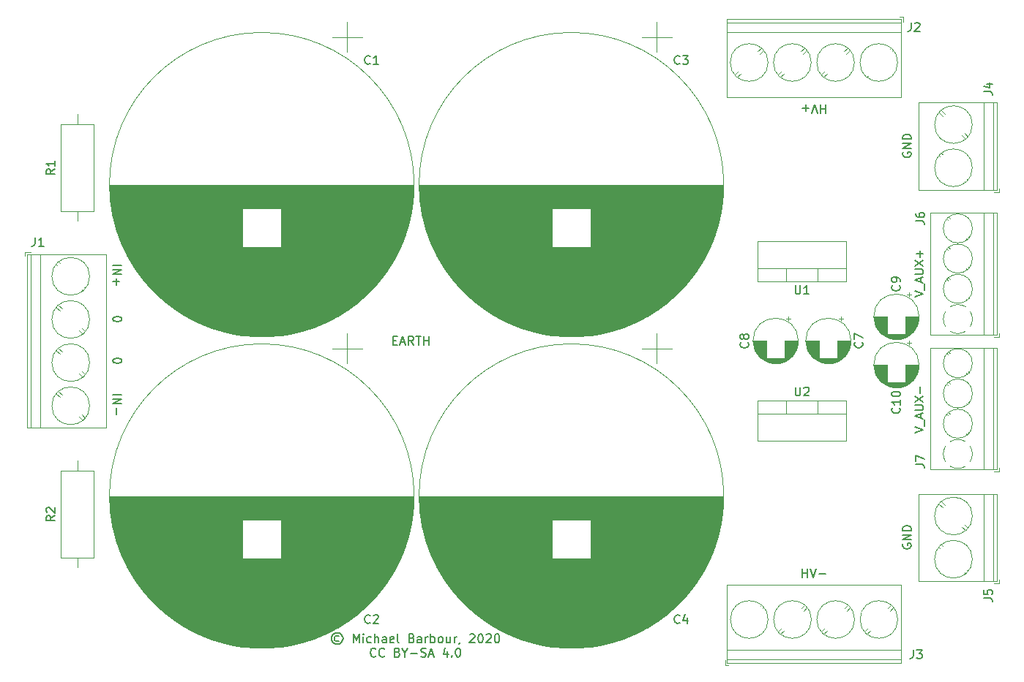
<source format=gbr>
G04 #@! TF.GenerationSoftware,KiCad,Pcbnew,5.1.9*
G04 #@! TF.CreationDate,2021-04-19T04:03:33-04:00*
G04 #@! TF.ProjectId,lm3886_psu_4ch,6c6d3338-3836-45f7-9073-755f3463682e,rev?*
G04 #@! TF.SameCoordinates,Original*
G04 #@! TF.FileFunction,Legend,Top*
G04 #@! TF.FilePolarity,Positive*
%FSLAX46Y46*%
G04 Gerber Fmt 4.6, Leading zero omitted, Abs format (unit mm)*
G04 Created by KiCad (PCBNEW 5.1.9) date 2021-04-19 04:03:33*
%MOMM*%
%LPD*%
G01*
G04 APERTURE LIST*
%ADD10C,0.150000*%
%ADD11C,0.120000*%
G04 APERTURE END LIST*
D10*
X114840857Y-124595476D02*
X114745619Y-124547857D01*
X114555142Y-124547857D01*
X114459904Y-124595476D01*
X114364666Y-124690714D01*
X114317047Y-124785952D01*
X114317047Y-124976428D01*
X114364666Y-125071666D01*
X114459904Y-125166904D01*
X114555142Y-125214523D01*
X114745619Y-125214523D01*
X114840857Y-125166904D01*
X114650380Y-124214523D02*
X114412285Y-124262142D01*
X114174190Y-124405000D01*
X114031333Y-124643095D01*
X113983714Y-124881190D01*
X114031333Y-125119285D01*
X114174190Y-125357380D01*
X114412285Y-125500238D01*
X114650380Y-125547857D01*
X114888476Y-125500238D01*
X115126571Y-125357380D01*
X115269428Y-125119285D01*
X115317047Y-124881190D01*
X115269428Y-124643095D01*
X115126571Y-124405000D01*
X114888476Y-124262142D01*
X114650380Y-124214523D01*
X116507523Y-125357380D02*
X116507523Y-124357380D01*
X116840857Y-125071666D01*
X117174190Y-124357380D01*
X117174190Y-125357380D01*
X117650380Y-125357380D02*
X117650380Y-124690714D01*
X117650380Y-124357380D02*
X117602761Y-124405000D01*
X117650380Y-124452619D01*
X117698000Y-124405000D01*
X117650380Y-124357380D01*
X117650380Y-124452619D01*
X118555142Y-125309761D02*
X118459904Y-125357380D01*
X118269428Y-125357380D01*
X118174190Y-125309761D01*
X118126571Y-125262142D01*
X118078952Y-125166904D01*
X118078952Y-124881190D01*
X118126571Y-124785952D01*
X118174190Y-124738333D01*
X118269428Y-124690714D01*
X118459904Y-124690714D01*
X118555142Y-124738333D01*
X118983714Y-125357380D02*
X118983714Y-124357380D01*
X119412285Y-125357380D02*
X119412285Y-124833571D01*
X119364666Y-124738333D01*
X119269428Y-124690714D01*
X119126571Y-124690714D01*
X119031333Y-124738333D01*
X118983714Y-124785952D01*
X120317047Y-125357380D02*
X120317047Y-124833571D01*
X120269428Y-124738333D01*
X120174190Y-124690714D01*
X119983714Y-124690714D01*
X119888476Y-124738333D01*
X120317047Y-125309761D02*
X120221809Y-125357380D01*
X119983714Y-125357380D01*
X119888476Y-125309761D01*
X119840857Y-125214523D01*
X119840857Y-125119285D01*
X119888476Y-125024047D01*
X119983714Y-124976428D01*
X120221809Y-124976428D01*
X120317047Y-124928809D01*
X121174190Y-125309761D02*
X121078952Y-125357380D01*
X120888476Y-125357380D01*
X120793238Y-125309761D01*
X120745619Y-125214523D01*
X120745619Y-124833571D01*
X120793238Y-124738333D01*
X120888476Y-124690714D01*
X121078952Y-124690714D01*
X121174190Y-124738333D01*
X121221809Y-124833571D01*
X121221809Y-124928809D01*
X120745619Y-125024047D01*
X121793238Y-125357380D02*
X121698000Y-125309761D01*
X121650380Y-125214523D01*
X121650380Y-124357380D01*
X123269428Y-124833571D02*
X123412285Y-124881190D01*
X123459904Y-124928809D01*
X123507523Y-125024047D01*
X123507523Y-125166904D01*
X123459904Y-125262142D01*
X123412285Y-125309761D01*
X123317047Y-125357380D01*
X122936095Y-125357380D01*
X122936095Y-124357380D01*
X123269428Y-124357380D01*
X123364666Y-124405000D01*
X123412285Y-124452619D01*
X123459904Y-124547857D01*
X123459904Y-124643095D01*
X123412285Y-124738333D01*
X123364666Y-124785952D01*
X123269428Y-124833571D01*
X122936095Y-124833571D01*
X124364666Y-125357380D02*
X124364666Y-124833571D01*
X124317047Y-124738333D01*
X124221809Y-124690714D01*
X124031333Y-124690714D01*
X123936095Y-124738333D01*
X124364666Y-125309761D02*
X124269428Y-125357380D01*
X124031333Y-125357380D01*
X123936095Y-125309761D01*
X123888476Y-125214523D01*
X123888476Y-125119285D01*
X123936095Y-125024047D01*
X124031333Y-124976428D01*
X124269428Y-124976428D01*
X124364666Y-124928809D01*
X124840857Y-125357380D02*
X124840857Y-124690714D01*
X124840857Y-124881190D02*
X124888476Y-124785952D01*
X124936095Y-124738333D01*
X125031333Y-124690714D01*
X125126571Y-124690714D01*
X125459904Y-125357380D02*
X125459904Y-124357380D01*
X125459904Y-124738333D02*
X125555142Y-124690714D01*
X125745619Y-124690714D01*
X125840857Y-124738333D01*
X125888476Y-124785952D01*
X125936095Y-124881190D01*
X125936095Y-125166904D01*
X125888476Y-125262142D01*
X125840857Y-125309761D01*
X125745619Y-125357380D01*
X125555142Y-125357380D01*
X125459904Y-125309761D01*
X126507523Y-125357380D02*
X126412285Y-125309761D01*
X126364666Y-125262142D01*
X126317047Y-125166904D01*
X126317047Y-124881190D01*
X126364666Y-124785952D01*
X126412285Y-124738333D01*
X126507523Y-124690714D01*
X126650380Y-124690714D01*
X126745619Y-124738333D01*
X126793238Y-124785952D01*
X126840857Y-124881190D01*
X126840857Y-125166904D01*
X126793238Y-125262142D01*
X126745619Y-125309761D01*
X126650380Y-125357380D01*
X126507523Y-125357380D01*
X127698000Y-124690714D02*
X127698000Y-125357380D01*
X127269428Y-124690714D02*
X127269428Y-125214523D01*
X127317047Y-125309761D01*
X127412285Y-125357380D01*
X127555142Y-125357380D01*
X127650380Y-125309761D01*
X127698000Y-125262142D01*
X128174190Y-125357380D02*
X128174190Y-124690714D01*
X128174190Y-124881190D02*
X128221809Y-124785952D01*
X128269428Y-124738333D01*
X128364666Y-124690714D01*
X128459904Y-124690714D01*
X128840857Y-125309761D02*
X128840857Y-125357380D01*
X128793238Y-125452619D01*
X128745619Y-125500238D01*
X129983714Y-124452619D02*
X130031333Y-124405000D01*
X130126571Y-124357380D01*
X130364666Y-124357380D01*
X130459904Y-124405000D01*
X130507523Y-124452619D01*
X130555142Y-124547857D01*
X130555142Y-124643095D01*
X130507523Y-124785952D01*
X129936095Y-125357380D01*
X130555142Y-125357380D01*
X131174190Y-124357380D02*
X131269428Y-124357380D01*
X131364666Y-124405000D01*
X131412285Y-124452619D01*
X131459904Y-124547857D01*
X131507523Y-124738333D01*
X131507523Y-124976428D01*
X131459904Y-125166904D01*
X131412285Y-125262142D01*
X131364666Y-125309761D01*
X131269428Y-125357380D01*
X131174190Y-125357380D01*
X131078952Y-125309761D01*
X131031333Y-125262142D01*
X130983714Y-125166904D01*
X130936095Y-124976428D01*
X130936095Y-124738333D01*
X130983714Y-124547857D01*
X131031333Y-124452619D01*
X131078952Y-124405000D01*
X131174190Y-124357380D01*
X131888476Y-124452619D02*
X131936095Y-124405000D01*
X132031333Y-124357380D01*
X132269428Y-124357380D01*
X132364666Y-124405000D01*
X132412285Y-124452619D01*
X132459904Y-124547857D01*
X132459904Y-124643095D01*
X132412285Y-124785952D01*
X131840857Y-125357380D01*
X132459904Y-125357380D01*
X133078952Y-124357380D02*
X133174190Y-124357380D01*
X133269428Y-124405000D01*
X133317047Y-124452619D01*
X133364666Y-124547857D01*
X133412285Y-124738333D01*
X133412285Y-124976428D01*
X133364666Y-125166904D01*
X133317047Y-125262142D01*
X133269428Y-125309761D01*
X133174190Y-125357380D01*
X133078952Y-125357380D01*
X132983714Y-125309761D01*
X132936095Y-125262142D01*
X132888476Y-125166904D01*
X132840857Y-124976428D01*
X132840857Y-124738333D01*
X132888476Y-124547857D01*
X132936095Y-124452619D01*
X132983714Y-124405000D01*
X133078952Y-124357380D01*
X119102761Y-126912142D02*
X119055142Y-126959761D01*
X118912285Y-127007380D01*
X118817047Y-127007380D01*
X118674190Y-126959761D01*
X118578952Y-126864523D01*
X118531333Y-126769285D01*
X118483714Y-126578809D01*
X118483714Y-126435952D01*
X118531333Y-126245476D01*
X118578952Y-126150238D01*
X118674190Y-126055000D01*
X118817047Y-126007380D01*
X118912285Y-126007380D01*
X119055142Y-126055000D01*
X119102761Y-126102619D01*
X120102761Y-126912142D02*
X120055142Y-126959761D01*
X119912285Y-127007380D01*
X119817047Y-127007380D01*
X119674190Y-126959761D01*
X119578952Y-126864523D01*
X119531333Y-126769285D01*
X119483714Y-126578809D01*
X119483714Y-126435952D01*
X119531333Y-126245476D01*
X119578952Y-126150238D01*
X119674190Y-126055000D01*
X119817047Y-126007380D01*
X119912285Y-126007380D01*
X120055142Y-126055000D01*
X120102761Y-126102619D01*
X121626571Y-126483571D02*
X121769428Y-126531190D01*
X121817047Y-126578809D01*
X121864666Y-126674047D01*
X121864666Y-126816904D01*
X121817047Y-126912142D01*
X121769428Y-126959761D01*
X121674190Y-127007380D01*
X121293238Y-127007380D01*
X121293238Y-126007380D01*
X121626571Y-126007380D01*
X121721809Y-126055000D01*
X121769428Y-126102619D01*
X121817047Y-126197857D01*
X121817047Y-126293095D01*
X121769428Y-126388333D01*
X121721809Y-126435952D01*
X121626571Y-126483571D01*
X121293238Y-126483571D01*
X122483714Y-126531190D02*
X122483714Y-127007380D01*
X122150380Y-126007380D02*
X122483714Y-126531190D01*
X122817047Y-126007380D01*
X123150380Y-126626428D02*
X123912285Y-126626428D01*
X124340857Y-126959761D02*
X124483714Y-127007380D01*
X124721809Y-127007380D01*
X124817047Y-126959761D01*
X124864666Y-126912142D01*
X124912285Y-126816904D01*
X124912285Y-126721666D01*
X124864666Y-126626428D01*
X124817047Y-126578809D01*
X124721809Y-126531190D01*
X124531333Y-126483571D01*
X124436095Y-126435952D01*
X124388476Y-126388333D01*
X124340857Y-126293095D01*
X124340857Y-126197857D01*
X124388476Y-126102619D01*
X124436095Y-126055000D01*
X124531333Y-126007380D01*
X124769428Y-126007380D01*
X124912285Y-126055000D01*
X125293238Y-126721666D02*
X125769428Y-126721666D01*
X125198000Y-127007380D02*
X125531333Y-126007380D01*
X125864666Y-127007380D01*
X127388476Y-126340714D02*
X127388476Y-127007380D01*
X127150380Y-125959761D02*
X126912285Y-126674047D01*
X127531333Y-126674047D01*
X127912285Y-126912142D02*
X127959904Y-126959761D01*
X127912285Y-127007380D01*
X127864666Y-126959761D01*
X127912285Y-126912142D01*
X127912285Y-127007380D01*
X128578952Y-126007380D02*
X128674190Y-126007380D01*
X128769428Y-126055000D01*
X128817047Y-126102619D01*
X128864666Y-126197857D01*
X128912285Y-126388333D01*
X128912285Y-126626428D01*
X128864666Y-126816904D01*
X128817047Y-126912142D01*
X128769428Y-126959761D01*
X128674190Y-127007380D01*
X128578952Y-127007380D01*
X128483714Y-126959761D01*
X128436095Y-126912142D01*
X128388476Y-126816904D01*
X128340857Y-126626428D01*
X128340857Y-126388333D01*
X128388476Y-126197857D01*
X128436095Y-126102619D01*
X128483714Y-126055000D01*
X128578952Y-126007380D01*
X121142380Y-90352571D02*
X121475714Y-90352571D01*
X121618571Y-90876380D02*
X121142380Y-90876380D01*
X121142380Y-89876380D01*
X121618571Y-89876380D01*
X121999523Y-90590666D02*
X122475714Y-90590666D01*
X121904285Y-90876380D02*
X122237619Y-89876380D01*
X122570952Y-90876380D01*
X123475714Y-90876380D02*
X123142380Y-90400190D01*
X122904285Y-90876380D02*
X122904285Y-89876380D01*
X123285238Y-89876380D01*
X123380476Y-89924000D01*
X123428095Y-89971619D01*
X123475714Y-90066857D01*
X123475714Y-90209714D01*
X123428095Y-90304952D01*
X123380476Y-90352571D01*
X123285238Y-90400190D01*
X122904285Y-90400190D01*
X123761428Y-89876380D02*
X124332857Y-89876380D01*
X124047142Y-90876380D02*
X124047142Y-89876380D01*
X124666190Y-90876380D02*
X124666190Y-89876380D01*
X124666190Y-90352571D02*
X125237619Y-90352571D01*
X125237619Y-90876380D02*
X125237619Y-89876380D01*
X181443380Y-101059904D02*
X182443380Y-100726571D01*
X181443380Y-100393238D01*
X182538619Y-100298000D02*
X182538619Y-99536095D01*
X182157666Y-99345619D02*
X182157666Y-98869428D01*
X182443380Y-99440857D02*
X181443380Y-99107523D01*
X182443380Y-98774190D01*
X181443380Y-98440857D02*
X182252904Y-98440857D01*
X182348142Y-98393238D01*
X182395761Y-98345619D01*
X182443380Y-98250380D01*
X182443380Y-98059904D01*
X182395761Y-97964666D01*
X182348142Y-97917047D01*
X182252904Y-97869428D01*
X181443380Y-97869428D01*
X181443380Y-97488476D02*
X182443380Y-96821809D01*
X181443380Y-96821809D02*
X182443380Y-97488476D01*
X182062428Y-96440857D02*
X182062428Y-95678952D01*
X181443380Y-85311904D02*
X182443380Y-84978571D01*
X181443380Y-84645238D01*
X182538619Y-84550000D02*
X182538619Y-83788095D01*
X182157666Y-83597619D02*
X182157666Y-83121428D01*
X182443380Y-83692857D02*
X181443380Y-83359523D01*
X182443380Y-83026190D01*
X181443380Y-82692857D02*
X182252904Y-82692857D01*
X182348142Y-82645238D01*
X182395761Y-82597619D01*
X182443380Y-82502380D01*
X182443380Y-82311904D01*
X182395761Y-82216666D01*
X182348142Y-82169047D01*
X182252904Y-82121428D01*
X181443380Y-82121428D01*
X181443380Y-81740476D02*
X182443380Y-81073809D01*
X181443380Y-81073809D02*
X182443380Y-81740476D01*
X182062428Y-80692857D02*
X182062428Y-79930952D01*
X182443380Y-80311904D02*
X181681476Y-80311904D01*
X180094000Y-113918904D02*
X180046380Y-114014142D01*
X180046380Y-114157000D01*
X180094000Y-114299857D01*
X180189238Y-114395095D01*
X180284476Y-114442714D01*
X180474952Y-114490333D01*
X180617809Y-114490333D01*
X180808285Y-114442714D01*
X180903523Y-114395095D01*
X180998761Y-114299857D01*
X181046380Y-114157000D01*
X181046380Y-114061761D01*
X180998761Y-113918904D01*
X180951142Y-113871285D01*
X180617809Y-113871285D01*
X180617809Y-114061761D01*
X181046380Y-113442714D02*
X180046380Y-113442714D01*
X181046380Y-112871285D01*
X180046380Y-112871285D01*
X181046380Y-112395095D02*
X180046380Y-112395095D01*
X180046380Y-112157000D01*
X180094000Y-112014142D01*
X180189238Y-111918904D01*
X180284476Y-111871285D01*
X180474952Y-111823666D01*
X180617809Y-111823666D01*
X180808285Y-111871285D01*
X180903523Y-111918904D01*
X180998761Y-112014142D01*
X181046380Y-112157000D01*
X181046380Y-112395095D01*
X168465666Y-117800380D02*
X168465666Y-116800380D01*
X168465666Y-117276571D02*
X169037095Y-117276571D01*
X169037095Y-117800380D02*
X169037095Y-116800380D01*
X169370428Y-116800380D02*
X169703761Y-117800380D01*
X170037095Y-116800380D01*
X170370428Y-117419428D02*
X171132333Y-117419428D01*
X180094000Y-68579904D02*
X180046380Y-68675142D01*
X180046380Y-68818000D01*
X180094000Y-68960857D01*
X180189238Y-69056095D01*
X180284476Y-69103714D01*
X180474952Y-69151333D01*
X180617809Y-69151333D01*
X180808285Y-69103714D01*
X180903523Y-69056095D01*
X180998761Y-68960857D01*
X181046380Y-68818000D01*
X181046380Y-68722761D01*
X180998761Y-68579904D01*
X180951142Y-68532285D01*
X180617809Y-68532285D01*
X180617809Y-68722761D01*
X181046380Y-68103714D02*
X180046380Y-68103714D01*
X181046380Y-67532285D01*
X180046380Y-67532285D01*
X181046380Y-67056095D02*
X180046380Y-67056095D01*
X180046380Y-66818000D01*
X180094000Y-66675142D01*
X180189238Y-66579904D01*
X180284476Y-66532285D01*
X180474952Y-66484666D01*
X180617809Y-66484666D01*
X180808285Y-66532285D01*
X180903523Y-66579904D01*
X180998761Y-66675142D01*
X181046380Y-66818000D01*
X181046380Y-67056095D01*
X171132333Y-63047619D02*
X171132333Y-64047619D01*
X171132333Y-63571428D02*
X170560904Y-63571428D01*
X170560904Y-63047619D02*
X170560904Y-64047619D01*
X170227571Y-64047619D02*
X169894238Y-63047619D01*
X169560904Y-64047619D01*
X169227571Y-63428571D02*
X168465666Y-63428571D01*
X168846619Y-63047619D02*
X168846619Y-63809523D01*
X89701619Y-92662380D02*
X89701619Y-92757619D01*
X89654000Y-92852857D01*
X89606380Y-92900476D01*
X89511142Y-92948095D01*
X89320666Y-92995714D01*
X89082571Y-92995714D01*
X88892095Y-92948095D01*
X88796857Y-92900476D01*
X88749238Y-92852857D01*
X88701619Y-92757619D01*
X88701619Y-92662380D01*
X88749238Y-92567142D01*
X88796857Y-92519523D01*
X88892095Y-92471904D01*
X89082571Y-92424285D01*
X89320666Y-92424285D01*
X89511142Y-92471904D01*
X89606380Y-92519523D01*
X89654000Y-92567142D01*
X89701619Y-92662380D01*
X89701619Y-87836380D02*
X89701619Y-87931619D01*
X89654000Y-88026857D01*
X89606380Y-88074476D01*
X89511142Y-88122095D01*
X89320666Y-88169714D01*
X89082571Y-88169714D01*
X88892095Y-88122095D01*
X88796857Y-88074476D01*
X88749238Y-88026857D01*
X88701619Y-87931619D01*
X88701619Y-87836380D01*
X88749238Y-87741142D01*
X88796857Y-87693523D01*
X88892095Y-87645904D01*
X89082571Y-87598285D01*
X89320666Y-87598285D01*
X89511142Y-87645904D01*
X89606380Y-87693523D01*
X89654000Y-87741142D01*
X89701619Y-87836380D01*
X88701619Y-96647142D02*
X89701619Y-96647142D01*
X88701619Y-97123333D02*
X89701619Y-97123333D01*
X88701619Y-97694761D01*
X89701619Y-97694761D01*
X89082571Y-98170952D02*
X89082571Y-98932857D01*
X88701619Y-81661142D02*
X89701619Y-81661142D01*
X88701619Y-82137333D02*
X89701619Y-82137333D01*
X88701619Y-82708761D01*
X89701619Y-82708761D01*
X89082571Y-83184952D02*
X89082571Y-83946857D01*
X88701619Y-83565904D02*
X89463523Y-83565904D01*
D11*
X191228000Y-118497000D02*
X191228000Y-118097000D01*
X190588000Y-118497000D02*
X191228000Y-118497000D01*
X186920000Y-111955000D02*
X187316000Y-112350000D01*
X184274000Y-109309000D02*
X184654000Y-109689000D01*
X187202000Y-111704000D02*
X187582000Y-112084000D01*
X184540000Y-109043000D02*
X184936000Y-109438000D01*
X187209000Y-117245000D02*
X187316000Y-117351000D01*
X184274000Y-114309000D02*
X184381000Y-114416000D01*
X187475000Y-116979000D02*
X187582000Y-117085000D01*
X184540000Y-114043000D02*
X184647000Y-114150000D01*
X181868000Y-108137000D02*
X190988000Y-108137000D01*
X181868000Y-118257000D02*
X190988000Y-118257000D01*
X190988000Y-118257000D02*
X190988000Y-108137000D01*
X181868000Y-118257000D02*
X181868000Y-108137000D01*
X189428000Y-118257000D02*
X189428000Y-108137000D01*
X190528000Y-118257000D02*
X190528000Y-108137000D01*
X188108000Y-110697000D02*
G75*
G03*
X188108000Y-110697000I-2180000J0D01*
G01*
X188108000Y-115697000D02*
G75*
G03*
X188108000Y-115697000I-2180000J0D01*
G01*
X191228000Y-73158000D02*
X191228000Y-72758000D01*
X190588000Y-73158000D02*
X191228000Y-73158000D01*
X186920000Y-66616000D02*
X187316000Y-67011000D01*
X184274000Y-63970000D02*
X184654000Y-64350000D01*
X187202000Y-66365000D02*
X187582000Y-66745000D01*
X184540000Y-63704000D02*
X184936000Y-64099000D01*
X187209000Y-71906000D02*
X187316000Y-72012000D01*
X184274000Y-68970000D02*
X184381000Y-69077000D01*
X187475000Y-71640000D02*
X187582000Y-71746000D01*
X184540000Y-68704000D02*
X184647000Y-68811000D01*
X181868000Y-62798000D02*
X190988000Y-62798000D01*
X181868000Y-72918000D02*
X190988000Y-72918000D01*
X190988000Y-72918000D02*
X190988000Y-62798000D01*
X181868000Y-72918000D02*
X181868000Y-62798000D01*
X189428000Y-72918000D02*
X189428000Y-62798000D01*
X190528000Y-72918000D02*
X190528000Y-62798000D01*
X188108000Y-65358000D02*
G75*
G03*
X188108000Y-65358000I-2180000J0D01*
G01*
X188108000Y-70358000D02*
G75*
G03*
X188108000Y-70358000I-2180000J0D01*
G01*
X159506000Y-127982000D02*
X159906000Y-127982000D01*
X159506000Y-127342000D02*
X159506000Y-127982000D01*
X176048000Y-123674000D02*
X175653000Y-124070000D01*
X178694000Y-121028000D02*
X178314000Y-121408000D01*
X176299000Y-123956000D02*
X175919000Y-124336000D01*
X178960000Y-121294000D02*
X178565000Y-121690000D01*
X171048000Y-123674000D02*
X170653000Y-124070000D01*
X173694000Y-121028000D02*
X173314000Y-121408000D01*
X171299000Y-123956000D02*
X170919000Y-124336000D01*
X173960000Y-121294000D02*
X173565000Y-121690000D01*
X166048000Y-123674000D02*
X165653000Y-124070000D01*
X168694000Y-121028000D02*
X168314000Y-121408000D01*
X166299000Y-123956000D02*
X165919000Y-124336000D01*
X168960000Y-121294000D02*
X168565000Y-121690000D01*
X160758000Y-123963000D02*
X160652000Y-124070000D01*
X163694000Y-121028000D02*
X163587000Y-121135000D01*
X161024000Y-124229000D02*
X160918000Y-124336000D01*
X163960000Y-121294000D02*
X163853000Y-121401000D01*
X179867000Y-118622000D02*
X179867000Y-127742000D01*
X159746000Y-118622000D02*
X159746000Y-127742000D01*
X159746000Y-127742000D02*
X179867000Y-127742000D01*
X159746000Y-118622000D02*
X179867000Y-118622000D01*
X159746000Y-126182000D02*
X179867000Y-126182000D01*
X159746000Y-127282000D02*
X179867000Y-127282000D01*
X179486000Y-122682000D02*
G75*
G03*
X179486000Y-122682000I-2180000J0D01*
G01*
X174486000Y-122682000D02*
G75*
G03*
X174486000Y-122682000I-2180000J0D01*
G01*
X169486000Y-122682000D02*
G75*
G03*
X169486000Y-122682000I-2180000J0D01*
G01*
X164486000Y-122682000D02*
G75*
G03*
X164486000Y-122682000I-2180000J0D01*
G01*
X180092000Y-52866000D02*
X179692000Y-52866000D01*
X180092000Y-53506000D02*
X180092000Y-52866000D01*
X163550000Y-57174000D02*
X163945000Y-56778000D01*
X160904000Y-59820000D02*
X161284000Y-59440000D01*
X163299000Y-56892000D02*
X163679000Y-56512000D01*
X160638000Y-59554000D02*
X161033000Y-59158000D01*
X168550000Y-57174000D02*
X168945000Y-56778000D01*
X165904000Y-59820000D02*
X166284000Y-59440000D01*
X168299000Y-56892000D02*
X168679000Y-56512000D01*
X165638000Y-59554000D02*
X166033000Y-59158000D01*
X173550000Y-57174000D02*
X173945000Y-56778000D01*
X170904000Y-59820000D02*
X171284000Y-59440000D01*
X173299000Y-56892000D02*
X173679000Y-56512000D01*
X170638000Y-59554000D02*
X171033000Y-59158000D01*
X178840000Y-56885000D02*
X178946000Y-56778000D01*
X175904000Y-59820000D02*
X176011000Y-59713000D01*
X178574000Y-56619000D02*
X178680000Y-56512000D01*
X175638000Y-59554000D02*
X175745000Y-59447000D01*
X159731000Y-62226000D02*
X159731000Y-53106000D01*
X179852000Y-62226000D02*
X179852000Y-53106000D01*
X179852000Y-53106000D02*
X159731000Y-53106000D01*
X179852000Y-62226000D02*
X159731000Y-62226000D01*
X179852000Y-54666000D02*
X159731000Y-54666000D01*
X179852000Y-53566000D02*
X159731000Y-53566000D01*
X164472000Y-58166000D02*
G75*
G03*
X164472000Y-58166000I-2180000J0D01*
G01*
X169472000Y-58166000D02*
G75*
G03*
X169472000Y-58166000I-2180000J0D01*
G01*
X174472000Y-58166000D02*
G75*
G03*
X174472000Y-58166000I-2180000J0D01*
G01*
X179472000Y-58166000D02*
G75*
G03*
X179472000Y-58166000I-2180000J0D01*
G01*
X188116000Y-100005000D02*
G75*
G03*
X188116000Y-100005000I-1680000J0D01*
G01*
X188116000Y-96505000D02*
G75*
G03*
X188116000Y-96505000I-1680000J0D01*
G01*
X188116000Y-93005000D02*
G75*
G03*
X188116000Y-93005000I-1680000J0D01*
G01*
X190536000Y-105315000D02*
X190536000Y-91195000D01*
X189436000Y-105315000D02*
X189436000Y-91195000D01*
X183276000Y-105315000D02*
X183276000Y-91195000D01*
X190996000Y-105315000D02*
X190996000Y-91195000D01*
X183276000Y-105315000D02*
X190996000Y-105315000D01*
X183276000Y-91195000D02*
X190996000Y-91195000D01*
X185367000Y-98730000D02*
X185495000Y-98859000D01*
X187617000Y-100980000D02*
X187710000Y-101074000D01*
X185161000Y-98935000D02*
X185255000Y-99029000D01*
X187377000Y-101150000D02*
X187505000Y-101279000D01*
X185367000Y-95230000D02*
X185495000Y-95359000D01*
X187617000Y-97480000D02*
X187710000Y-97574000D01*
X185161000Y-95435000D02*
X185255000Y-95529000D01*
X187377000Y-97650000D02*
X187505000Y-97779000D01*
X185367000Y-91730000D02*
X185495000Y-91859000D01*
X187617000Y-93980000D02*
X187710000Y-94074000D01*
X185161000Y-91935000D02*
X185255000Y-92029000D01*
X187377000Y-94150000D02*
X187505000Y-94279000D01*
X190596000Y-105555000D02*
X191236000Y-105555000D01*
X191236000Y-105555000D02*
X191236000Y-105155000D01*
X188116099Y-103476326D02*
G75*
G02*
X187876000Y-104371000I-1680099J-28674D01*
G01*
X187325894Y-104930358D02*
G75*
G02*
X185570000Y-104945000I-889894J1425358D01*
G01*
X185010642Y-104394894D02*
G75*
G02*
X184996000Y-102639000I1425358J889894D01*
G01*
X185545807Y-102079495D02*
G75*
G02*
X187327000Y-102080000I890193J-1425505D01*
G01*
X187860721Y-102614736D02*
G75*
G02*
X188116000Y-103505000I-1424721J-890264D01*
G01*
X188116000Y-84384000D02*
G75*
G03*
X188116000Y-84384000I-1680000J0D01*
G01*
X188116000Y-80884000D02*
G75*
G03*
X188116000Y-80884000I-1680000J0D01*
G01*
X188116000Y-77384000D02*
G75*
G03*
X188116000Y-77384000I-1680000J0D01*
G01*
X190536000Y-89694000D02*
X190536000Y-75574000D01*
X189436000Y-89694000D02*
X189436000Y-75574000D01*
X183276000Y-89694000D02*
X183276000Y-75574000D01*
X190996000Y-89694000D02*
X190996000Y-75574000D01*
X183276000Y-89694000D02*
X190996000Y-89694000D01*
X183276000Y-75574000D02*
X190996000Y-75574000D01*
X185367000Y-83109000D02*
X185495000Y-83238000D01*
X187617000Y-85359000D02*
X187710000Y-85453000D01*
X185161000Y-83314000D02*
X185255000Y-83408000D01*
X187377000Y-85529000D02*
X187505000Y-85658000D01*
X185367000Y-79609000D02*
X185495000Y-79738000D01*
X187617000Y-81859000D02*
X187710000Y-81953000D01*
X185161000Y-79814000D02*
X185255000Y-79908000D01*
X187377000Y-82029000D02*
X187505000Y-82158000D01*
X185367000Y-76109000D02*
X185495000Y-76238000D01*
X187617000Y-78359000D02*
X187710000Y-78453000D01*
X185161000Y-76314000D02*
X185255000Y-76408000D01*
X187377000Y-78529000D02*
X187505000Y-78658000D01*
X190596000Y-89934000D02*
X191236000Y-89934000D01*
X191236000Y-89934000D02*
X191236000Y-89534000D01*
X188116099Y-87855326D02*
G75*
G02*
X187876000Y-88750000I-1680099J-28674D01*
G01*
X187325894Y-89309358D02*
G75*
G02*
X185570000Y-89324000I-889894J1425358D01*
G01*
X185010642Y-88773894D02*
G75*
G02*
X184996000Y-87018000I1425358J889894D01*
G01*
X185545807Y-86458495D02*
G75*
G02*
X187327000Y-86459000I890193J-1425505D01*
G01*
X187860721Y-86993736D02*
G75*
G02*
X188116000Y-87884000I-1424721J-890264D01*
G01*
X86000000Y-82931000D02*
G75*
G03*
X86000000Y-82931000I-2180000J0D01*
G01*
X86000000Y-87931000D02*
G75*
G03*
X86000000Y-87931000I-2180000J0D01*
G01*
X86000000Y-92931000D02*
G75*
G03*
X86000000Y-92931000I-2180000J0D01*
G01*
X86000000Y-97931000D02*
G75*
G03*
X86000000Y-97931000I-2180000J0D01*
G01*
X79220000Y-80371000D02*
X79220000Y-100492000D01*
X80320000Y-80371000D02*
X80320000Y-100492000D01*
X87880000Y-80371000D02*
X87880000Y-100492000D01*
X78760000Y-80371000D02*
X78760000Y-100492000D01*
X87880000Y-80371000D02*
X78760000Y-80371000D01*
X87880000Y-100492000D02*
X78760000Y-100492000D01*
X85208000Y-84585000D02*
X85101000Y-84478000D01*
X82273000Y-81649000D02*
X82166000Y-81543000D01*
X85474000Y-84319000D02*
X85367000Y-84212000D01*
X82539000Y-81383000D02*
X82432000Y-81277000D01*
X85208000Y-89585000D02*
X84812000Y-89190000D01*
X82546000Y-86924000D02*
X82166000Y-86544000D01*
X85474000Y-89319000D02*
X85094000Y-88939000D01*
X82828000Y-86673000D02*
X82432000Y-86278000D01*
X85208000Y-94585000D02*
X84812000Y-94190000D01*
X82546000Y-91924000D02*
X82166000Y-91544000D01*
X85474000Y-94319000D02*
X85094000Y-93939000D01*
X82828000Y-91673000D02*
X82432000Y-91278000D01*
X85208000Y-99585000D02*
X84812000Y-99190000D01*
X82546000Y-96924000D02*
X82166000Y-96544000D01*
X85474000Y-99319000D02*
X85094000Y-98939000D01*
X82828000Y-96673000D02*
X82432000Y-96278000D01*
X79160000Y-80131000D02*
X78520000Y-80131000D01*
X78520000Y-80131000D02*
X78520000Y-80531000D01*
X159352000Y-108378000D02*
G75*
G03*
X159352000Y-108378000I-17620000J0D01*
G01*
X159312000Y-108378000D02*
X124152000Y-108378000D01*
X159312000Y-108418000D02*
X124152000Y-108418000D01*
X159312000Y-108458000D02*
X124152000Y-108458000D01*
X159312000Y-108498000D02*
X124152000Y-108498000D01*
X159312000Y-108538000D02*
X124152000Y-108538000D01*
X159311000Y-108578000D02*
X124153000Y-108578000D01*
X159311000Y-108618000D02*
X124153000Y-108618000D01*
X159310000Y-108658000D02*
X124154000Y-108658000D01*
X159310000Y-108698000D02*
X124154000Y-108698000D01*
X159309000Y-108738000D02*
X124155000Y-108738000D01*
X159308000Y-108778000D02*
X124156000Y-108778000D01*
X159307000Y-108818000D02*
X124157000Y-108818000D01*
X159306000Y-108858000D02*
X124158000Y-108858000D01*
X159305000Y-108898000D02*
X124159000Y-108898000D01*
X159304000Y-108938000D02*
X124160000Y-108938000D01*
X159302000Y-108978000D02*
X124162000Y-108978000D01*
X159301000Y-109018000D02*
X124163000Y-109018000D01*
X159299000Y-109058000D02*
X124165000Y-109058000D01*
X159298000Y-109099000D02*
X124166000Y-109099000D01*
X159296000Y-109139000D02*
X124168000Y-109139000D01*
X159294000Y-109179000D02*
X124170000Y-109179000D01*
X159292000Y-109219000D02*
X124172000Y-109219000D01*
X159291000Y-109259000D02*
X124173000Y-109259000D01*
X159288000Y-109299000D02*
X124176000Y-109299000D01*
X159286000Y-109339000D02*
X124178000Y-109339000D01*
X159284000Y-109379000D02*
X124180000Y-109379000D01*
X159282000Y-109419000D02*
X124182000Y-109419000D01*
X159279000Y-109459000D02*
X124185000Y-109459000D01*
X159277000Y-109499000D02*
X124187000Y-109499000D01*
X159274000Y-109539000D02*
X124190000Y-109539000D01*
X159272000Y-109579000D02*
X124192000Y-109579000D01*
X159269000Y-109619000D02*
X124195000Y-109619000D01*
X159266000Y-109659000D02*
X124198000Y-109659000D01*
X159263000Y-109699000D02*
X124201000Y-109699000D01*
X159260000Y-109739000D02*
X124204000Y-109739000D01*
X159257000Y-109779000D02*
X124207000Y-109779000D01*
X159254000Y-109819000D02*
X124210000Y-109819000D01*
X159250000Y-109859000D02*
X124214000Y-109859000D01*
X159247000Y-109899000D02*
X124217000Y-109899000D01*
X159243000Y-109939000D02*
X124221000Y-109939000D01*
X159240000Y-109979000D02*
X124224000Y-109979000D01*
X159236000Y-110019000D02*
X124228000Y-110019000D01*
X159232000Y-110059000D02*
X124232000Y-110059000D01*
X159228000Y-110099000D02*
X124236000Y-110099000D01*
X159224000Y-110139000D02*
X124240000Y-110139000D01*
X159220000Y-110179000D02*
X124244000Y-110179000D01*
X159216000Y-110219000D02*
X124248000Y-110219000D01*
X159212000Y-110259000D02*
X124252000Y-110259000D01*
X159208000Y-110299000D02*
X124256000Y-110299000D01*
X159203000Y-110339000D02*
X124261000Y-110339000D01*
X159199000Y-110379000D02*
X124265000Y-110379000D01*
X159194000Y-110419000D02*
X124270000Y-110419000D01*
X159189000Y-110459000D02*
X124275000Y-110459000D01*
X159184000Y-110499000D02*
X124280000Y-110499000D01*
X159180000Y-110539000D02*
X124284000Y-110539000D01*
X159175000Y-110579000D02*
X124289000Y-110579000D01*
X159170000Y-110619000D02*
X124294000Y-110619000D01*
X159164000Y-110659000D02*
X124300000Y-110659000D01*
X159159000Y-110699000D02*
X124305000Y-110699000D01*
X159154000Y-110739000D02*
X124310000Y-110739000D01*
X159148000Y-110779000D02*
X124316000Y-110779000D01*
X159143000Y-110819000D02*
X124321000Y-110819000D01*
X159137000Y-110859000D02*
X124327000Y-110859000D01*
X159131000Y-110899000D02*
X124333000Y-110899000D01*
X159126000Y-110939000D02*
X124338000Y-110939000D01*
X159120000Y-110979000D02*
X124344000Y-110979000D01*
X159114000Y-111019000D02*
X124350000Y-111019000D01*
X159107000Y-111059000D02*
X124357000Y-111059000D01*
X159101000Y-111099000D02*
X124363000Y-111099000D01*
X159095000Y-111139000D02*
X143972000Y-111139000D01*
X139492000Y-111139000D02*
X124369000Y-111139000D01*
X159089000Y-111179000D02*
X143972000Y-111179000D01*
X139492000Y-111179000D02*
X124375000Y-111179000D01*
X159082000Y-111219000D02*
X143972000Y-111219000D01*
X139492000Y-111219000D02*
X124382000Y-111219000D01*
X159076000Y-111259000D02*
X143972000Y-111259000D01*
X139492000Y-111259000D02*
X124388000Y-111259000D01*
X159069000Y-111299000D02*
X143972000Y-111299000D01*
X139492000Y-111299000D02*
X124395000Y-111299000D01*
X159062000Y-111339000D02*
X143972000Y-111339000D01*
X139492000Y-111339000D02*
X124402000Y-111339000D01*
X159055000Y-111379000D02*
X143972000Y-111379000D01*
X139492000Y-111379000D02*
X124409000Y-111379000D01*
X159048000Y-111419000D02*
X143972000Y-111419000D01*
X139492000Y-111419000D02*
X124416000Y-111419000D01*
X159041000Y-111459000D02*
X143972000Y-111459000D01*
X139492000Y-111459000D02*
X124423000Y-111459000D01*
X159034000Y-111499000D02*
X143972000Y-111499000D01*
X139492000Y-111499000D02*
X124430000Y-111499000D01*
X159027000Y-111539000D02*
X143972000Y-111539000D01*
X139492000Y-111539000D02*
X124437000Y-111539000D01*
X159019000Y-111579000D02*
X143972000Y-111579000D01*
X139492000Y-111579000D02*
X124445000Y-111579000D01*
X159012000Y-111619000D02*
X143972000Y-111619000D01*
X139492000Y-111619000D02*
X124452000Y-111619000D01*
X159005000Y-111659000D02*
X143972000Y-111659000D01*
X139492000Y-111659000D02*
X124459000Y-111659000D01*
X158997000Y-111699000D02*
X143972000Y-111699000D01*
X139492000Y-111699000D02*
X124467000Y-111699000D01*
X158989000Y-111739000D02*
X143972000Y-111739000D01*
X139492000Y-111739000D02*
X124475000Y-111739000D01*
X158981000Y-111779000D02*
X143972000Y-111779000D01*
X139492000Y-111779000D02*
X124483000Y-111779000D01*
X158973000Y-111819000D02*
X143972000Y-111819000D01*
X139492000Y-111819000D02*
X124491000Y-111819000D01*
X158965000Y-111859000D02*
X143972000Y-111859000D01*
X139492000Y-111859000D02*
X124499000Y-111859000D01*
X158957000Y-111899000D02*
X143972000Y-111899000D01*
X139492000Y-111899000D02*
X124507000Y-111899000D01*
X158949000Y-111939000D02*
X143972000Y-111939000D01*
X139492000Y-111939000D02*
X124515000Y-111939000D01*
X158941000Y-111979000D02*
X143972000Y-111979000D01*
X139492000Y-111979000D02*
X124523000Y-111979000D01*
X158932000Y-112019000D02*
X143972000Y-112019000D01*
X139492000Y-112019000D02*
X124532000Y-112019000D01*
X158924000Y-112059000D02*
X143972000Y-112059000D01*
X139492000Y-112059000D02*
X124540000Y-112059000D01*
X158915000Y-112099000D02*
X143972000Y-112099000D01*
X139492000Y-112099000D02*
X124549000Y-112099000D01*
X158907000Y-112139000D02*
X143972000Y-112139000D01*
X139492000Y-112139000D02*
X124557000Y-112139000D01*
X158898000Y-112179000D02*
X143972000Y-112179000D01*
X139492000Y-112179000D02*
X124566000Y-112179000D01*
X158889000Y-112219000D02*
X143972000Y-112219000D01*
X139492000Y-112219000D02*
X124575000Y-112219000D01*
X158880000Y-112259000D02*
X143972000Y-112259000D01*
X139492000Y-112259000D02*
X124584000Y-112259000D01*
X158871000Y-112299000D02*
X143972000Y-112299000D01*
X139492000Y-112299000D02*
X124593000Y-112299000D01*
X158862000Y-112339000D02*
X143972000Y-112339000D01*
X139492000Y-112339000D02*
X124602000Y-112339000D01*
X158852000Y-112379000D02*
X143972000Y-112379000D01*
X139492000Y-112379000D02*
X124612000Y-112379000D01*
X158843000Y-112419000D02*
X143972000Y-112419000D01*
X139492000Y-112419000D02*
X124621000Y-112419000D01*
X158834000Y-112459000D02*
X143972000Y-112459000D01*
X139492000Y-112459000D02*
X124630000Y-112459000D01*
X158824000Y-112499000D02*
X143972000Y-112499000D01*
X139492000Y-112499000D02*
X124640000Y-112499000D01*
X158814000Y-112539000D02*
X143972000Y-112539000D01*
X139492000Y-112539000D02*
X124650000Y-112539000D01*
X158805000Y-112579000D02*
X143972000Y-112579000D01*
X139492000Y-112579000D02*
X124659000Y-112579000D01*
X158795000Y-112619000D02*
X143972000Y-112619000D01*
X139492000Y-112619000D02*
X124669000Y-112619000D01*
X158785000Y-112659000D02*
X143972000Y-112659000D01*
X139492000Y-112659000D02*
X124679000Y-112659000D01*
X158775000Y-112699000D02*
X143972000Y-112699000D01*
X139492000Y-112699000D02*
X124689000Y-112699000D01*
X158765000Y-112739000D02*
X143972000Y-112739000D01*
X139492000Y-112739000D02*
X124699000Y-112739000D01*
X158754000Y-112779000D02*
X143972000Y-112779000D01*
X139492000Y-112779000D02*
X124710000Y-112779000D01*
X158744000Y-112819000D02*
X143972000Y-112819000D01*
X139492000Y-112819000D02*
X124720000Y-112819000D01*
X158733000Y-112859000D02*
X143972000Y-112859000D01*
X139492000Y-112859000D02*
X124731000Y-112859000D01*
X158723000Y-112899000D02*
X143972000Y-112899000D01*
X139492000Y-112899000D02*
X124741000Y-112899000D01*
X158712000Y-112939000D02*
X143972000Y-112939000D01*
X139492000Y-112939000D02*
X124752000Y-112939000D01*
X158701000Y-112979000D02*
X143972000Y-112979000D01*
X139492000Y-112979000D02*
X124763000Y-112979000D01*
X158691000Y-113019000D02*
X143972000Y-113019000D01*
X139492000Y-113019000D02*
X124773000Y-113019000D01*
X158680000Y-113059000D02*
X143972000Y-113059000D01*
X139492000Y-113059000D02*
X124784000Y-113059000D01*
X158669000Y-113099000D02*
X143972000Y-113099000D01*
X139492000Y-113099000D02*
X124795000Y-113099000D01*
X158657000Y-113139000D02*
X143972000Y-113139000D01*
X139492000Y-113139000D02*
X124807000Y-113139000D01*
X158646000Y-113179000D02*
X143972000Y-113179000D01*
X139492000Y-113179000D02*
X124818000Y-113179000D01*
X158635000Y-113219000D02*
X143972000Y-113219000D01*
X139492000Y-113219000D02*
X124829000Y-113219000D01*
X158623000Y-113259000D02*
X143972000Y-113259000D01*
X139492000Y-113259000D02*
X124841000Y-113259000D01*
X158612000Y-113299000D02*
X143972000Y-113299000D01*
X139492000Y-113299000D02*
X124852000Y-113299000D01*
X158600000Y-113339000D02*
X143972000Y-113339000D01*
X139492000Y-113339000D02*
X124864000Y-113339000D01*
X158588000Y-113379000D02*
X143972000Y-113379000D01*
X139492000Y-113379000D02*
X124876000Y-113379000D01*
X158576000Y-113419000D02*
X143972000Y-113419000D01*
X139492000Y-113419000D02*
X124888000Y-113419000D01*
X158564000Y-113459000D02*
X143972000Y-113459000D01*
X139492000Y-113459000D02*
X124900000Y-113459000D01*
X158552000Y-113499000D02*
X143972000Y-113499000D01*
X139492000Y-113499000D02*
X124912000Y-113499000D01*
X158540000Y-113539000D02*
X143972000Y-113539000D01*
X139492000Y-113539000D02*
X124924000Y-113539000D01*
X158528000Y-113579000D02*
X143972000Y-113579000D01*
X139492000Y-113579000D02*
X124936000Y-113579000D01*
X158515000Y-113619000D02*
X143972000Y-113619000D01*
X139492000Y-113619000D02*
X124949000Y-113619000D01*
X158503000Y-113659000D02*
X143972000Y-113659000D01*
X139492000Y-113659000D02*
X124961000Y-113659000D01*
X158490000Y-113699000D02*
X143972000Y-113699000D01*
X139492000Y-113699000D02*
X124974000Y-113699000D01*
X158477000Y-113739000D02*
X143972000Y-113739000D01*
X139492000Y-113739000D02*
X124987000Y-113739000D01*
X158465000Y-113779000D02*
X143972000Y-113779000D01*
X139492000Y-113779000D02*
X124999000Y-113779000D01*
X158452000Y-113819000D02*
X143972000Y-113819000D01*
X139492000Y-113819000D02*
X125012000Y-113819000D01*
X158439000Y-113859000D02*
X143972000Y-113859000D01*
X139492000Y-113859000D02*
X125025000Y-113859000D01*
X158426000Y-113899000D02*
X143972000Y-113899000D01*
X139492000Y-113899000D02*
X125038000Y-113899000D01*
X158412000Y-113939000D02*
X143972000Y-113939000D01*
X139492000Y-113939000D02*
X125052000Y-113939000D01*
X158399000Y-113979000D02*
X143972000Y-113979000D01*
X139492000Y-113979000D02*
X125065000Y-113979000D01*
X158385000Y-114019000D02*
X143972000Y-114019000D01*
X139492000Y-114019000D02*
X125079000Y-114019000D01*
X158372000Y-114059000D02*
X143972000Y-114059000D01*
X139492000Y-114059000D02*
X125092000Y-114059000D01*
X158358000Y-114099000D02*
X143972000Y-114099000D01*
X139492000Y-114099000D02*
X125106000Y-114099000D01*
X158344000Y-114139000D02*
X143972000Y-114139000D01*
X139492000Y-114139000D02*
X125120000Y-114139000D01*
X158331000Y-114179000D02*
X143972000Y-114179000D01*
X139492000Y-114179000D02*
X125133000Y-114179000D01*
X158317000Y-114219000D02*
X143972000Y-114219000D01*
X139492000Y-114219000D02*
X125147000Y-114219000D01*
X158302000Y-114259000D02*
X143972000Y-114259000D01*
X139492000Y-114259000D02*
X125162000Y-114259000D01*
X158288000Y-114299000D02*
X143972000Y-114299000D01*
X139492000Y-114299000D02*
X125176000Y-114299000D01*
X158274000Y-114339000D02*
X143972000Y-114339000D01*
X139492000Y-114339000D02*
X125190000Y-114339000D01*
X158259000Y-114379000D02*
X143972000Y-114379000D01*
X139492000Y-114379000D02*
X125205000Y-114379000D01*
X158245000Y-114419000D02*
X143972000Y-114419000D01*
X139492000Y-114419000D02*
X125219000Y-114419000D01*
X158230000Y-114459000D02*
X143972000Y-114459000D01*
X139492000Y-114459000D02*
X125234000Y-114459000D01*
X158216000Y-114499000D02*
X143972000Y-114499000D01*
X139492000Y-114499000D02*
X125248000Y-114499000D01*
X158201000Y-114539000D02*
X143972000Y-114539000D01*
X139492000Y-114539000D02*
X125263000Y-114539000D01*
X158186000Y-114579000D02*
X143972000Y-114579000D01*
X139492000Y-114579000D02*
X125278000Y-114579000D01*
X158171000Y-114619000D02*
X143972000Y-114619000D01*
X139492000Y-114619000D02*
X125293000Y-114619000D01*
X158155000Y-114659000D02*
X143972000Y-114659000D01*
X139492000Y-114659000D02*
X125309000Y-114659000D01*
X158140000Y-114699000D02*
X143972000Y-114699000D01*
X139492000Y-114699000D02*
X125324000Y-114699000D01*
X158125000Y-114739000D02*
X143972000Y-114739000D01*
X139492000Y-114739000D02*
X125339000Y-114739000D01*
X158109000Y-114779000D02*
X143972000Y-114779000D01*
X139492000Y-114779000D02*
X125355000Y-114779000D01*
X158093000Y-114819000D02*
X143972000Y-114819000D01*
X139492000Y-114819000D02*
X125371000Y-114819000D01*
X158078000Y-114859000D02*
X143972000Y-114859000D01*
X139492000Y-114859000D02*
X125386000Y-114859000D01*
X158062000Y-114899000D02*
X143972000Y-114899000D01*
X139492000Y-114899000D02*
X125402000Y-114899000D01*
X158046000Y-114939000D02*
X143972000Y-114939000D01*
X139492000Y-114939000D02*
X125418000Y-114939000D01*
X158030000Y-114979000D02*
X143972000Y-114979000D01*
X139492000Y-114979000D02*
X125434000Y-114979000D01*
X158013000Y-115019000D02*
X143972000Y-115019000D01*
X139492000Y-115019000D02*
X125451000Y-115019000D01*
X157997000Y-115059000D02*
X143972000Y-115059000D01*
X139492000Y-115059000D02*
X125467000Y-115059000D01*
X157981000Y-115099000D02*
X143972000Y-115099000D01*
X139492000Y-115099000D02*
X125483000Y-115099000D01*
X157964000Y-115139000D02*
X143972000Y-115139000D01*
X139492000Y-115139000D02*
X125500000Y-115139000D01*
X157947000Y-115179000D02*
X143972000Y-115179000D01*
X139492000Y-115179000D02*
X125517000Y-115179000D01*
X157931000Y-115219000D02*
X143972000Y-115219000D01*
X139492000Y-115219000D02*
X125533000Y-115219000D01*
X157914000Y-115259000D02*
X143972000Y-115259000D01*
X139492000Y-115259000D02*
X125550000Y-115259000D01*
X157897000Y-115299000D02*
X143972000Y-115299000D01*
X139492000Y-115299000D02*
X125567000Y-115299000D01*
X157880000Y-115339000D02*
X143972000Y-115339000D01*
X139492000Y-115339000D02*
X125584000Y-115339000D01*
X157862000Y-115379000D02*
X143972000Y-115379000D01*
X139492000Y-115379000D02*
X125602000Y-115379000D01*
X157845000Y-115419000D02*
X143972000Y-115419000D01*
X139492000Y-115419000D02*
X125619000Y-115419000D01*
X157827000Y-115459000D02*
X143972000Y-115459000D01*
X139492000Y-115459000D02*
X125637000Y-115459000D01*
X157810000Y-115499000D02*
X143972000Y-115499000D01*
X139492000Y-115499000D02*
X125654000Y-115499000D01*
X157792000Y-115539000D02*
X143972000Y-115539000D01*
X139492000Y-115539000D02*
X125672000Y-115539000D01*
X157774000Y-115579000D02*
X143972000Y-115579000D01*
X139492000Y-115579000D02*
X125690000Y-115579000D01*
X157756000Y-115619000D02*
X125708000Y-115619000D01*
X157738000Y-115659000D02*
X125726000Y-115659000D01*
X157720000Y-115699000D02*
X125744000Y-115699000D01*
X157702000Y-115739000D02*
X125762000Y-115739000D01*
X157683000Y-115779000D02*
X125781000Y-115779000D01*
X157665000Y-115819000D02*
X125799000Y-115819000D01*
X157646000Y-115859000D02*
X125818000Y-115859000D01*
X157627000Y-115899000D02*
X125837000Y-115899000D01*
X157608000Y-115939000D02*
X125856000Y-115939000D01*
X157589000Y-115979000D02*
X125875000Y-115979000D01*
X157570000Y-116019000D02*
X125894000Y-116019000D01*
X157551000Y-116059000D02*
X125913000Y-116059000D01*
X157531000Y-116099000D02*
X125933000Y-116099000D01*
X157512000Y-116139000D02*
X125952000Y-116139000D01*
X157492000Y-116179000D02*
X125972000Y-116179000D01*
X157472000Y-116219000D02*
X125992000Y-116219000D01*
X157452000Y-116259000D02*
X126012000Y-116259000D01*
X157432000Y-116299000D02*
X126032000Y-116299000D01*
X157412000Y-116339000D02*
X126052000Y-116339000D01*
X157392000Y-116379000D02*
X126072000Y-116379000D01*
X157371000Y-116419000D02*
X126093000Y-116419000D01*
X157351000Y-116459000D02*
X126113000Y-116459000D01*
X157330000Y-116499000D02*
X126134000Y-116499000D01*
X157309000Y-116539000D02*
X126155000Y-116539000D01*
X157288000Y-116578000D02*
X126176000Y-116578000D01*
X157267000Y-116618000D02*
X126197000Y-116618000D01*
X157246000Y-116658000D02*
X126218000Y-116658000D01*
X157224000Y-116698000D02*
X126240000Y-116698000D01*
X157203000Y-116738000D02*
X126261000Y-116738000D01*
X157181000Y-116778000D02*
X126283000Y-116778000D01*
X157160000Y-116818000D02*
X126304000Y-116818000D01*
X157138000Y-116858000D02*
X126326000Y-116858000D01*
X157116000Y-116898000D02*
X126348000Y-116898000D01*
X157093000Y-116938000D02*
X126371000Y-116938000D01*
X157071000Y-116978000D02*
X126393000Y-116978000D01*
X157049000Y-117018000D02*
X126415000Y-117018000D01*
X157026000Y-117058000D02*
X126438000Y-117058000D01*
X157003000Y-117098000D02*
X126461000Y-117098000D01*
X156981000Y-117138000D02*
X126483000Y-117138000D01*
X156958000Y-117178000D02*
X126506000Y-117178000D01*
X156935000Y-117218000D02*
X126529000Y-117218000D01*
X156911000Y-117258000D02*
X126553000Y-117258000D01*
X156888000Y-117298000D02*
X126576000Y-117298000D01*
X156864000Y-117338000D02*
X126600000Y-117338000D01*
X156841000Y-117378000D02*
X126623000Y-117378000D01*
X156817000Y-117418000D02*
X126647000Y-117418000D01*
X156793000Y-117458000D02*
X126671000Y-117458000D01*
X156769000Y-117498000D02*
X126695000Y-117498000D01*
X156744000Y-117538000D02*
X126720000Y-117538000D01*
X156720000Y-117578000D02*
X126744000Y-117578000D01*
X156695000Y-117618000D02*
X126769000Y-117618000D01*
X156671000Y-117658000D02*
X126793000Y-117658000D01*
X156646000Y-117698000D02*
X126818000Y-117698000D01*
X156621000Y-117738000D02*
X126843000Y-117738000D01*
X156596000Y-117778000D02*
X126868000Y-117778000D01*
X156570000Y-117818000D02*
X126894000Y-117818000D01*
X156545000Y-117858000D02*
X126919000Y-117858000D01*
X156519000Y-117898000D02*
X126945000Y-117898000D01*
X156494000Y-117938000D02*
X126970000Y-117938000D01*
X156468000Y-117978000D02*
X126996000Y-117978000D01*
X156442000Y-118018000D02*
X127022000Y-118018000D01*
X156415000Y-118058000D02*
X127049000Y-118058000D01*
X156389000Y-118098000D02*
X127075000Y-118098000D01*
X156362000Y-118138000D02*
X127102000Y-118138000D01*
X156336000Y-118178000D02*
X127128000Y-118178000D01*
X156309000Y-118218000D02*
X127155000Y-118218000D01*
X156282000Y-118258000D02*
X127182000Y-118258000D01*
X156255000Y-118298000D02*
X127209000Y-118298000D01*
X156227000Y-118338000D02*
X127237000Y-118338000D01*
X156200000Y-118378000D02*
X127264000Y-118378000D01*
X156172000Y-118418000D02*
X127292000Y-118418000D01*
X156144000Y-118458000D02*
X127320000Y-118458000D01*
X156116000Y-118498000D02*
X127348000Y-118498000D01*
X156088000Y-118538000D02*
X127376000Y-118538000D01*
X156060000Y-118578000D02*
X127404000Y-118578000D01*
X156031000Y-118618000D02*
X127433000Y-118618000D01*
X156003000Y-118658000D02*
X127461000Y-118658000D01*
X155974000Y-118698000D02*
X127490000Y-118698000D01*
X155945000Y-118738000D02*
X127519000Y-118738000D01*
X155916000Y-118778000D02*
X127548000Y-118778000D01*
X155887000Y-118818000D02*
X127577000Y-118818000D01*
X155857000Y-118858000D02*
X127607000Y-118858000D01*
X155827000Y-118898000D02*
X127637000Y-118898000D01*
X155797000Y-118938000D02*
X127667000Y-118938000D01*
X155767000Y-118978000D02*
X127697000Y-118978000D01*
X155737000Y-119018000D02*
X127727000Y-119018000D01*
X155707000Y-119058000D02*
X127757000Y-119058000D01*
X155676000Y-119098000D02*
X127788000Y-119098000D01*
X155646000Y-119138000D02*
X127818000Y-119138000D01*
X155615000Y-119178000D02*
X127849000Y-119178000D01*
X155583000Y-119218000D02*
X127881000Y-119218000D01*
X155552000Y-119258000D02*
X127912000Y-119258000D01*
X155521000Y-119298000D02*
X127943000Y-119298000D01*
X155489000Y-119338000D02*
X127975000Y-119338000D01*
X155457000Y-119378000D02*
X128007000Y-119378000D01*
X155425000Y-119418000D02*
X128039000Y-119418000D01*
X155393000Y-119458000D02*
X128071000Y-119458000D01*
X155360000Y-119498000D02*
X128104000Y-119498000D01*
X155328000Y-119538000D02*
X128136000Y-119538000D01*
X155295000Y-119578000D02*
X128169000Y-119578000D01*
X155262000Y-119618000D02*
X128202000Y-119618000D01*
X155229000Y-119658000D02*
X128235000Y-119658000D01*
X155195000Y-119698000D02*
X128269000Y-119698000D01*
X155162000Y-119738000D02*
X128302000Y-119738000D01*
X155128000Y-119778000D02*
X128336000Y-119778000D01*
X155094000Y-119818000D02*
X128370000Y-119818000D01*
X155059000Y-119858000D02*
X128405000Y-119858000D01*
X155025000Y-119898000D02*
X128439000Y-119898000D01*
X154990000Y-119938000D02*
X128474000Y-119938000D01*
X154955000Y-119978000D02*
X128509000Y-119978000D01*
X154920000Y-120018000D02*
X128544000Y-120018000D01*
X154885000Y-120058000D02*
X128579000Y-120058000D01*
X154849000Y-120098000D02*
X128615000Y-120098000D01*
X154814000Y-120138000D02*
X128650000Y-120138000D01*
X154778000Y-120178000D02*
X128686000Y-120178000D01*
X154742000Y-120218000D02*
X128722000Y-120218000D01*
X154705000Y-120258000D02*
X128759000Y-120258000D01*
X154669000Y-120298000D02*
X128795000Y-120298000D01*
X154632000Y-120338000D02*
X128832000Y-120338000D01*
X154595000Y-120378000D02*
X128869000Y-120378000D01*
X154557000Y-120418000D02*
X128907000Y-120418000D01*
X154520000Y-120458000D02*
X128944000Y-120458000D01*
X154482000Y-120498000D02*
X128982000Y-120498000D01*
X154444000Y-120538000D02*
X129020000Y-120538000D01*
X154406000Y-120578000D02*
X129058000Y-120578000D01*
X154367000Y-120618000D02*
X129097000Y-120618000D01*
X154328000Y-120658000D02*
X129136000Y-120658000D01*
X154289000Y-120698000D02*
X129175000Y-120698000D01*
X154250000Y-120738000D02*
X129214000Y-120738000D01*
X154211000Y-120778000D02*
X129253000Y-120778000D01*
X154171000Y-120818000D02*
X129293000Y-120818000D01*
X154131000Y-120858000D02*
X129333000Y-120858000D01*
X154091000Y-120898000D02*
X129373000Y-120898000D01*
X154050000Y-120938000D02*
X129414000Y-120938000D01*
X154009000Y-120978000D02*
X129455000Y-120978000D01*
X153968000Y-121018000D02*
X129496000Y-121018000D01*
X153927000Y-121058000D02*
X129537000Y-121058000D01*
X153885000Y-121098000D02*
X129579000Y-121098000D01*
X153843000Y-121138000D02*
X129621000Y-121138000D01*
X153801000Y-121178000D02*
X129663000Y-121178000D01*
X153759000Y-121218000D02*
X129705000Y-121218000D01*
X153716000Y-121258000D02*
X129748000Y-121258000D01*
X153673000Y-121298000D02*
X129791000Y-121298000D01*
X153630000Y-121338000D02*
X129834000Y-121338000D01*
X153586000Y-121378000D02*
X129878000Y-121378000D01*
X153543000Y-121418000D02*
X129921000Y-121418000D01*
X153498000Y-121458000D02*
X129966000Y-121458000D01*
X153454000Y-121498000D02*
X130010000Y-121498000D01*
X153409000Y-121538000D02*
X130055000Y-121538000D01*
X153364000Y-121578000D02*
X130100000Y-121578000D01*
X153319000Y-121618000D02*
X130145000Y-121618000D01*
X153273000Y-121658000D02*
X130191000Y-121658000D01*
X153227000Y-121698000D02*
X130237000Y-121698000D01*
X153181000Y-121738000D02*
X130283000Y-121738000D01*
X153134000Y-121778000D02*
X130330000Y-121778000D01*
X153087000Y-121818000D02*
X130377000Y-121818000D01*
X153039000Y-121858000D02*
X130425000Y-121858000D01*
X152992000Y-121898000D02*
X130472000Y-121898000D01*
X152944000Y-121938000D02*
X130520000Y-121938000D01*
X152895000Y-121978000D02*
X130569000Y-121978000D01*
X152847000Y-122018000D02*
X130617000Y-122018000D01*
X152798000Y-122058000D02*
X130666000Y-122058000D01*
X152748000Y-122098000D02*
X130716000Y-122098000D01*
X152698000Y-122138000D02*
X130766000Y-122138000D01*
X152648000Y-122178000D02*
X130816000Y-122178000D01*
X152597000Y-122218000D02*
X130867000Y-122218000D01*
X152547000Y-122258000D02*
X130917000Y-122258000D01*
X152495000Y-122298000D02*
X130969000Y-122298000D01*
X152443000Y-122338000D02*
X131021000Y-122338000D01*
X152391000Y-122378000D02*
X131073000Y-122378000D01*
X152339000Y-122418000D02*
X131125000Y-122418000D01*
X152286000Y-122458000D02*
X131178000Y-122458000D01*
X152232000Y-122498000D02*
X131232000Y-122498000D01*
X152179000Y-122538000D02*
X131285000Y-122538000D01*
X152124000Y-122578000D02*
X131340000Y-122578000D01*
X152070000Y-122618000D02*
X131394000Y-122618000D01*
X152015000Y-122658000D02*
X131449000Y-122658000D01*
X151959000Y-122698000D02*
X131505000Y-122698000D01*
X151903000Y-122738000D02*
X131561000Y-122738000D01*
X151847000Y-122778000D02*
X131617000Y-122778000D01*
X151790000Y-122818000D02*
X131674000Y-122818000D01*
X151732000Y-122858000D02*
X131732000Y-122858000D01*
X151674000Y-122898000D02*
X131790000Y-122898000D01*
X151616000Y-122938000D02*
X131848000Y-122938000D01*
X151557000Y-122978000D02*
X131907000Y-122978000D01*
X151497000Y-123018000D02*
X131967000Y-123018000D01*
X151437000Y-123058000D02*
X132027000Y-123058000D01*
X151377000Y-123098000D02*
X132087000Y-123098000D01*
X151316000Y-123138000D02*
X132148000Y-123138000D01*
X151254000Y-123178000D02*
X132210000Y-123178000D01*
X151192000Y-123218000D02*
X132272000Y-123218000D01*
X151129000Y-123258000D02*
X132335000Y-123258000D01*
X151066000Y-123298000D02*
X132398000Y-123298000D01*
X151002000Y-123338000D02*
X132462000Y-123338000D01*
X150937000Y-123378000D02*
X132527000Y-123378000D01*
X150872000Y-123418000D02*
X132592000Y-123418000D01*
X150806000Y-123458000D02*
X132658000Y-123458000D01*
X150740000Y-123498000D02*
X132724000Y-123498000D01*
X150672000Y-123538000D02*
X132792000Y-123538000D01*
X150605000Y-123578000D02*
X132859000Y-123578000D01*
X150536000Y-123618000D02*
X132928000Y-123618000D01*
X150467000Y-123658000D02*
X132997000Y-123658000D01*
X150397000Y-123698000D02*
X133067000Y-123698000D01*
X150326000Y-123738000D02*
X133138000Y-123738000D01*
X150254000Y-123778000D02*
X133210000Y-123778000D01*
X150182000Y-123818000D02*
X133282000Y-123818000D01*
X150109000Y-123858000D02*
X133355000Y-123858000D01*
X150035000Y-123898000D02*
X133429000Y-123898000D01*
X149960000Y-123938000D02*
X133504000Y-123938000D01*
X149884000Y-123978000D02*
X133580000Y-123978000D01*
X149808000Y-124018000D02*
X133656000Y-124018000D01*
X149730000Y-124058000D02*
X133734000Y-124058000D01*
X149652000Y-124098000D02*
X133812000Y-124098000D01*
X149572000Y-124138000D02*
X133892000Y-124138000D01*
X149491000Y-124178000D02*
X133973000Y-124178000D01*
X149410000Y-124218000D02*
X134054000Y-124218000D01*
X149327000Y-124258000D02*
X134137000Y-124258000D01*
X149244000Y-124298000D02*
X134220000Y-124298000D01*
X149159000Y-124338000D02*
X134305000Y-124338000D01*
X149073000Y-124378000D02*
X134391000Y-124378000D01*
X148985000Y-124418000D02*
X134479000Y-124418000D01*
X148897000Y-124458000D02*
X134567000Y-124458000D01*
X148807000Y-124498000D02*
X134657000Y-124498000D01*
X148715000Y-124538000D02*
X134749000Y-124538000D01*
X148622000Y-124578000D02*
X134842000Y-124578000D01*
X148528000Y-124618000D02*
X134936000Y-124618000D01*
X148432000Y-124658000D02*
X135032000Y-124658000D01*
X148335000Y-124698000D02*
X135129000Y-124698000D01*
X148236000Y-124738000D02*
X135228000Y-124738000D01*
X148135000Y-124778000D02*
X135329000Y-124778000D01*
X148032000Y-124818000D02*
X135432000Y-124818000D01*
X147927000Y-124858000D02*
X135537000Y-124858000D01*
X147821000Y-124898000D02*
X135643000Y-124898000D01*
X147712000Y-124938000D02*
X135752000Y-124938000D01*
X147600000Y-124978000D02*
X135864000Y-124978000D01*
X147487000Y-125018000D02*
X135977000Y-125018000D01*
X147371000Y-125058000D02*
X136093000Y-125058000D01*
X147252000Y-125098000D02*
X136212000Y-125098000D01*
X147130000Y-125138000D02*
X136334000Y-125138000D01*
X147005000Y-125178000D02*
X136459000Y-125178000D01*
X146877000Y-125218000D02*
X136587000Y-125218000D01*
X146745000Y-125258000D02*
X136719000Y-125258000D01*
X146610000Y-125298000D02*
X136854000Y-125298000D01*
X146470000Y-125338000D02*
X136994000Y-125338000D01*
X146325000Y-125378000D02*
X137139000Y-125378000D01*
X146176000Y-125418000D02*
X137288000Y-125418000D01*
X146021000Y-125458000D02*
X137443000Y-125458000D01*
X145860000Y-125498000D02*
X137604000Y-125498000D01*
X145692000Y-125538000D02*
X137772000Y-125538000D01*
X145517000Y-125578000D02*
X137947000Y-125578000D01*
X145332000Y-125618000D02*
X138132000Y-125618000D01*
X145137000Y-125658000D02*
X138327000Y-125658000D01*
X144930000Y-125698000D02*
X138534000Y-125698000D01*
X144708000Y-125738000D02*
X138756000Y-125738000D01*
X144468000Y-125778000D02*
X138996000Y-125778000D01*
X144205000Y-125818000D02*
X139259000Y-125818000D01*
X143909000Y-125858000D02*
X139555000Y-125858000D01*
X143567000Y-125898000D02*
X139897000Y-125898000D01*
X143145000Y-125938000D02*
X140319000Y-125938000D01*
X142532000Y-125978000D02*
X140932000Y-125978000D01*
X151607000Y-89523998D02*
X151607000Y-93023998D01*
X153357000Y-91273998D02*
X149857000Y-91273998D01*
X159352000Y-72310000D02*
G75*
G03*
X159352000Y-72310000I-17620000J0D01*
G01*
X159312000Y-72310000D02*
X124152000Y-72310000D01*
X159312000Y-72350000D02*
X124152000Y-72350000D01*
X159312000Y-72390000D02*
X124152000Y-72390000D01*
X159312000Y-72430000D02*
X124152000Y-72430000D01*
X159312000Y-72470000D02*
X124152000Y-72470000D01*
X159311000Y-72510000D02*
X124153000Y-72510000D01*
X159311000Y-72550000D02*
X124153000Y-72550000D01*
X159310000Y-72590000D02*
X124154000Y-72590000D01*
X159310000Y-72630000D02*
X124154000Y-72630000D01*
X159309000Y-72670000D02*
X124155000Y-72670000D01*
X159308000Y-72710000D02*
X124156000Y-72710000D01*
X159307000Y-72750000D02*
X124157000Y-72750000D01*
X159306000Y-72790000D02*
X124158000Y-72790000D01*
X159305000Y-72830000D02*
X124159000Y-72830000D01*
X159304000Y-72870000D02*
X124160000Y-72870000D01*
X159302000Y-72910000D02*
X124162000Y-72910000D01*
X159301000Y-72950000D02*
X124163000Y-72950000D01*
X159299000Y-72990000D02*
X124165000Y-72990000D01*
X159298000Y-73031000D02*
X124166000Y-73031000D01*
X159296000Y-73071000D02*
X124168000Y-73071000D01*
X159294000Y-73111000D02*
X124170000Y-73111000D01*
X159292000Y-73151000D02*
X124172000Y-73151000D01*
X159291000Y-73191000D02*
X124173000Y-73191000D01*
X159288000Y-73231000D02*
X124176000Y-73231000D01*
X159286000Y-73271000D02*
X124178000Y-73271000D01*
X159284000Y-73311000D02*
X124180000Y-73311000D01*
X159282000Y-73351000D02*
X124182000Y-73351000D01*
X159279000Y-73391000D02*
X124185000Y-73391000D01*
X159277000Y-73431000D02*
X124187000Y-73431000D01*
X159274000Y-73471000D02*
X124190000Y-73471000D01*
X159272000Y-73511000D02*
X124192000Y-73511000D01*
X159269000Y-73551000D02*
X124195000Y-73551000D01*
X159266000Y-73591000D02*
X124198000Y-73591000D01*
X159263000Y-73631000D02*
X124201000Y-73631000D01*
X159260000Y-73671000D02*
X124204000Y-73671000D01*
X159257000Y-73711000D02*
X124207000Y-73711000D01*
X159254000Y-73751000D02*
X124210000Y-73751000D01*
X159250000Y-73791000D02*
X124214000Y-73791000D01*
X159247000Y-73831000D02*
X124217000Y-73831000D01*
X159243000Y-73871000D02*
X124221000Y-73871000D01*
X159240000Y-73911000D02*
X124224000Y-73911000D01*
X159236000Y-73951000D02*
X124228000Y-73951000D01*
X159232000Y-73991000D02*
X124232000Y-73991000D01*
X159228000Y-74031000D02*
X124236000Y-74031000D01*
X159224000Y-74071000D02*
X124240000Y-74071000D01*
X159220000Y-74111000D02*
X124244000Y-74111000D01*
X159216000Y-74151000D02*
X124248000Y-74151000D01*
X159212000Y-74191000D02*
X124252000Y-74191000D01*
X159208000Y-74231000D02*
X124256000Y-74231000D01*
X159203000Y-74271000D02*
X124261000Y-74271000D01*
X159199000Y-74311000D02*
X124265000Y-74311000D01*
X159194000Y-74351000D02*
X124270000Y-74351000D01*
X159189000Y-74391000D02*
X124275000Y-74391000D01*
X159184000Y-74431000D02*
X124280000Y-74431000D01*
X159180000Y-74471000D02*
X124284000Y-74471000D01*
X159175000Y-74511000D02*
X124289000Y-74511000D01*
X159170000Y-74551000D02*
X124294000Y-74551000D01*
X159164000Y-74591000D02*
X124300000Y-74591000D01*
X159159000Y-74631000D02*
X124305000Y-74631000D01*
X159154000Y-74671000D02*
X124310000Y-74671000D01*
X159148000Y-74711000D02*
X124316000Y-74711000D01*
X159143000Y-74751000D02*
X124321000Y-74751000D01*
X159137000Y-74791000D02*
X124327000Y-74791000D01*
X159131000Y-74831000D02*
X124333000Y-74831000D01*
X159126000Y-74871000D02*
X124338000Y-74871000D01*
X159120000Y-74911000D02*
X124344000Y-74911000D01*
X159114000Y-74951000D02*
X124350000Y-74951000D01*
X159107000Y-74991000D02*
X124357000Y-74991000D01*
X159101000Y-75031000D02*
X124363000Y-75031000D01*
X159095000Y-75071000D02*
X143972000Y-75071000D01*
X139492000Y-75071000D02*
X124369000Y-75071000D01*
X159089000Y-75111000D02*
X143972000Y-75111000D01*
X139492000Y-75111000D02*
X124375000Y-75111000D01*
X159082000Y-75151000D02*
X143972000Y-75151000D01*
X139492000Y-75151000D02*
X124382000Y-75151000D01*
X159076000Y-75191000D02*
X143972000Y-75191000D01*
X139492000Y-75191000D02*
X124388000Y-75191000D01*
X159069000Y-75231000D02*
X143972000Y-75231000D01*
X139492000Y-75231000D02*
X124395000Y-75231000D01*
X159062000Y-75271000D02*
X143972000Y-75271000D01*
X139492000Y-75271000D02*
X124402000Y-75271000D01*
X159055000Y-75311000D02*
X143972000Y-75311000D01*
X139492000Y-75311000D02*
X124409000Y-75311000D01*
X159048000Y-75351000D02*
X143972000Y-75351000D01*
X139492000Y-75351000D02*
X124416000Y-75351000D01*
X159041000Y-75391000D02*
X143972000Y-75391000D01*
X139492000Y-75391000D02*
X124423000Y-75391000D01*
X159034000Y-75431000D02*
X143972000Y-75431000D01*
X139492000Y-75431000D02*
X124430000Y-75431000D01*
X159027000Y-75471000D02*
X143972000Y-75471000D01*
X139492000Y-75471000D02*
X124437000Y-75471000D01*
X159019000Y-75511000D02*
X143972000Y-75511000D01*
X139492000Y-75511000D02*
X124445000Y-75511000D01*
X159012000Y-75551000D02*
X143972000Y-75551000D01*
X139492000Y-75551000D02*
X124452000Y-75551000D01*
X159005000Y-75591000D02*
X143972000Y-75591000D01*
X139492000Y-75591000D02*
X124459000Y-75591000D01*
X158997000Y-75631000D02*
X143972000Y-75631000D01*
X139492000Y-75631000D02*
X124467000Y-75631000D01*
X158989000Y-75671000D02*
X143972000Y-75671000D01*
X139492000Y-75671000D02*
X124475000Y-75671000D01*
X158981000Y-75711000D02*
X143972000Y-75711000D01*
X139492000Y-75711000D02*
X124483000Y-75711000D01*
X158973000Y-75751000D02*
X143972000Y-75751000D01*
X139492000Y-75751000D02*
X124491000Y-75751000D01*
X158965000Y-75791000D02*
X143972000Y-75791000D01*
X139492000Y-75791000D02*
X124499000Y-75791000D01*
X158957000Y-75831000D02*
X143972000Y-75831000D01*
X139492000Y-75831000D02*
X124507000Y-75831000D01*
X158949000Y-75871000D02*
X143972000Y-75871000D01*
X139492000Y-75871000D02*
X124515000Y-75871000D01*
X158941000Y-75911000D02*
X143972000Y-75911000D01*
X139492000Y-75911000D02*
X124523000Y-75911000D01*
X158932000Y-75951000D02*
X143972000Y-75951000D01*
X139492000Y-75951000D02*
X124532000Y-75951000D01*
X158924000Y-75991000D02*
X143972000Y-75991000D01*
X139492000Y-75991000D02*
X124540000Y-75991000D01*
X158915000Y-76031000D02*
X143972000Y-76031000D01*
X139492000Y-76031000D02*
X124549000Y-76031000D01*
X158907000Y-76071000D02*
X143972000Y-76071000D01*
X139492000Y-76071000D02*
X124557000Y-76071000D01*
X158898000Y-76111000D02*
X143972000Y-76111000D01*
X139492000Y-76111000D02*
X124566000Y-76111000D01*
X158889000Y-76151000D02*
X143972000Y-76151000D01*
X139492000Y-76151000D02*
X124575000Y-76151000D01*
X158880000Y-76191000D02*
X143972000Y-76191000D01*
X139492000Y-76191000D02*
X124584000Y-76191000D01*
X158871000Y-76231000D02*
X143972000Y-76231000D01*
X139492000Y-76231000D02*
X124593000Y-76231000D01*
X158862000Y-76271000D02*
X143972000Y-76271000D01*
X139492000Y-76271000D02*
X124602000Y-76271000D01*
X158852000Y-76311000D02*
X143972000Y-76311000D01*
X139492000Y-76311000D02*
X124612000Y-76311000D01*
X158843000Y-76351000D02*
X143972000Y-76351000D01*
X139492000Y-76351000D02*
X124621000Y-76351000D01*
X158834000Y-76391000D02*
X143972000Y-76391000D01*
X139492000Y-76391000D02*
X124630000Y-76391000D01*
X158824000Y-76431000D02*
X143972000Y-76431000D01*
X139492000Y-76431000D02*
X124640000Y-76431000D01*
X158814000Y-76471000D02*
X143972000Y-76471000D01*
X139492000Y-76471000D02*
X124650000Y-76471000D01*
X158805000Y-76511000D02*
X143972000Y-76511000D01*
X139492000Y-76511000D02*
X124659000Y-76511000D01*
X158795000Y-76551000D02*
X143972000Y-76551000D01*
X139492000Y-76551000D02*
X124669000Y-76551000D01*
X158785000Y-76591000D02*
X143972000Y-76591000D01*
X139492000Y-76591000D02*
X124679000Y-76591000D01*
X158775000Y-76631000D02*
X143972000Y-76631000D01*
X139492000Y-76631000D02*
X124689000Y-76631000D01*
X158765000Y-76671000D02*
X143972000Y-76671000D01*
X139492000Y-76671000D02*
X124699000Y-76671000D01*
X158754000Y-76711000D02*
X143972000Y-76711000D01*
X139492000Y-76711000D02*
X124710000Y-76711000D01*
X158744000Y-76751000D02*
X143972000Y-76751000D01*
X139492000Y-76751000D02*
X124720000Y-76751000D01*
X158733000Y-76791000D02*
X143972000Y-76791000D01*
X139492000Y-76791000D02*
X124731000Y-76791000D01*
X158723000Y-76831000D02*
X143972000Y-76831000D01*
X139492000Y-76831000D02*
X124741000Y-76831000D01*
X158712000Y-76871000D02*
X143972000Y-76871000D01*
X139492000Y-76871000D02*
X124752000Y-76871000D01*
X158701000Y-76911000D02*
X143972000Y-76911000D01*
X139492000Y-76911000D02*
X124763000Y-76911000D01*
X158691000Y-76951000D02*
X143972000Y-76951000D01*
X139492000Y-76951000D02*
X124773000Y-76951000D01*
X158680000Y-76991000D02*
X143972000Y-76991000D01*
X139492000Y-76991000D02*
X124784000Y-76991000D01*
X158669000Y-77031000D02*
X143972000Y-77031000D01*
X139492000Y-77031000D02*
X124795000Y-77031000D01*
X158657000Y-77071000D02*
X143972000Y-77071000D01*
X139492000Y-77071000D02*
X124807000Y-77071000D01*
X158646000Y-77111000D02*
X143972000Y-77111000D01*
X139492000Y-77111000D02*
X124818000Y-77111000D01*
X158635000Y-77151000D02*
X143972000Y-77151000D01*
X139492000Y-77151000D02*
X124829000Y-77151000D01*
X158623000Y-77191000D02*
X143972000Y-77191000D01*
X139492000Y-77191000D02*
X124841000Y-77191000D01*
X158612000Y-77231000D02*
X143972000Y-77231000D01*
X139492000Y-77231000D02*
X124852000Y-77231000D01*
X158600000Y-77271000D02*
X143972000Y-77271000D01*
X139492000Y-77271000D02*
X124864000Y-77271000D01*
X158588000Y-77311000D02*
X143972000Y-77311000D01*
X139492000Y-77311000D02*
X124876000Y-77311000D01*
X158576000Y-77351000D02*
X143972000Y-77351000D01*
X139492000Y-77351000D02*
X124888000Y-77351000D01*
X158564000Y-77391000D02*
X143972000Y-77391000D01*
X139492000Y-77391000D02*
X124900000Y-77391000D01*
X158552000Y-77431000D02*
X143972000Y-77431000D01*
X139492000Y-77431000D02*
X124912000Y-77431000D01*
X158540000Y-77471000D02*
X143972000Y-77471000D01*
X139492000Y-77471000D02*
X124924000Y-77471000D01*
X158528000Y-77511000D02*
X143972000Y-77511000D01*
X139492000Y-77511000D02*
X124936000Y-77511000D01*
X158515000Y-77551000D02*
X143972000Y-77551000D01*
X139492000Y-77551000D02*
X124949000Y-77551000D01*
X158503000Y-77591000D02*
X143972000Y-77591000D01*
X139492000Y-77591000D02*
X124961000Y-77591000D01*
X158490000Y-77631000D02*
X143972000Y-77631000D01*
X139492000Y-77631000D02*
X124974000Y-77631000D01*
X158477000Y-77671000D02*
X143972000Y-77671000D01*
X139492000Y-77671000D02*
X124987000Y-77671000D01*
X158465000Y-77711000D02*
X143972000Y-77711000D01*
X139492000Y-77711000D02*
X124999000Y-77711000D01*
X158452000Y-77751000D02*
X143972000Y-77751000D01*
X139492000Y-77751000D02*
X125012000Y-77751000D01*
X158439000Y-77791000D02*
X143972000Y-77791000D01*
X139492000Y-77791000D02*
X125025000Y-77791000D01*
X158426000Y-77831000D02*
X143972000Y-77831000D01*
X139492000Y-77831000D02*
X125038000Y-77831000D01*
X158412000Y-77871000D02*
X143972000Y-77871000D01*
X139492000Y-77871000D02*
X125052000Y-77871000D01*
X158399000Y-77911000D02*
X143972000Y-77911000D01*
X139492000Y-77911000D02*
X125065000Y-77911000D01*
X158385000Y-77951000D02*
X143972000Y-77951000D01*
X139492000Y-77951000D02*
X125079000Y-77951000D01*
X158372000Y-77991000D02*
X143972000Y-77991000D01*
X139492000Y-77991000D02*
X125092000Y-77991000D01*
X158358000Y-78031000D02*
X143972000Y-78031000D01*
X139492000Y-78031000D02*
X125106000Y-78031000D01*
X158344000Y-78071000D02*
X143972000Y-78071000D01*
X139492000Y-78071000D02*
X125120000Y-78071000D01*
X158331000Y-78111000D02*
X143972000Y-78111000D01*
X139492000Y-78111000D02*
X125133000Y-78111000D01*
X158317000Y-78151000D02*
X143972000Y-78151000D01*
X139492000Y-78151000D02*
X125147000Y-78151000D01*
X158302000Y-78191000D02*
X143972000Y-78191000D01*
X139492000Y-78191000D02*
X125162000Y-78191000D01*
X158288000Y-78231000D02*
X143972000Y-78231000D01*
X139492000Y-78231000D02*
X125176000Y-78231000D01*
X158274000Y-78271000D02*
X143972000Y-78271000D01*
X139492000Y-78271000D02*
X125190000Y-78271000D01*
X158259000Y-78311000D02*
X143972000Y-78311000D01*
X139492000Y-78311000D02*
X125205000Y-78311000D01*
X158245000Y-78351000D02*
X143972000Y-78351000D01*
X139492000Y-78351000D02*
X125219000Y-78351000D01*
X158230000Y-78391000D02*
X143972000Y-78391000D01*
X139492000Y-78391000D02*
X125234000Y-78391000D01*
X158216000Y-78431000D02*
X143972000Y-78431000D01*
X139492000Y-78431000D02*
X125248000Y-78431000D01*
X158201000Y-78471000D02*
X143972000Y-78471000D01*
X139492000Y-78471000D02*
X125263000Y-78471000D01*
X158186000Y-78511000D02*
X143972000Y-78511000D01*
X139492000Y-78511000D02*
X125278000Y-78511000D01*
X158171000Y-78551000D02*
X143972000Y-78551000D01*
X139492000Y-78551000D02*
X125293000Y-78551000D01*
X158155000Y-78591000D02*
X143972000Y-78591000D01*
X139492000Y-78591000D02*
X125309000Y-78591000D01*
X158140000Y-78631000D02*
X143972000Y-78631000D01*
X139492000Y-78631000D02*
X125324000Y-78631000D01*
X158125000Y-78671000D02*
X143972000Y-78671000D01*
X139492000Y-78671000D02*
X125339000Y-78671000D01*
X158109000Y-78711000D02*
X143972000Y-78711000D01*
X139492000Y-78711000D02*
X125355000Y-78711000D01*
X158093000Y-78751000D02*
X143972000Y-78751000D01*
X139492000Y-78751000D02*
X125371000Y-78751000D01*
X158078000Y-78791000D02*
X143972000Y-78791000D01*
X139492000Y-78791000D02*
X125386000Y-78791000D01*
X158062000Y-78831000D02*
X143972000Y-78831000D01*
X139492000Y-78831000D02*
X125402000Y-78831000D01*
X158046000Y-78871000D02*
X143972000Y-78871000D01*
X139492000Y-78871000D02*
X125418000Y-78871000D01*
X158030000Y-78911000D02*
X143972000Y-78911000D01*
X139492000Y-78911000D02*
X125434000Y-78911000D01*
X158013000Y-78951000D02*
X143972000Y-78951000D01*
X139492000Y-78951000D02*
X125451000Y-78951000D01*
X157997000Y-78991000D02*
X143972000Y-78991000D01*
X139492000Y-78991000D02*
X125467000Y-78991000D01*
X157981000Y-79031000D02*
X143972000Y-79031000D01*
X139492000Y-79031000D02*
X125483000Y-79031000D01*
X157964000Y-79071000D02*
X143972000Y-79071000D01*
X139492000Y-79071000D02*
X125500000Y-79071000D01*
X157947000Y-79111000D02*
X143972000Y-79111000D01*
X139492000Y-79111000D02*
X125517000Y-79111000D01*
X157931000Y-79151000D02*
X143972000Y-79151000D01*
X139492000Y-79151000D02*
X125533000Y-79151000D01*
X157914000Y-79191000D02*
X143972000Y-79191000D01*
X139492000Y-79191000D02*
X125550000Y-79191000D01*
X157897000Y-79231000D02*
X143972000Y-79231000D01*
X139492000Y-79231000D02*
X125567000Y-79231000D01*
X157880000Y-79271000D02*
X143972000Y-79271000D01*
X139492000Y-79271000D02*
X125584000Y-79271000D01*
X157862000Y-79311000D02*
X143972000Y-79311000D01*
X139492000Y-79311000D02*
X125602000Y-79311000D01*
X157845000Y-79351000D02*
X143972000Y-79351000D01*
X139492000Y-79351000D02*
X125619000Y-79351000D01*
X157827000Y-79391000D02*
X143972000Y-79391000D01*
X139492000Y-79391000D02*
X125637000Y-79391000D01*
X157810000Y-79431000D02*
X143972000Y-79431000D01*
X139492000Y-79431000D02*
X125654000Y-79431000D01*
X157792000Y-79471000D02*
X143972000Y-79471000D01*
X139492000Y-79471000D02*
X125672000Y-79471000D01*
X157774000Y-79511000D02*
X143972000Y-79511000D01*
X139492000Y-79511000D02*
X125690000Y-79511000D01*
X157756000Y-79551000D02*
X125708000Y-79551000D01*
X157738000Y-79591000D02*
X125726000Y-79591000D01*
X157720000Y-79631000D02*
X125744000Y-79631000D01*
X157702000Y-79671000D02*
X125762000Y-79671000D01*
X157683000Y-79711000D02*
X125781000Y-79711000D01*
X157665000Y-79751000D02*
X125799000Y-79751000D01*
X157646000Y-79791000D02*
X125818000Y-79791000D01*
X157627000Y-79831000D02*
X125837000Y-79831000D01*
X157608000Y-79871000D02*
X125856000Y-79871000D01*
X157589000Y-79911000D02*
X125875000Y-79911000D01*
X157570000Y-79951000D02*
X125894000Y-79951000D01*
X157551000Y-79991000D02*
X125913000Y-79991000D01*
X157531000Y-80031000D02*
X125933000Y-80031000D01*
X157512000Y-80071000D02*
X125952000Y-80071000D01*
X157492000Y-80111000D02*
X125972000Y-80111000D01*
X157472000Y-80151000D02*
X125992000Y-80151000D01*
X157452000Y-80191000D02*
X126012000Y-80191000D01*
X157432000Y-80231000D02*
X126032000Y-80231000D01*
X157412000Y-80271000D02*
X126052000Y-80271000D01*
X157392000Y-80311000D02*
X126072000Y-80311000D01*
X157371000Y-80351000D02*
X126093000Y-80351000D01*
X157351000Y-80391000D02*
X126113000Y-80391000D01*
X157330000Y-80431000D02*
X126134000Y-80431000D01*
X157309000Y-80471000D02*
X126155000Y-80471000D01*
X157288000Y-80510000D02*
X126176000Y-80510000D01*
X157267000Y-80550000D02*
X126197000Y-80550000D01*
X157246000Y-80590000D02*
X126218000Y-80590000D01*
X157224000Y-80630000D02*
X126240000Y-80630000D01*
X157203000Y-80670000D02*
X126261000Y-80670000D01*
X157181000Y-80710000D02*
X126283000Y-80710000D01*
X157160000Y-80750000D02*
X126304000Y-80750000D01*
X157138000Y-80790000D02*
X126326000Y-80790000D01*
X157116000Y-80830000D02*
X126348000Y-80830000D01*
X157093000Y-80870000D02*
X126371000Y-80870000D01*
X157071000Y-80910000D02*
X126393000Y-80910000D01*
X157049000Y-80950000D02*
X126415000Y-80950000D01*
X157026000Y-80990000D02*
X126438000Y-80990000D01*
X157003000Y-81030000D02*
X126461000Y-81030000D01*
X156981000Y-81070000D02*
X126483000Y-81070000D01*
X156958000Y-81110000D02*
X126506000Y-81110000D01*
X156935000Y-81150000D02*
X126529000Y-81150000D01*
X156911000Y-81190000D02*
X126553000Y-81190000D01*
X156888000Y-81230000D02*
X126576000Y-81230000D01*
X156864000Y-81270000D02*
X126600000Y-81270000D01*
X156841000Y-81310000D02*
X126623000Y-81310000D01*
X156817000Y-81350000D02*
X126647000Y-81350000D01*
X156793000Y-81390000D02*
X126671000Y-81390000D01*
X156769000Y-81430000D02*
X126695000Y-81430000D01*
X156744000Y-81470000D02*
X126720000Y-81470000D01*
X156720000Y-81510000D02*
X126744000Y-81510000D01*
X156695000Y-81550000D02*
X126769000Y-81550000D01*
X156671000Y-81590000D02*
X126793000Y-81590000D01*
X156646000Y-81630000D02*
X126818000Y-81630000D01*
X156621000Y-81670000D02*
X126843000Y-81670000D01*
X156596000Y-81710000D02*
X126868000Y-81710000D01*
X156570000Y-81750000D02*
X126894000Y-81750000D01*
X156545000Y-81790000D02*
X126919000Y-81790000D01*
X156519000Y-81830000D02*
X126945000Y-81830000D01*
X156494000Y-81870000D02*
X126970000Y-81870000D01*
X156468000Y-81910000D02*
X126996000Y-81910000D01*
X156442000Y-81950000D02*
X127022000Y-81950000D01*
X156415000Y-81990000D02*
X127049000Y-81990000D01*
X156389000Y-82030000D02*
X127075000Y-82030000D01*
X156362000Y-82070000D02*
X127102000Y-82070000D01*
X156336000Y-82110000D02*
X127128000Y-82110000D01*
X156309000Y-82150000D02*
X127155000Y-82150000D01*
X156282000Y-82190000D02*
X127182000Y-82190000D01*
X156255000Y-82230000D02*
X127209000Y-82230000D01*
X156227000Y-82270000D02*
X127237000Y-82270000D01*
X156200000Y-82310000D02*
X127264000Y-82310000D01*
X156172000Y-82350000D02*
X127292000Y-82350000D01*
X156144000Y-82390000D02*
X127320000Y-82390000D01*
X156116000Y-82430000D02*
X127348000Y-82430000D01*
X156088000Y-82470000D02*
X127376000Y-82470000D01*
X156060000Y-82510000D02*
X127404000Y-82510000D01*
X156031000Y-82550000D02*
X127433000Y-82550000D01*
X156003000Y-82590000D02*
X127461000Y-82590000D01*
X155974000Y-82630000D02*
X127490000Y-82630000D01*
X155945000Y-82670000D02*
X127519000Y-82670000D01*
X155916000Y-82710000D02*
X127548000Y-82710000D01*
X155887000Y-82750000D02*
X127577000Y-82750000D01*
X155857000Y-82790000D02*
X127607000Y-82790000D01*
X155827000Y-82830000D02*
X127637000Y-82830000D01*
X155797000Y-82870000D02*
X127667000Y-82870000D01*
X155767000Y-82910000D02*
X127697000Y-82910000D01*
X155737000Y-82950000D02*
X127727000Y-82950000D01*
X155707000Y-82990000D02*
X127757000Y-82990000D01*
X155676000Y-83030000D02*
X127788000Y-83030000D01*
X155646000Y-83070000D02*
X127818000Y-83070000D01*
X155615000Y-83110000D02*
X127849000Y-83110000D01*
X155583000Y-83150000D02*
X127881000Y-83150000D01*
X155552000Y-83190000D02*
X127912000Y-83190000D01*
X155521000Y-83230000D02*
X127943000Y-83230000D01*
X155489000Y-83270000D02*
X127975000Y-83270000D01*
X155457000Y-83310000D02*
X128007000Y-83310000D01*
X155425000Y-83350000D02*
X128039000Y-83350000D01*
X155393000Y-83390000D02*
X128071000Y-83390000D01*
X155360000Y-83430000D02*
X128104000Y-83430000D01*
X155328000Y-83470000D02*
X128136000Y-83470000D01*
X155295000Y-83510000D02*
X128169000Y-83510000D01*
X155262000Y-83550000D02*
X128202000Y-83550000D01*
X155229000Y-83590000D02*
X128235000Y-83590000D01*
X155195000Y-83630000D02*
X128269000Y-83630000D01*
X155162000Y-83670000D02*
X128302000Y-83670000D01*
X155128000Y-83710000D02*
X128336000Y-83710000D01*
X155094000Y-83750000D02*
X128370000Y-83750000D01*
X155059000Y-83790000D02*
X128405000Y-83790000D01*
X155025000Y-83830000D02*
X128439000Y-83830000D01*
X154990000Y-83870000D02*
X128474000Y-83870000D01*
X154955000Y-83910000D02*
X128509000Y-83910000D01*
X154920000Y-83950000D02*
X128544000Y-83950000D01*
X154885000Y-83990000D02*
X128579000Y-83990000D01*
X154849000Y-84030000D02*
X128615000Y-84030000D01*
X154814000Y-84070000D02*
X128650000Y-84070000D01*
X154778000Y-84110000D02*
X128686000Y-84110000D01*
X154742000Y-84150000D02*
X128722000Y-84150000D01*
X154705000Y-84190000D02*
X128759000Y-84190000D01*
X154669000Y-84230000D02*
X128795000Y-84230000D01*
X154632000Y-84270000D02*
X128832000Y-84270000D01*
X154595000Y-84310000D02*
X128869000Y-84310000D01*
X154557000Y-84350000D02*
X128907000Y-84350000D01*
X154520000Y-84390000D02*
X128944000Y-84390000D01*
X154482000Y-84430000D02*
X128982000Y-84430000D01*
X154444000Y-84470000D02*
X129020000Y-84470000D01*
X154406000Y-84510000D02*
X129058000Y-84510000D01*
X154367000Y-84550000D02*
X129097000Y-84550000D01*
X154328000Y-84590000D02*
X129136000Y-84590000D01*
X154289000Y-84630000D02*
X129175000Y-84630000D01*
X154250000Y-84670000D02*
X129214000Y-84670000D01*
X154211000Y-84710000D02*
X129253000Y-84710000D01*
X154171000Y-84750000D02*
X129293000Y-84750000D01*
X154131000Y-84790000D02*
X129333000Y-84790000D01*
X154091000Y-84830000D02*
X129373000Y-84830000D01*
X154050000Y-84870000D02*
X129414000Y-84870000D01*
X154009000Y-84910000D02*
X129455000Y-84910000D01*
X153968000Y-84950000D02*
X129496000Y-84950000D01*
X153927000Y-84990000D02*
X129537000Y-84990000D01*
X153885000Y-85030000D02*
X129579000Y-85030000D01*
X153843000Y-85070000D02*
X129621000Y-85070000D01*
X153801000Y-85110000D02*
X129663000Y-85110000D01*
X153759000Y-85150000D02*
X129705000Y-85150000D01*
X153716000Y-85190000D02*
X129748000Y-85190000D01*
X153673000Y-85230000D02*
X129791000Y-85230000D01*
X153630000Y-85270000D02*
X129834000Y-85270000D01*
X153586000Y-85310000D02*
X129878000Y-85310000D01*
X153543000Y-85350000D02*
X129921000Y-85350000D01*
X153498000Y-85390000D02*
X129966000Y-85390000D01*
X153454000Y-85430000D02*
X130010000Y-85430000D01*
X153409000Y-85470000D02*
X130055000Y-85470000D01*
X153364000Y-85510000D02*
X130100000Y-85510000D01*
X153319000Y-85550000D02*
X130145000Y-85550000D01*
X153273000Y-85590000D02*
X130191000Y-85590000D01*
X153227000Y-85630000D02*
X130237000Y-85630000D01*
X153181000Y-85670000D02*
X130283000Y-85670000D01*
X153134000Y-85710000D02*
X130330000Y-85710000D01*
X153087000Y-85750000D02*
X130377000Y-85750000D01*
X153039000Y-85790000D02*
X130425000Y-85790000D01*
X152992000Y-85830000D02*
X130472000Y-85830000D01*
X152944000Y-85870000D02*
X130520000Y-85870000D01*
X152895000Y-85910000D02*
X130569000Y-85910000D01*
X152847000Y-85950000D02*
X130617000Y-85950000D01*
X152798000Y-85990000D02*
X130666000Y-85990000D01*
X152748000Y-86030000D02*
X130716000Y-86030000D01*
X152698000Y-86070000D02*
X130766000Y-86070000D01*
X152648000Y-86110000D02*
X130816000Y-86110000D01*
X152597000Y-86150000D02*
X130867000Y-86150000D01*
X152547000Y-86190000D02*
X130917000Y-86190000D01*
X152495000Y-86230000D02*
X130969000Y-86230000D01*
X152443000Y-86270000D02*
X131021000Y-86270000D01*
X152391000Y-86310000D02*
X131073000Y-86310000D01*
X152339000Y-86350000D02*
X131125000Y-86350000D01*
X152286000Y-86390000D02*
X131178000Y-86390000D01*
X152232000Y-86430000D02*
X131232000Y-86430000D01*
X152179000Y-86470000D02*
X131285000Y-86470000D01*
X152124000Y-86510000D02*
X131340000Y-86510000D01*
X152070000Y-86550000D02*
X131394000Y-86550000D01*
X152015000Y-86590000D02*
X131449000Y-86590000D01*
X151959000Y-86630000D02*
X131505000Y-86630000D01*
X151903000Y-86670000D02*
X131561000Y-86670000D01*
X151847000Y-86710000D02*
X131617000Y-86710000D01*
X151790000Y-86750000D02*
X131674000Y-86750000D01*
X151732000Y-86790000D02*
X131732000Y-86790000D01*
X151674000Y-86830000D02*
X131790000Y-86830000D01*
X151616000Y-86870000D02*
X131848000Y-86870000D01*
X151557000Y-86910000D02*
X131907000Y-86910000D01*
X151497000Y-86950000D02*
X131967000Y-86950000D01*
X151437000Y-86990000D02*
X132027000Y-86990000D01*
X151377000Y-87030000D02*
X132087000Y-87030000D01*
X151316000Y-87070000D02*
X132148000Y-87070000D01*
X151254000Y-87110000D02*
X132210000Y-87110000D01*
X151192000Y-87150000D02*
X132272000Y-87150000D01*
X151129000Y-87190000D02*
X132335000Y-87190000D01*
X151066000Y-87230000D02*
X132398000Y-87230000D01*
X151002000Y-87270000D02*
X132462000Y-87270000D01*
X150937000Y-87310000D02*
X132527000Y-87310000D01*
X150872000Y-87350000D02*
X132592000Y-87350000D01*
X150806000Y-87390000D02*
X132658000Y-87390000D01*
X150740000Y-87430000D02*
X132724000Y-87430000D01*
X150672000Y-87470000D02*
X132792000Y-87470000D01*
X150605000Y-87510000D02*
X132859000Y-87510000D01*
X150536000Y-87550000D02*
X132928000Y-87550000D01*
X150467000Y-87590000D02*
X132997000Y-87590000D01*
X150397000Y-87630000D02*
X133067000Y-87630000D01*
X150326000Y-87670000D02*
X133138000Y-87670000D01*
X150254000Y-87710000D02*
X133210000Y-87710000D01*
X150182000Y-87750000D02*
X133282000Y-87750000D01*
X150109000Y-87790000D02*
X133355000Y-87790000D01*
X150035000Y-87830000D02*
X133429000Y-87830000D01*
X149960000Y-87870000D02*
X133504000Y-87870000D01*
X149884000Y-87910000D02*
X133580000Y-87910000D01*
X149808000Y-87950000D02*
X133656000Y-87950000D01*
X149730000Y-87990000D02*
X133734000Y-87990000D01*
X149652000Y-88030000D02*
X133812000Y-88030000D01*
X149572000Y-88070000D02*
X133892000Y-88070000D01*
X149491000Y-88110000D02*
X133973000Y-88110000D01*
X149410000Y-88150000D02*
X134054000Y-88150000D01*
X149327000Y-88190000D02*
X134137000Y-88190000D01*
X149244000Y-88230000D02*
X134220000Y-88230000D01*
X149159000Y-88270000D02*
X134305000Y-88270000D01*
X149073000Y-88310000D02*
X134391000Y-88310000D01*
X148985000Y-88350000D02*
X134479000Y-88350000D01*
X148897000Y-88390000D02*
X134567000Y-88390000D01*
X148807000Y-88430000D02*
X134657000Y-88430000D01*
X148715000Y-88470000D02*
X134749000Y-88470000D01*
X148622000Y-88510000D02*
X134842000Y-88510000D01*
X148528000Y-88550000D02*
X134936000Y-88550000D01*
X148432000Y-88590000D02*
X135032000Y-88590000D01*
X148335000Y-88630000D02*
X135129000Y-88630000D01*
X148236000Y-88670000D02*
X135228000Y-88670000D01*
X148135000Y-88710000D02*
X135329000Y-88710000D01*
X148032000Y-88750000D02*
X135432000Y-88750000D01*
X147927000Y-88790000D02*
X135537000Y-88790000D01*
X147821000Y-88830000D02*
X135643000Y-88830000D01*
X147712000Y-88870000D02*
X135752000Y-88870000D01*
X147600000Y-88910000D02*
X135864000Y-88910000D01*
X147487000Y-88950000D02*
X135977000Y-88950000D01*
X147371000Y-88990000D02*
X136093000Y-88990000D01*
X147252000Y-89030000D02*
X136212000Y-89030000D01*
X147130000Y-89070000D02*
X136334000Y-89070000D01*
X147005000Y-89110000D02*
X136459000Y-89110000D01*
X146877000Y-89150000D02*
X136587000Y-89150000D01*
X146745000Y-89190000D02*
X136719000Y-89190000D01*
X146610000Y-89230000D02*
X136854000Y-89230000D01*
X146470000Y-89270000D02*
X136994000Y-89270000D01*
X146325000Y-89310000D02*
X137139000Y-89310000D01*
X146176000Y-89350000D02*
X137288000Y-89350000D01*
X146021000Y-89390000D02*
X137443000Y-89390000D01*
X145860000Y-89430000D02*
X137604000Y-89430000D01*
X145692000Y-89470000D02*
X137772000Y-89470000D01*
X145517000Y-89510000D02*
X137947000Y-89510000D01*
X145332000Y-89550000D02*
X138132000Y-89550000D01*
X145137000Y-89590000D02*
X138327000Y-89590000D01*
X144930000Y-89630000D02*
X138534000Y-89630000D01*
X144708000Y-89670000D02*
X138756000Y-89670000D01*
X144468000Y-89710000D02*
X138996000Y-89710000D01*
X144205000Y-89750000D02*
X139259000Y-89750000D01*
X143909000Y-89790000D02*
X139555000Y-89790000D01*
X143567000Y-89830000D02*
X139897000Y-89830000D01*
X143145000Y-89870000D02*
X140319000Y-89870000D01*
X142532000Y-89910000D02*
X140932000Y-89910000D01*
X151607000Y-53455998D02*
X151607000Y-56955998D01*
X153357000Y-55205998D02*
X149857000Y-55205998D01*
X181944000Y-93202000D02*
G75*
G03*
X181944000Y-93202000I-2620000J0D01*
G01*
X178284000Y-93202000D02*
X176744000Y-93202000D01*
X181904000Y-93202000D02*
X180364000Y-93202000D01*
X178284000Y-93242000D02*
X176744000Y-93242000D01*
X181904000Y-93242000D02*
X180364000Y-93242000D01*
X181903000Y-93282000D02*
X180364000Y-93282000D01*
X178284000Y-93282000D02*
X176745000Y-93282000D01*
X181902000Y-93322000D02*
X180364000Y-93322000D01*
X178284000Y-93322000D02*
X176746000Y-93322000D01*
X181900000Y-93362000D02*
X180364000Y-93362000D01*
X178284000Y-93362000D02*
X176748000Y-93362000D01*
X181897000Y-93402000D02*
X180364000Y-93402000D01*
X178284000Y-93402000D02*
X176751000Y-93402000D01*
X181893000Y-93442000D02*
X180364000Y-93442000D01*
X178284000Y-93442000D02*
X176755000Y-93442000D01*
X181889000Y-93482000D02*
X180364000Y-93482000D01*
X178284000Y-93482000D02*
X176759000Y-93482000D01*
X181885000Y-93522000D02*
X180364000Y-93522000D01*
X178284000Y-93522000D02*
X176763000Y-93522000D01*
X181880000Y-93562000D02*
X180364000Y-93562000D01*
X178284000Y-93562000D02*
X176768000Y-93562000D01*
X181874000Y-93602000D02*
X180364000Y-93602000D01*
X178284000Y-93602000D02*
X176774000Y-93602000D01*
X181867000Y-93642000D02*
X180364000Y-93642000D01*
X178284000Y-93642000D02*
X176781000Y-93642000D01*
X181860000Y-93682000D02*
X180364000Y-93682000D01*
X178284000Y-93682000D02*
X176788000Y-93682000D01*
X181852000Y-93722000D02*
X180364000Y-93722000D01*
X178284000Y-93722000D02*
X176796000Y-93722000D01*
X181844000Y-93762000D02*
X180364000Y-93762000D01*
X178284000Y-93762000D02*
X176804000Y-93762000D01*
X181835000Y-93802000D02*
X180364000Y-93802000D01*
X178284000Y-93802000D02*
X176813000Y-93802000D01*
X181825000Y-93842000D02*
X180364000Y-93842000D01*
X178284000Y-93842000D02*
X176823000Y-93842000D01*
X181815000Y-93882000D02*
X180364000Y-93882000D01*
X178284000Y-93882000D02*
X176833000Y-93882000D01*
X181804000Y-93923000D02*
X180364000Y-93923000D01*
X178284000Y-93923000D02*
X176844000Y-93923000D01*
X181792000Y-93963000D02*
X180364000Y-93963000D01*
X178284000Y-93963000D02*
X176856000Y-93963000D01*
X181779000Y-94003000D02*
X180364000Y-94003000D01*
X178284000Y-94003000D02*
X176869000Y-94003000D01*
X181766000Y-94043000D02*
X180364000Y-94043000D01*
X178284000Y-94043000D02*
X176882000Y-94043000D01*
X181752000Y-94083000D02*
X180364000Y-94083000D01*
X178284000Y-94083000D02*
X176896000Y-94083000D01*
X181738000Y-94123000D02*
X180364000Y-94123000D01*
X178284000Y-94123000D02*
X176910000Y-94123000D01*
X181722000Y-94163000D02*
X180364000Y-94163000D01*
X178284000Y-94163000D02*
X176926000Y-94163000D01*
X181706000Y-94203000D02*
X180364000Y-94203000D01*
X178284000Y-94203000D02*
X176942000Y-94203000D01*
X181689000Y-94243000D02*
X180364000Y-94243000D01*
X178284000Y-94243000D02*
X176959000Y-94243000D01*
X181672000Y-94283000D02*
X180364000Y-94283000D01*
X178284000Y-94283000D02*
X176976000Y-94283000D01*
X181653000Y-94323000D02*
X180364000Y-94323000D01*
X178284000Y-94323000D02*
X176995000Y-94323000D01*
X181634000Y-94363000D02*
X180364000Y-94363000D01*
X178284000Y-94363000D02*
X177014000Y-94363000D01*
X181614000Y-94403000D02*
X180364000Y-94403000D01*
X178284000Y-94403000D02*
X177034000Y-94403000D01*
X181592000Y-94443000D02*
X180364000Y-94443000D01*
X178284000Y-94443000D02*
X177056000Y-94443000D01*
X181571000Y-94483000D02*
X180364000Y-94483000D01*
X178284000Y-94483000D02*
X177077000Y-94483000D01*
X181548000Y-94523000D02*
X180364000Y-94523000D01*
X178284000Y-94523000D02*
X177100000Y-94523000D01*
X181524000Y-94563000D02*
X180364000Y-94563000D01*
X178284000Y-94563000D02*
X177124000Y-94563000D01*
X181499000Y-94603000D02*
X180364000Y-94603000D01*
X178284000Y-94603000D02*
X177149000Y-94603000D01*
X181473000Y-94643000D02*
X180364000Y-94643000D01*
X178284000Y-94643000D02*
X177175000Y-94643000D01*
X181446000Y-94683000D02*
X180364000Y-94683000D01*
X178284000Y-94683000D02*
X177202000Y-94683000D01*
X181419000Y-94723000D02*
X180364000Y-94723000D01*
X178284000Y-94723000D02*
X177229000Y-94723000D01*
X181389000Y-94763000D02*
X180364000Y-94763000D01*
X178284000Y-94763000D02*
X177259000Y-94763000D01*
X181359000Y-94803000D02*
X180364000Y-94803000D01*
X178284000Y-94803000D02*
X177289000Y-94803000D01*
X181328000Y-94843000D02*
X180364000Y-94843000D01*
X178284000Y-94843000D02*
X177320000Y-94843000D01*
X181295000Y-94883000D02*
X180364000Y-94883000D01*
X178284000Y-94883000D02*
X177353000Y-94883000D01*
X181261000Y-94923000D02*
X180364000Y-94923000D01*
X178284000Y-94923000D02*
X177387000Y-94923000D01*
X181225000Y-94963000D02*
X180364000Y-94963000D01*
X178284000Y-94963000D02*
X177423000Y-94963000D01*
X181188000Y-95003000D02*
X180364000Y-95003000D01*
X178284000Y-95003000D02*
X177460000Y-95003000D01*
X181150000Y-95043000D02*
X180364000Y-95043000D01*
X178284000Y-95043000D02*
X177498000Y-95043000D01*
X181109000Y-95083000D02*
X180364000Y-95083000D01*
X178284000Y-95083000D02*
X177539000Y-95083000D01*
X181067000Y-95123000D02*
X180364000Y-95123000D01*
X178284000Y-95123000D02*
X177581000Y-95123000D01*
X181023000Y-95163000D02*
X180364000Y-95163000D01*
X178284000Y-95163000D02*
X177625000Y-95163000D01*
X180977000Y-95203000D02*
X180364000Y-95203000D01*
X178284000Y-95203000D02*
X177671000Y-95203000D01*
X180929000Y-95243000D02*
X177719000Y-95243000D01*
X180878000Y-95283000D02*
X177770000Y-95283000D01*
X180824000Y-95323000D02*
X177824000Y-95323000D01*
X180767000Y-95363000D02*
X177881000Y-95363000D01*
X180707000Y-95403000D02*
X177941000Y-95403000D01*
X180643000Y-95443000D02*
X178005000Y-95443000D01*
X180575000Y-95483000D02*
X178073000Y-95483000D01*
X180502000Y-95523000D02*
X178146000Y-95523000D01*
X180422000Y-95563000D02*
X178226000Y-95563000D01*
X180335000Y-95603000D02*
X178313000Y-95603000D01*
X180239000Y-95643000D02*
X178409000Y-95643000D01*
X180129000Y-95683000D02*
X178519000Y-95683000D01*
X180001000Y-95723000D02*
X178647000Y-95723000D01*
X179842000Y-95763000D02*
X178806000Y-95763000D01*
X179608000Y-95803000D02*
X179040000Y-95803000D01*
X180799000Y-90397225D02*
X180799000Y-90897225D01*
X181049000Y-90647225D02*
X180549000Y-90647225D01*
X181944000Y-87614000D02*
G75*
G03*
X181944000Y-87614000I-2620000J0D01*
G01*
X178284000Y-87614000D02*
X176744000Y-87614000D01*
X181904000Y-87614000D02*
X180364000Y-87614000D01*
X178284000Y-87654000D02*
X176744000Y-87654000D01*
X181904000Y-87654000D02*
X180364000Y-87654000D01*
X181903000Y-87694000D02*
X180364000Y-87694000D01*
X178284000Y-87694000D02*
X176745000Y-87694000D01*
X181902000Y-87734000D02*
X180364000Y-87734000D01*
X178284000Y-87734000D02*
X176746000Y-87734000D01*
X181900000Y-87774000D02*
X180364000Y-87774000D01*
X178284000Y-87774000D02*
X176748000Y-87774000D01*
X181897000Y-87814000D02*
X180364000Y-87814000D01*
X178284000Y-87814000D02*
X176751000Y-87814000D01*
X181893000Y-87854000D02*
X180364000Y-87854000D01*
X178284000Y-87854000D02*
X176755000Y-87854000D01*
X181889000Y-87894000D02*
X180364000Y-87894000D01*
X178284000Y-87894000D02*
X176759000Y-87894000D01*
X181885000Y-87934000D02*
X180364000Y-87934000D01*
X178284000Y-87934000D02*
X176763000Y-87934000D01*
X181880000Y-87974000D02*
X180364000Y-87974000D01*
X178284000Y-87974000D02*
X176768000Y-87974000D01*
X181874000Y-88014000D02*
X180364000Y-88014000D01*
X178284000Y-88014000D02*
X176774000Y-88014000D01*
X181867000Y-88054000D02*
X180364000Y-88054000D01*
X178284000Y-88054000D02*
X176781000Y-88054000D01*
X181860000Y-88094000D02*
X180364000Y-88094000D01*
X178284000Y-88094000D02*
X176788000Y-88094000D01*
X181852000Y-88134000D02*
X180364000Y-88134000D01*
X178284000Y-88134000D02*
X176796000Y-88134000D01*
X181844000Y-88174000D02*
X180364000Y-88174000D01*
X178284000Y-88174000D02*
X176804000Y-88174000D01*
X181835000Y-88214000D02*
X180364000Y-88214000D01*
X178284000Y-88214000D02*
X176813000Y-88214000D01*
X181825000Y-88254000D02*
X180364000Y-88254000D01*
X178284000Y-88254000D02*
X176823000Y-88254000D01*
X181815000Y-88294000D02*
X180364000Y-88294000D01*
X178284000Y-88294000D02*
X176833000Y-88294000D01*
X181804000Y-88335000D02*
X180364000Y-88335000D01*
X178284000Y-88335000D02*
X176844000Y-88335000D01*
X181792000Y-88375000D02*
X180364000Y-88375000D01*
X178284000Y-88375000D02*
X176856000Y-88375000D01*
X181779000Y-88415000D02*
X180364000Y-88415000D01*
X178284000Y-88415000D02*
X176869000Y-88415000D01*
X181766000Y-88455000D02*
X180364000Y-88455000D01*
X178284000Y-88455000D02*
X176882000Y-88455000D01*
X181752000Y-88495000D02*
X180364000Y-88495000D01*
X178284000Y-88495000D02*
X176896000Y-88495000D01*
X181738000Y-88535000D02*
X180364000Y-88535000D01*
X178284000Y-88535000D02*
X176910000Y-88535000D01*
X181722000Y-88575000D02*
X180364000Y-88575000D01*
X178284000Y-88575000D02*
X176926000Y-88575000D01*
X181706000Y-88615000D02*
X180364000Y-88615000D01*
X178284000Y-88615000D02*
X176942000Y-88615000D01*
X181689000Y-88655000D02*
X180364000Y-88655000D01*
X178284000Y-88655000D02*
X176959000Y-88655000D01*
X181672000Y-88695000D02*
X180364000Y-88695000D01*
X178284000Y-88695000D02*
X176976000Y-88695000D01*
X181653000Y-88735000D02*
X180364000Y-88735000D01*
X178284000Y-88735000D02*
X176995000Y-88735000D01*
X181634000Y-88775000D02*
X180364000Y-88775000D01*
X178284000Y-88775000D02*
X177014000Y-88775000D01*
X181614000Y-88815000D02*
X180364000Y-88815000D01*
X178284000Y-88815000D02*
X177034000Y-88815000D01*
X181592000Y-88855000D02*
X180364000Y-88855000D01*
X178284000Y-88855000D02*
X177056000Y-88855000D01*
X181571000Y-88895000D02*
X180364000Y-88895000D01*
X178284000Y-88895000D02*
X177077000Y-88895000D01*
X181548000Y-88935000D02*
X180364000Y-88935000D01*
X178284000Y-88935000D02*
X177100000Y-88935000D01*
X181524000Y-88975000D02*
X180364000Y-88975000D01*
X178284000Y-88975000D02*
X177124000Y-88975000D01*
X181499000Y-89015000D02*
X180364000Y-89015000D01*
X178284000Y-89015000D02*
X177149000Y-89015000D01*
X181473000Y-89055000D02*
X180364000Y-89055000D01*
X178284000Y-89055000D02*
X177175000Y-89055000D01*
X181446000Y-89095000D02*
X180364000Y-89095000D01*
X178284000Y-89095000D02*
X177202000Y-89095000D01*
X181419000Y-89135000D02*
X180364000Y-89135000D01*
X178284000Y-89135000D02*
X177229000Y-89135000D01*
X181389000Y-89175000D02*
X180364000Y-89175000D01*
X178284000Y-89175000D02*
X177259000Y-89175000D01*
X181359000Y-89215000D02*
X180364000Y-89215000D01*
X178284000Y-89215000D02*
X177289000Y-89215000D01*
X181328000Y-89255000D02*
X180364000Y-89255000D01*
X178284000Y-89255000D02*
X177320000Y-89255000D01*
X181295000Y-89295000D02*
X180364000Y-89295000D01*
X178284000Y-89295000D02*
X177353000Y-89295000D01*
X181261000Y-89335000D02*
X180364000Y-89335000D01*
X178284000Y-89335000D02*
X177387000Y-89335000D01*
X181225000Y-89375000D02*
X180364000Y-89375000D01*
X178284000Y-89375000D02*
X177423000Y-89375000D01*
X181188000Y-89415000D02*
X180364000Y-89415000D01*
X178284000Y-89415000D02*
X177460000Y-89415000D01*
X181150000Y-89455000D02*
X180364000Y-89455000D01*
X178284000Y-89455000D02*
X177498000Y-89455000D01*
X181109000Y-89495000D02*
X180364000Y-89495000D01*
X178284000Y-89495000D02*
X177539000Y-89495000D01*
X181067000Y-89535000D02*
X180364000Y-89535000D01*
X178284000Y-89535000D02*
X177581000Y-89535000D01*
X181023000Y-89575000D02*
X180364000Y-89575000D01*
X178284000Y-89575000D02*
X177625000Y-89575000D01*
X180977000Y-89615000D02*
X180364000Y-89615000D01*
X178284000Y-89615000D02*
X177671000Y-89615000D01*
X180929000Y-89655000D02*
X177719000Y-89655000D01*
X180878000Y-89695000D02*
X177770000Y-89695000D01*
X180824000Y-89735000D02*
X177824000Y-89735000D01*
X180767000Y-89775000D02*
X177881000Y-89775000D01*
X180707000Y-89815000D02*
X177941000Y-89815000D01*
X180643000Y-89855000D02*
X178005000Y-89855000D01*
X180575000Y-89895000D02*
X178073000Y-89895000D01*
X180502000Y-89935000D02*
X178146000Y-89935000D01*
X180422000Y-89975000D02*
X178226000Y-89975000D01*
X180335000Y-90015000D02*
X178313000Y-90015000D01*
X180239000Y-90055000D02*
X178409000Y-90055000D01*
X180129000Y-90095000D02*
X178519000Y-90095000D01*
X180001000Y-90135000D02*
X178647000Y-90135000D01*
X179842000Y-90175000D02*
X178806000Y-90175000D01*
X179608000Y-90215000D02*
X179040000Y-90215000D01*
X180799000Y-84809225D02*
X180799000Y-85309225D01*
X181049000Y-85059225D02*
X180549000Y-85059225D01*
X167974000Y-90408000D02*
G75*
G03*
X167974000Y-90408000I-2620000J0D01*
G01*
X164314000Y-90408000D02*
X162774000Y-90408000D01*
X167934000Y-90408000D02*
X166394000Y-90408000D01*
X164314000Y-90448000D02*
X162774000Y-90448000D01*
X167934000Y-90448000D02*
X166394000Y-90448000D01*
X167933000Y-90488000D02*
X166394000Y-90488000D01*
X164314000Y-90488000D02*
X162775000Y-90488000D01*
X167932000Y-90528000D02*
X166394000Y-90528000D01*
X164314000Y-90528000D02*
X162776000Y-90528000D01*
X167930000Y-90568000D02*
X166394000Y-90568000D01*
X164314000Y-90568000D02*
X162778000Y-90568000D01*
X167927000Y-90608000D02*
X166394000Y-90608000D01*
X164314000Y-90608000D02*
X162781000Y-90608000D01*
X167923000Y-90648000D02*
X166394000Y-90648000D01*
X164314000Y-90648000D02*
X162785000Y-90648000D01*
X167919000Y-90688000D02*
X166394000Y-90688000D01*
X164314000Y-90688000D02*
X162789000Y-90688000D01*
X167915000Y-90728000D02*
X166394000Y-90728000D01*
X164314000Y-90728000D02*
X162793000Y-90728000D01*
X167910000Y-90768000D02*
X166394000Y-90768000D01*
X164314000Y-90768000D02*
X162798000Y-90768000D01*
X167904000Y-90808000D02*
X166394000Y-90808000D01*
X164314000Y-90808000D02*
X162804000Y-90808000D01*
X167897000Y-90848000D02*
X166394000Y-90848000D01*
X164314000Y-90848000D02*
X162811000Y-90848000D01*
X167890000Y-90888000D02*
X166394000Y-90888000D01*
X164314000Y-90888000D02*
X162818000Y-90888000D01*
X167882000Y-90928000D02*
X166394000Y-90928000D01*
X164314000Y-90928000D02*
X162826000Y-90928000D01*
X167874000Y-90968000D02*
X166394000Y-90968000D01*
X164314000Y-90968000D02*
X162834000Y-90968000D01*
X167865000Y-91008000D02*
X166394000Y-91008000D01*
X164314000Y-91008000D02*
X162843000Y-91008000D01*
X167855000Y-91048000D02*
X166394000Y-91048000D01*
X164314000Y-91048000D02*
X162853000Y-91048000D01*
X167845000Y-91088000D02*
X166394000Y-91088000D01*
X164314000Y-91088000D02*
X162863000Y-91088000D01*
X167834000Y-91129000D02*
X166394000Y-91129000D01*
X164314000Y-91129000D02*
X162874000Y-91129000D01*
X167822000Y-91169000D02*
X166394000Y-91169000D01*
X164314000Y-91169000D02*
X162886000Y-91169000D01*
X167809000Y-91209000D02*
X166394000Y-91209000D01*
X164314000Y-91209000D02*
X162899000Y-91209000D01*
X167796000Y-91249000D02*
X166394000Y-91249000D01*
X164314000Y-91249000D02*
X162912000Y-91249000D01*
X167782000Y-91289000D02*
X166394000Y-91289000D01*
X164314000Y-91289000D02*
X162926000Y-91289000D01*
X167768000Y-91329000D02*
X166394000Y-91329000D01*
X164314000Y-91329000D02*
X162940000Y-91329000D01*
X167752000Y-91369000D02*
X166394000Y-91369000D01*
X164314000Y-91369000D02*
X162956000Y-91369000D01*
X167736000Y-91409000D02*
X166394000Y-91409000D01*
X164314000Y-91409000D02*
X162972000Y-91409000D01*
X167719000Y-91449000D02*
X166394000Y-91449000D01*
X164314000Y-91449000D02*
X162989000Y-91449000D01*
X167702000Y-91489000D02*
X166394000Y-91489000D01*
X164314000Y-91489000D02*
X163006000Y-91489000D01*
X167683000Y-91529000D02*
X166394000Y-91529000D01*
X164314000Y-91529000D02*
X163025000Y-91529000D01*
X167664000Y-91569000D02*
X166394000Y-91569000D01*
X164314000Y-91569000D02*
X163044000Y-91569000D01*
X167644000Y-91609000D02*
X166394000Y-91609000D01*
X164314000Y-91609000D02*
X163064000Y-91609000D01*
X167622000Y-91649000D02*
X166394000Y-91649000D01*
X164314000Y-91649000D02*
X163086000Y-91649000D01*
X167601000Y-91689000D02*
X166394000Y-91689000D01*
X164314000Y-91689000D02*
X163107000Y-91689000D01*
X167578000Y-91729000D02*
X166394000Y-91729000D01*
X164314000Y-91729000D02*
X163130000Y-91729000D01*
X167554000Y-91769000D02*
X166394000Y-91769000D01*
X164314000Y-91769000D02*
X163154000Y-91769000D01*
X167529000Y-91809000D02*
X166394000Y-91809000D01*
X164314000Y-91809000D02*
X163179000Y-91809000D01*
X167503000Y-91849000D02*
X166394000Y-91849000D01*
X164314000Y-91849000D02*
X163205000Y-91849000D01*
X167476000Y-91889000D02*
X166394000Y-91889000D01*
X164314000Y-91889000D02*
X163232000Y-91889000D01*
X167449000Y-91929000D02*
X166394000Y-91929000D01*
X164314000Y-91929000D02*
X163259000Y-91929000D01*
X167419000Y-91969000D02*
X166394000Y-91969000D01*
X164314000Y-91969000D02*
X163289000Y-91969000D01*
X167389000Y-92009000D02*
X166394000Y-92009000D01*
X164314000Y-92009000D02*
X163319000Y-92009000D01*
X167358000Y-92049000D02*
X166394000Y-92049000D01*
X164314000Y-92049000D02*
X163350000Y-92049000D01*
X167325000Y-92089000D02*
X166394000Y-92089000D01*
X164314000Y-92089000D02*
X163383000Y-92089000D01*
X167291000Y-92129000D02*
X166394000Y-92129000D01*
X164314000Y-92129000D02*
X163417000Y-92129000D01*
X167255000Y-92169000D02*
X166394000Y-92169000D01*
X164314000Y-92169000D02*
X163453000Y-92169000D01*
X167218000Y-92209000D02*
X166394000Y-92209000D01*
X164314000Y-92209000D02*
X163490000Y-92209000D01*
X167180000Y-92249000D02*
X166394000Y-92249000D01*
X164314000Y-92249000D02*
X163528000Y-92249000D01*
X167139000Y-92289000D02*
X166394000Y-92289000D01*
X164314000Y-92289000D02*
X163569000Y-92289000D01*
X167097000Y-92329000D02*
X166394000Y-92329000D01*
X164314000Y-92329000D02*
X163611000Y-92329000D01*
X167053000Y-92369000D02*
X166394000Y-92369000D01*
X164314000Y-92369000D02*
X163655000Y-92369000D01*
X167007000Y-92409000D02*
X166394000Y-92409000D01*
X164314000Y-92409000D02*
X163701000Y-92409000D01*
X166959000Y-92449000D02*
X163749000Y-92449000D01*
X166908000Y-92489000D02*
X163800000Y-92489000D01*
X166854000Y-92529000D02*
X163854000Y-92529000D01*
X166797000Y-92569000D02*
X163911000Y-92569000D01*
X166737000Y-92609000D02*
X163971000Y-92609000D01*
X166673000Y-92649000D02*
X164035000Y-92649000D01*
X166605000Y-92689000D02*
X164103000Y-92689000D01*
X166532000Y-92729000D02*
X164176000Y-92729000D01*
X166452000Y-92769000D02*
X164256000Y-92769000D01*
X166365000Y-92809000D02*
X164343000Y-92809000D01*
X166269000Y-92849000D02*
X164439000Y-92849000D01*
X166159000Y-92889000D02*
X164549000Y-92889000D01*
X166031000Y-92929000D02*
X164677000Y-92929000D01*
X165872000Y-92969000D02*
X164836000Y-92969000D01*
X165638000Y-93009000D02*
X165070000Y-93009000D01*
X166829000Y-87603225D02*
X166829000Y-88103225D01*
X167079000Y-87853225D02*
X166579000Y-87853225D01*
X174070000Y-90408000D02*
G75*
G03*
X174070000Y-90408000I-2620000J0D01*
G01*
X170410000Y-90408000D02*
X168870000Y-90408000D01*
X174030000Y-90408000D02*
X172490000Y-90408000D01*
X170410000Y-90448000D02*
X168870000Y-90448000D01*
X174030000Y-90448000D02*
X172490000Y-90448000D01*
X174029000Y-90488000D02*
X172490000Y-90488000D01*
X170410000Y-90488000D02*
X168871000Y-90488000D01*
X174028000Y-90528000D02*
X172490000Y-90528000D01*
X170410000Y-90528000D02*
X168872000Y-90528000D01*
X174026000Y-90568000D02*
X172490000Y-90568000D01*
X170410000Y-90568000D02*
X168874000Y-90568000D01*
X174023000Y-90608000D02*
X172490000Y-90608000D01*
X170410000Y-90608000D02*
X168877000Y-90608000D01*
X174019000Y-90648000D02*
X172490000Y-90648000D01*
X170410000Y-90648000D02*
X168881000Y-90648000D01*
X174015000Y-90688000D02*
X172490000Y-90688000D01*
X170410000Y-90688000D02*
X168885000Y-90688000D01*
X174011000Y-90728000D02*
X172490000Y-90728000D01*
X170410000Y-90728000D02*
X168889000Y-90728000D01*
X174006000Y-90768000D02*
X172490000Y-90768000D01*
X170410000Y-90768000D02*
X168894000Y-90768000D01*
X174000000Y-90808000D02*
X172490000Y-90808000D01*
X170410000Y-90808000D02*
X168900000Y-90808000D01*
X173993000Y-90848000D02*
X172490000Y-90848000D01*
X170410000Y-90848000D02*
X168907000Y-90848000D01*
X173986000Y-90888000D02*
X172490000Y-90888000D01*
X170410000Y-90888000D02*
X168914000Y-90888000D01*
X173978000Y-90928000D02*
X172490000Y-90928000D01*
X170410000Y-90928000D02*
X168922000Y-90928000D01*
X173970000Y-90968000D02*
X172490000Y-90968000D01*
X170410000Y-90968000D02*
X168930000Y-90968000D01*
X173961000Y-91008000D02*
X172490000Y-91008000D01*
X170410000Y-91008000D02*
X168939000Y-91008000D01*
X173951000Y-91048000D02*
X172490000Y-91048000D01*
X170410000Y-91048000D02*
X168949000Y-91048000D01*
X173941000Y-91088000D02*
X172490000Y-91088000D01*
X170410000Y-91088000D02*
X168959000Y-91088000D01*
X173930000Y-91129000D02*
X172490000Y-91129000D01*
X170410000Y-91129000D02*
X168970000Y-91129000D01*
X173918000Y-91169000D02*
X172490000Y-91169000D01*
X170410000Y-91169000D02*
X168982000Y-91169000D01*
X173905000Y-91209000D02*
X172490000Y-91209000D01*
X170410000Y-91209000D02*
X168995000Y-91209000D01*
X173892000Y-91249000D02*
X172490000Y-91249000D01*
X170410000Y-91249000D02*
X169008000Y-91249000D01*
X173878000Y-91289000D02*
X172490000Y-91289000D01*
X170410000Y-91289000D02*
X169022000Y-91289000D01*
X173864000Y-91329000D02*
X172490000Y-91329000D01*
X170410000Y-91329000D02*
X169036000Y-91329000D01*
X173848000Y-91369000D02*
X172490000Y-91369000D01*
X170410000Y-91369000D02*
X169052000Y-91369000D01*
X173832000Y-91409000D02*
X172490000Y-91409000D01*
X170410000Y-91409000D02*
X169068000Y-91409000D01*
X173815000Y-91449000D02*
X172490000Y-91449000D01*
X170410000Y-91449000D02*
X169085000Y-91449000D01*
X173798000Y-91489000D02*
X172490000Y-91489000D01*
X170410000Y-91489000D02*
X169102000Y-91489000D01*
X173779000Y-91529000D02*
X172490000Y-91529000D01*
X170410000Y-91529000D02*
X169121000Y-91529000D01*
X173760000Y-91569000D02*
X172490000Y-91569000D01*
X170410000Y-91569000D02*
X169140000Y-91569000D01*
X173740000Y-91609000D02*
X172490000Y-91609000D01*
X170410000Y-91609000D02*
X169160000Y-91609000D01*
X173718000Y-91649000D02*
X172490000Y-91649000D01*
X170410000Y-91649000D02*
X169182000Y-91649000D01*
X173697000Y-91689000D02*
X172490000Y-91689000D01*
X170410000Y-91689000D02*
X169203000Y-91689000D01*
X173674000Y-91729000D02*
X172490000Y-91729000D01*
X170410000Y-91729000D02*
X169226000Y-91729000D01*
X173650000Y-91769000D02*
X172490000Y-91769000D01*
X170410000Y-91769000D02*
X169250000Y-91769000D01*
X173625000Y-91809000D02*
X172490000Y-91809000D01*
X170410000Y-91809000D02*
X169275000Y-91809000D01*
X173599000Y-91849000D02*
X172490000Y-91849000D01*
X170410000Y-91849000D02*
X169301000Y-91849000D01*
X173572000Y-91889000D02*
X172490000Y-91889000D01*
X170410000Y-91889000D02*
X169328000Y-91889000D01*
X173545000Y-91929000D02*
X172490000Y-91929000D01*
X170410000Y-91929000D02*
X169355000Y-91929000D01*
X173515000Y-91969000D02*
X172490000Y-91969000D01*
X170410000Y-91969000D02*
X169385000Y-91969000D01*
X173485000Y-92009000D02*
X172490000Y-92009000D01*
X170410000Y-92009000D02*
X169415000Y-92009000D01*
X173454000Y-92049000D02*
X172490000Y-92049000D01*
X170410000Y-92049000D02*
X169446000Y-92049000D01*
X173421000Y-92089000D02*
X172490000Y-92089000D01*
X170410000Y-92089000D02*
X169479000Y-92089000D01*
X173387000Y-92129000D02*
X172490000Y-92129000D01*
X170410000Y-92129000D02*
X169513000Y-92129000D01*
X173351000Y-92169000D02*
X172490000Y-92169000D01*
X170410000Y-92169000D02*
X169549000Y-92169000D01*
X173314000Y-92209000D02*
X172490000Y-92209000D01*
X170410000Y-92209000D02*
X169586000Y-92209000D01*
X173276000Y-92249000D02*
X172490000Y-92249000D01*
X170410000Y-92249000D02*
X169624000Y-92249000D01*
X173235000Y-92289000D02*
X172490000Y-92289000D01*
X170410000Y-92289000D02*
X169665000Y-92289000D01*
X173193000Y-92329000D02*
X172490000Y-92329000D01*
X170410000Y-92329000D02*
X169707000Y-92329000D01*
X173149000Y-92369000D02*
X172490000Y-92369000D01*
X170410000Y-92369000D02*
X169751000Y-92369000D01*
X173103000Y-92409000D02*
X172490000Y-92409000D01*
X170410000Y-92409000D02*
X169797000Y-92409000D01*
X173055000Y-92449000D02*
X169845000Y-92449000D01*
X173004000Y-92489000D02*
X169896000Y-92489000D01*
X172950000Y-92529000D02*
X169950000Y-92529000D01*
X172893000Y-92569000D02*
X170007000Y-92569000D01*
X172833000Y-92609000D02*
X170067000Y-92609000D01*
X172769000Y-92649000D02*
X170131000Y-92649000D01*
X172701000Y-92689000D02*
X170199000Y-92689000D01*
X172628000Y-92729000D02*
X170272000Y-92729000D01*
X172548000Y-92769000D02*
X170352000Y-92769000D01*
X172461000Y-92809000D02*
X170439000Y-92809000D01*
X172365000Y-92849000D02*
X170535000Y-92849000D01*
X172255000Y-92889000D02*
X170645000Y-92889000D01*
X172127000Y-92929000D02*
X170773000Y-92929000D01*
X171968000Y-92969000D02*
X170932000Y-92969000D01*
X171734000Y-93009000D02*
X171166000Y-93009000D01*
X172925000Y-87603225D02*
X172925000Y-88103225D01*
X173175000Y-87853225D02*
X172675000Y-87853225D01*
X84582000Y-104310000D02*
X84582000Y-105420000D01*
X84582000Y-116670000D02*
X84582000Y-115560000D01*
X82662000Y-105420000D02*
X82662000Y-115560000D01*
X86502000Y-105420000D02*
X82662000Y-105420000D01*
X86502000Y-115560000D02*
X86502000Y-105420000D01*
X82662000Y-115560000D02*
X86502000Y-115560000D01*
X84582000Y-64178000D02*
X84582000Y-65288000D01*
X84582000Y-76538000D02*
X84582000Y-75428000D01*
X82662000Y-65288000D02*
X82662000Y-75428000D01*
X86502000Y-65288000D02*
X82662000Y-65288000D01*
X86502000Y-75428000D02*
X86502000Y-65288000D01*
X82662000Y-75428000D02*
X86502000Y-75428000D01*
X170253000Y-97314000D02*
X170253000Y-98824000D01*
X166552000Y-97314000D02*
X166552000Y-98824000D01*
X163282000Y-98824000D02*
X173522000Y-98824000D01*
X173522000Y-97314000D02*
X173522000Y-101955000D01*
X163282000Y-97314000D02*
X163282000Y-101955000D01*
X163282000Y-101955000D02*
X173522000Y-101955000D01*
X163282000Y-97314000D02*
X173522000Y-97314000D01*
X166551000Y-83534000D02*
X166551000Y-82024000D01*
X170252000Y-83534000D02*
X170252000Y-82024000D01*
X173522000Y-82024000D02*
X163282000Y-82024000D01*
X163282000Y-83534000D02*
X163282000Y-78893000D01*
X173522000Y-83534000D02*
X173522000Y-78893000D01*
X173522000Y-78893000D02*
X163282000Y-78893000D01*
X173522000Y-83534000D02*
X163282000Y-83534000D01*
X117543000Y-91273998D02*
X114043000Y-91273998D01*
X115793000Y-89523998D02*
X115793000Y-93023998D01*
X106718000Y-125978000D02*
X105118000Y-125978000D01*
X107331000Y-125938000D02*
X104505000Y-125938000D01*
X107753000Y-125898000D02*
X104083000Y-125898000D01*
X108095000Y-125858000D02*
X103741000Y-125858000D01*
X108391000Y-125818000D02*
X103445000Y-125818000D01*
X108654000Y-125778000D02*
X103182000Y-125778000D01*
X108894000Y-125738000D02*
X102942000Y-125738000D01*
X109116000Y-125698000D02*
X102720000Y-125698000D01*
X109323000Y-125658000D02*
X102513000Y-125658000D01*
X109518000Y-125618000D02*
X102318000Y-125618000D01*
X109703000Y-125578000D02*
X102133000Y-125578000D01*
X109878000Y-125538000D02*
X101958000Y-125538000D01*
X110046000Y-125498000D02*
X101790000Y-125498000D01*
X110207000Y-125458000D02*
X101629000Y-125458000D01*
X110362000Y-125418000D02*
X101474000Y-125418000D01*
X110511000Y-125378000D02*
X101325000Y-125378000D01*
X110656000Y-125338000D02*
X101180000Y-125338000D01*
X110796000Y-125298000D02*
X101040000Y-125298000D01*
X110931000Y-125258000D02*
X100905000Y-125258000D01*
X111063000Y-125218000D02*
X100773000Y-125218000D01*
X111191000Y-125178000D02*
X100645000Y-125178000D01*
X111316000Y-125138000D02*
X100520000Y-125138000D01*
X111438000Y-125098000D02*
X100398000Y-125098000D01*
X111557000Y-125058000D02*
X100279000Y-125058000D01*
X111673000Y-125018000D02*
X100163000Y-125018000D01*
X111786000Y-124978000D02*
X100050000Y-124978000D01*
X111898000Y-124938000D02*
X99938000Y-124938000D01*
X112007000Y-124898000D02*
X99829000Y-124898000D01*
X112113000Y-124858000D02*
X99723000Y-124858000D01*
X112218000Y-124818000D02*
X99618000Y-124818000D01*
X112321000Y-124778000D02*
X99515000Y-124778000D01*
X112422000Y-124738000D02*
X99414000Y-124738000D01*
X112521000Y-124698000D02*
X99315000Y-124698000D01*
X112618000Y-124658000D02*
X99218000Y-124658000D01*
X112714000Y-124618000D02*
X99122000Y-124618000D01*
X112808000Y-124578000D02*
X99028000Y-124578000D01*
X112901000Y-124538000D02*
X98935000Y-124538000D01*
X112993000Y-124498000D02*
X98843000Y-124498000D01*
X113083000Y-124458000D02*
X98753000Y-124458000D01*
X113171000Y-124418000D02*
X98665000Y-124418000D01*
X113259000Y-124378000D02*
X98577000Y-124378000D01*
X113345000Y-124338000D02*
X98491000Y-124338000D01*
X113430000Y-124298000D02*
X98406000Y-124298000D01*
X113513000Y-124258000D02*
X98323000Y-124258000D01*
X113596000Y-124218000D02*
X98240000Y-124218000D01*
X113677000Y-124178000D02*
X98159000Y-124178000D01*
X113758000Y-124138000D02*
X98078000Y-124138000D01*
X113838000Y-124098000D02*
X97998000Y-124098000D01*
X113916000Y-124058000D02*
X97920000Y-124058000D01*
X113994000Y-124018000D02*
X97842000Y-124018000D01*
X114070000Y-123978000D02*
X97766000Y-123978000D01*
X114146000Y-123938000D02*
X97690000Y-123938000D01*
X114221000Y-123898000D02*
X97615000Y-123898000D01*
X114295000Y-123858000D02*
X97541000Y-123858000D01*
X114368000Y-123818000D02*
X97468000Y-123818000D01*
X114440000Y-123778000D02*
X97396000Y-123778000D01*
X114512000Y-123738000D02*
X97324000Y-123738000D01*
X114583000Y-123698000D02*
X97253000Y-123698000D01*
X114653000Y-123658000D02*
X97183000Y-123658000D01*
X114722000Y-123618000D02*
X97114000Y-123618000D01*
X114791000Y-123578000D02*
X97045000Y-123578000D01*
X114858000Y-123538000D02*
X96978000Y-123538000D01*
X114926000Y-123498000D02*
X96910000Y-123498000D01*
X114992000Y-123458000D02*
X96844000Y-123458000D01*
X115058000Y-123418000D02*
X96778000Y-123418000D01*
X115123000Y-123378000D02*
X96713000Y-123378000D01*
X115188000Y-123338000D02*
X96648000Y-123338000D01*
X115252000Y-123298000D02*
X96584000Y-123298000D01*
X115315000Y-123258000D02*
X96521000Y-123258000D01*
X115378000Y-123218000D02*
X96458000Y-123218000D01*
X115440000Y-123178000D02*
X96396000Y-123178000D01*
X115502000Y-123138000D02*
X96334000Y-123138000D01*
X115563000Y-123098000D02*
X96273000Y-123098000D01*
X115623000Y-123058000D02*
X96213000Y-123058000D01*
X115683000Y-123018000D02*
X96153000Y-123018000D01*
X115743000Y-122978000D02*
X96093000Y-122978000D01*
X115802000Y-122938000D02*
X96034000Y-122938000D01*
X115860000Y-122898000D02*
X95976000Y-122898000D01*
X115918000Y-122858000D02*
X95918000Y-122858000D01*
X115976000Y-122818000D02*
X95860000Y-122818000D01*
X116033000Y-122778000D02*
X95803000Y-122778000D01*
X116089000Y-122738000D02*
X95747000Y-122738000D01*
X116145000Y-122698000D02*
X95691000Y-122698000D01*
X116201000Y-122658000D02*
X95635000Y-122658000D01*
X116256000Y-122618000D02*
X95580000Y-122618000D01*
X116310000Y-122578000D02*
X95526000Y-122578000D01*
X116365000Y-122538000D02*
X95471000Y-122538000D01*
X116418000Y-122498000D02*
X95418000Y-122498000D01*
X116472000Y-122458000D02*
X95364000Y-122458000D01*
X116525000Y-122418000D02*
X95311000Y-122418000D01*
X116577000Y-122378000D02*
X95259000Y-122378000D01*
X116629000Y-122338000D02*
X95207000Y-122338000D01*
X116681000Y-122298000D02*
X95155000Y-122298000D01*
X116733000Y-122258000D02*
X95103000Y-122258000D01*
X116783000Y-122218000D02*
X95053000Y-122218000D01*
X116834000Y-122178000D02*
X95002000Y-122178000D01*
X116884000Y-122138000D02*
X94952000Y-122138000D01*
X116934000Y-122098000D02*
X94902000Y-122098000D01*
X116984000Y-122058000D02*
X94852000Y-122058000D01*
X117033000Y-122018000D02*
X94803000Y-122018000D01*
X117081000Y-121978000D02*
X94755000Y-121978000D01*
X117130000Y-121938000D02*
X94706000Y-121938000D01*
X117178000Y-121898000D02*
X94658000Y-121898000D01*
X117225000Y-121858000D02*
X94611000Y-121858000D01*
X117273000Y-121818000D02*
X94563000Y-121818000D01*
X117320000Y-121778000D02*
X94516000Y-121778000D01*
X117367000Y-121738000D02*
X94469000Y-121738000D01*
X117413000Y-121698000D02*
X94423000Y-121698000D01*
X117459000Y-121658000D02*
X94377000Y-121658000D01*
X117505000Y-121618000D02*
X94331000Y-121618000D01*
X117550000Y-121578000D02*
X94286000Y-121578000D01*
X117595000Y-121538000D02*
X94241000Y-121538000D01*
X117640000Y-121498000D02*
X94196000Y-121498000D01*
X117684000Y-121458000D02*
X94152000Y-121458000D01*
X117729000Y-121418000D02*
X94107000Y-121418000D01*
X117772000Y-121378000D02*
X94064000Y-121378000D01*
X117816000Y-121338000D02*
X94020000Y-121338000D01*
X117859000Y-121298000D02*
X93977000Y-121298000D01*
X117902000Y-121258000D02*
X93934000Y-121258000D01*
X117945000Y-121218000D02*
X93891000Y-121218000D01*
X117987000Y-121178000D02*
X93849000Y-121178000D01*
X118029000Y-121138000D02*
X93807000Y-121138000D01*
X118071000Y-121098000D02*
X93765000Y-121098000D01*
X118113000Y-121058000D02*
X93723000Y-121058000D01*
X118154000Y-121018000D02*
X93682000Y-121018000D01*
X118195000Y-120978000D02*
X93641000Y-120978000D01*
X118236000Y-120938000D02*
X93600000Y-120938000D01*
X118277000Y-120898000D02*
X93559000Y-120898000D01*
X118317000Y-120858000D02*
X93519000Y-120858000D01*
X118357000Y-120818000D02*
X93479000Y-120818000D01*
X118397000Y-120778000D02*
X93439000Y-120778000D01*
X118436000Y-120738000D02*
X93400000Y-120738000D01*
X118475000Y-120698000D02*
X93361000Y-120698000D01*
X118514000Y-120658000D02*
X93322000Y-120658000D01*
X118553000Y-120618000D02*
X93283000Y-120618000D01*
X118592000Y-120578000D02*
X93244000Y-120578000D01*
X118630000Y-120538000D02*
X93206000Y-120538000D01*
X118668000Y-120498000D02*
X93168000Y-120498000D01*
X118706000Y-120458000D02*
X93130000Y-120458000D01*
X118743000Y-120418000D02*
X93093000Y-120418000D01*
X118781000Y-120378000D02*
X93055000Y-120378000D01*
X118818000Y-120338000D02*
X93018000Y-120338000D01*
X118855000Y-120298000D02*
X92981000Y-120298000D01*
X118891000Y-120258000D02*
X92945000Y-120258000D01*
X118928000Y-120218000D02*
X92908000Y-120218000D01*
X118964000Y-120178000D02*
X92872000Y-120178000D01*
X119000000Y-120138000D02*
X92836000Y-120138000D01*
X119035000Y-120098000D02*
X92801000Y-120098000D01*
X119071000Y-120058000D02*
X92765000Y-120058000D01*
X119106000Y-120018000D02*
X92730000Y-120018000D01*
X119141000Y-119978000D02*
X92695000Y-119978000D01*
X119176000Y-119938000D02*
X92660000Y-119938000D01*
X119211000Y-119898000D02*
X92625000Y-119898000D01*
X119245000Y-119858000D02*
X92591000Y-119858000D01*
X119280000Y-119818000D02*
X92556000Y-119818000D01*
X119314000Y-119778000D02*
X92522000Y-119778000D01*
X119348000Y-119738000D02*
X92488000Y-119738000D01*
X119381000Y-119698000D02*
X92455000Y-119698000D01*
X119415000Y-119658000D02*
X92421000Y-119658000D01*
X119448000Y-119618000D02*
X92388000Y-119618000D01*
X119481000Y-119578000D02*
X92355000Y-119578000D01*
X119514000Y-119538000D02*
X92322000Y-119538000D01*
X119546000Y-119498000D02*
X92290000Y-119498000D01*
X119579000Y-119458000D02*
X92257000Y-119458000D01*
X119611000Y-119418000D02*
X92225000Y-119418000D01*
X119643000Y-119378000D02*
X92193000Y-119378000D01*
X119675000Y-119338000D02*
X92161000Y-119338000D01*
X119707000Y-119298000D02*
X92129000Y-119298000D01*
X119738000Y-119258000D02*
X92098000Y-119258000D01*
X119769000Y-119218000D02*
X92067000Y-119218000D01*
X119801000Y-119178000D02*
X92035000Y-119178000D01*
X119832000Y-119138000D02*
X92004000Y-119138000D01*
X119862000Y-119098000D02*
X91974000Y-119098000D01*
X119893000Y-119058000D02*
X91943000Y-119058000D01*
X119923000Y-119018000D02*
X91913000Y-119018000D01*
X119953000Y-118978000D02*
X91883000Y-118978000D01*
X119983000Y-118938000D02*
X91853000Y-118938000D01*
X120013000Y-118898000D02*
X91823000Y-118898000D01*
X120043000Y-118858000D02*
X91793000Y-118858000D01*
X120073000Y-118818000D02*
X91763000Y-118818000D01*
X120102000Y-118778000D02*
X91734000Y-118778000D01*
X120131000Y-118738000D02*
X91705000Y-118738000D01*
X120160000Y-118698000D02*
X91676000Y-118698000D01*
X120189000Y-118658000D02*
X91647000Y-118658000D01*
X120217000Y-118618000D02*
X91619000Y-118618000D01*
X120246000Y-118578000D02*
X91590000Y-118578000D01*
X120274000Y-118538000D02*
X91562000Y-118538000D01*
X120302000Y-118498000D02*
X91534000Y-118498000D01*
X120330000Y-118458000D02*
X91506000Y-118458000D01*
X120358000Y-118418000D02*
X91478000Y-118418000D01*
X120386000Y-118378000D02*
X91450000Y-118378000D01*
X120413000Y-118338000D02*
X91423000Y-118338000D01*
X120441000Y-118298000D02*
X91395000Y-118298000D01*
X120468000Y-118258000D02*
X91368000Y-118258000D01*
X120495000Y-118218000D02*
X91341000Y-118218000D01*
X120522000Y-118178000D02*
X91314000Y-118178000D01*
X120548000Y-118138000D02*
X91288000Y-118138000D01*
X120575000Y-118098000D02*
X91261000Y-118098000D01*
X120601000Y-118058000D02*
X91235000Y-118058000D01*
X120628000Y-118018000D02*
X91208000Y-118018000D01*
X120654000Y-117978000D02*
X91182000Y-117978000D01*
X120680000Y-117938000D02*
X91156000Y-117938000D01*
X120705000Y-117898000D02*
X91131000Y-117898000D01*
X120731000Y-117858000D02*
X91105000Y-117858000D01*
X120756000Y-117818000D02*
X91080000Y-117818000D01*
X120782000Y-117778000D02*
X91054000Y-117778000D01*
X120807000Y-117738000D02*
X91029000Y-117738000D01*
X120832000Y-117698000D02*
X91004000Y-117698000D01*
X120857000Y-117658000D02*
X90979000Y-117658000D01*
X120881000Y-117618000D02*
X90955000Y-117618000D01*
X120906000Y-117578000D02*
X90930000Y-117578000D01*
X120930000Y-117538000D02*
X90906000Y-117538000D01*
X120955000Y-117498000D02*
X90881000Y-117498000D01*
X120979000Y-117458000D02*
X90857000Y-117458000D01*
X121003000Y-117418000D02*
X90833000Y-117418000D01*
X121027000Y-117378000D02*
X90809000Y-117378000D01*
X121050000Y-117338000D02*
X90786000Y-117338000D01*
X121074000Y-117298000D02*
X90762000Y-117298000D01*
X121097000Y-117258000D02*
X90739000Y-117258000D01*
X121121000Y-117218000D02*
X90715000Y-117218000D01*
X121144000Y-117178000D02*
X90692000Y-117178000D01*
X121167000Y-117138000D02*
X90669000Y-117138000D01*
X121189000Y-117098000D02*
X90647000Y-117098000D01*
X121212000Y-117058000D02*
X90624000Y-117058000D01*
X121235000Y-117018000D02*
X90601000Y-117018000D01*
X121257000Y-116978000D02*
X90579000Y-116978000D01*
X121279000Y-116938000D02*
X90557000Y-116938000D01*
X121302000Y-116898000D02*
X90534000Y-116898000D01*
X121324000Y-116858000D02*
X90512000Y-116858000D01*
X121346000Y-116818000D02*
X90490000Y-116818000D01*
X121367000Y-116778000D02*
X90469000Y-116778000D01*
X121389000Y-116738000D02*
X90447000Y-116738000D01*
X121410000Y-116698000D02*
X90426000Y-116698000D01*
X121432000Y-116658000D02*
X90404000Y-116658000D01*
X121453000Y-116618000D02*
X90383000Y-116618000D01*
X121474000Y-116578000D02*
X90362000Y-116578000D01*
X121495000Y-116539000D02*
X90341000Y-116539000D01*
X121516000Y-116499000D02*
X90320000Y-116499000D01*
X121537000Y-116459000D02*
X90299000Y-116459000D01*
X121557000Y-116419000D02*
X90279000Y-116419000D01*
X121578000Y-116379000D02*
X90258000Y-116379000D01*
X121598000Y-116339000D02*
X90238000Y-116339000D01*
X121618000Y-116299000D02*
X90218000Y-116299000D01*
X121638000Y-116259000D02*
X90198000Y-116259000D01*
X121658000Y-116219000D02*
X90178000Y-116219000D01*
X121678000Y-116179000D02*
X90158000Y-116179000D01*
X121698000Y-116139000D02*
X90138000Y-116139000D01*
X121717000Y-116099000D02*
X90119000Y-116099000D01*
X121737000Y-116059000D02*
X90099000Y-116059000D01*
X121756000Y-116019000D02*
X90080000Y-116019000D01*
X121775000Y-115979000D02*
X90061000Y-115979000D01*
X121794000Y-115939000D02*
X90042000Y-115939000D01*
X121813000Y-115899000D02*
X90023000Y-115899000D01*
X121832000Y-115859000D02*
X90004000Y-115859000D01*
X121851000Y-115819000D02*
X89985000Y-115819000D01*
X121869000Y-115779000D02*
X89967000Y-115779000D01*
X121888000Y-115739000D02*
X89948000Y-115739000D01*
X121906000Y-115699000D02*
X89930000Y-115699000D01*
X121924000Y-115659000D02*
X89912000Y-115659000D01*
X121942000Y-115619000D02*
X89894000Y-115619000D01*
X103678000Y-115579000D02*
X89876000Y-115579000D01*
X121960000Y-115579000D02*
X108158000Y-115579000D01*
X103678000Y-115539000D02*
X89858000Y-115539000D01*
X121978000Y-115539000D02*
X108158000Y-115539000D01*
X103678000Y-115499000D02*
X89840000Y-115499000D01*
X121996000Y-115499000D02*
X108158000Y-115499000D01*
X103678000Y-115459000D02*
X89823000Y-115459000D01*
X122013000Y-115459000D02*
X108158000Y-115459000D01*
X103678000Y-115419000D02*
X89805000Y-115419000D01*
X122031000Y-115419000D02*
X108158000Y-115419000D01*
X103678000Y-115379000D02*
X89788000Y-115379000D01*
X122048000Y-115379000D02*
X108158000Y-115379000D01*
X103678000Y-115339000D02*
X89770000Y-115339000D01*
X122066000Y-115339000D02*
X108158000Y-115339000D01*
X103678000Y-115299000D02*
X89753000Y-115299000D01*
X122083000Y-115299000D02*
X108158000Y-115299000D01*
X103678000Y-115259000D02*
X89736000Y-115259000D01*
X122100000Y-115259000D02*
X108158000Y-115259000D01*
X103678000Y-115219000D02*
X89719000Y-115219000D01*
X122117000Y-115219000D02*
X108158000Y-115219000D01*
X103678000Y-115179000D02*
X89703000Y-115179000D01*
X122133000Y-115179000D02*
X108158000Y-115179000D01*
X103678000Y-115139000D02*
X89686000Y-115139000D01*
X122150000Y-115139000D02*
X108158000Y-115139000D01*
X103678000Y-115099000D02*
X89669000Y-115099000D01*
X122167000Y-115099000D02*
X108158000Y-115099000D01*
X103678000Y-115059000D02*
X89653000Y-115059000D01*
X122183000Y-115059000D02*
X108158000Y-115059000D01*
X103678000Y-115019000D02*
X89637000Y-115019000D01*
X122199000Y-115019000D02*
X108158000Y-115019000D01*
X103678000Y-114979000D02*
X89620000Y-114979000D01*
X122216000Y-114979000D02*
X108158000Y-114979000D01*
X103678000Y-114939000D02*
X89604000Y-114939000D01*
X122232000Y-114939000D02*
X108158000Y-114939000D01*
X103678000Y-114899000D02*
X89588000Y-114899000D01*
X122248000Y-114899000D02*
X108158000Y-114899000D01*
X103678000Y-114859000D02*
X89572000Y-114859000D01*
X122264000Y-114859000D02*
X108158000Y-114859000D01*
X103678000Y-114819000D02*
X89557000Y-114819000D01*
X122279000Y-114819000D02*
X108158000Y-114819000D01*
X103678000Y-114779000D02*
X89541000Y-114779000D01*
X122295000Y-114779000D02*
X108158000Y-114779000D01*
X103678000Y-114739000D02*
X89525000Y-114739000D01*
X122311000Y-114739000D02*
X108158000Y-114739000D01*
X103678000Y-114699000D02*
X89510000Y-114699000D01*
X122326000Y-114699000D02*
X108158000Y-114699000D01*
X103678000Y-114659000D02*
X89495000Y-114659000D01*
X122341000Y-114659000D02*
X108158000Y-114659000D01*
X103678000Y-114619000D02*
X89479000Y-114619000D01*
X122357000Y-114619000D02*
X108158000Y-114619000D01*
X103678000Y-114579000D02*
X89464000Y-114579000D01*
X122372000Y-114579000D02*
X108158000Y-114579000D01*
X103678000Y-114539000D02*
X89449000Y-114539000D01*
X122387000Y-114539000D02*
X108158000Y-114539000D01*
X103678000Y-114499000D02*
X89434000Y-114499000D01*
X122402000Y-114499000D02*
X108158000Y-114499000D01*
X103678000Y-114459000D02*
X89420000Y-114459000D01*
X122416000Y-114459000D02*
X108158000Y-114459000D01*
X103678000Y-114419000D02*
X89405000Y-114419000D01*
X122431000Y-114419000D02*
X108158000Y-114419000D01*
X103678000Y-114379000D02*
X89391000Y-114379000D01*
X122445000Y-114379000D02*
X108158000Y-114379000D01*
X103678000Y-114339000D02*
X89376000Y-114339000D01*
X122460000Y-114339000D02*
X108158000Y-114339000D01*
X103678000Y-114299000D02*
X89362000Y-114299000D01*
X122474000Y-114299000D02*
X108158000Y-114299000D01*
X103678000Y-114259000D02*
X89348000Y-114259000D01*
X122488000Y-114259000D02*
X108158000Y-114259000D01*
X103678000Y-114219000D02*
X89333000Y-114219000D01*
X122503000Y-114219000D02*
X108158000Y-114219000D01*
X103678000Y-114179000D02*
X89319000Y-114179000D01*
X122517000Y-114179000D02*
X108158000Y-114179000D01*
X103678000Y-114139000D02*
X89306000Y-114139000D01*
X122530000Y-114139000D02*
X108158000Y-114139000D01*
X103678000Y-114099000D02*
X89292000Y-114099000D01*
X122544000Y-114099000D02*
X108158000Y-114099000D01*
X103678000Y-114059000D02*
X89278000Y-114059000D01*
X122558000Y-114059000D02*
X108158000Y-114059000D01*
X103678000Y-114019000D02*
X89265000Y-114019000D01*
X122571000Y-114019000D02*
X108158000Y-114019000D01*
X103678000Y-113979000D02*
X89251000Y-113979000D01*
X122585000Y-113979000D02*
X108158000Y-113979000D01*
X103678000Y-113939000D02*
X89238000Y-113939000D01*
X122598000Y-113939000D02*
X108158000Y-113939000D01*
X103678000Y-113899000D02*
X89224000Y-113899000D01*
X122612000Y-113899000D02*
X108158000Y-113899000D01*
X103678000Y-113859000D02*
X89211000Y-113859000D01*
X122625000Y-113859000D02*
X108158000Y-113859000D01*
X103678000Y-113819000D02*
X89198000Y-113819000D01*
X122638000Y-113819000D02*
X108158000Y-113819000D01*
X103678000Y-113779000D02*
X89185000Y-113779000D01*
X122651000Y-113779000D02*
X108158000Y-113779000D01*
X103678000Y-113739000D02*
X89173000Y-113739000D01*
X122663000Y-113739000D02*
X108158000Y-113739000D01*
X103678000Y-113699000D02*
X89160000Y-113699000D01*
X122676000Y-113699000D02*
X108158000Y-113699000D01*
X103678000Y-113659000D02*
X89147000Y-113659000D01*
X122689000Y-113659000D02*
X108158000Y-113659000D01*
X103678000Y-113619000D02*
X89135000Y-113619000D01*
X122701000Y-113619000D02*
X108158000Y-113619000D01*
X103678000Y-113579000D02*
X89122000Y-113579000D01*
X122714000Y-113579000D02*
X108158000Y-113579000D01*
X103678000Y-113539000D02*
X89110000Y-113539000D01*
X122726000Y-113539000D02*
X108158000Y-113539000D01*
X103678000Y-113499000D02*
X89098000Y-113499000D01*
X122738000Y-113499000D02*
X108158000Y-113499000D01*
X103678000Y-113459000D02*
X89086000Y-113459000D01*
X122750000Y-113459000D02*
X108158000Y-113459000D01*
X103678000Y-113419000D02*
X89074000Y-113419000D01*
X122762000Y-113419000D02*
X108158000Y-113419000D01*
X103678000Y-113379000D02*
X89062000Y-113379000D01*
X122774000Y-113379000D02*
X108158000Y-113379000D01*
X103678000Y-113339000D02*
X89050000Y-113339000D01*
X122786000Y-113339000D02*
X108158000Y-113339000D01*
X103678000Y-113299000D02*
X89038000Y-113299000D01*
X122798000Y-113299000D02*
X108158000Y-113299000D01*
X103678000Y-113259000D02*
X89027000Y-113259000D01*
X122809000Y-113259000D02*
X108158000Y-113259000D01*
X103678000Y-113219000D02*
X89015000Y-113219000D01*
X122821000Y-113219000D02*
X108158000Y-113219000D01*
X103678000Y-113179000D02*
X89004000Y-113179000D01*
X122832000Y-113179000D02*
X108158000Y-113179000D01*
X103678000Y-113139000D02*
X88993000Y-113139000D01*
X122843000Y-113139000D02*
X108158000Y-113139000D01*
X103678000Y-113099000D02*
X88981000Y-113099000D01*
X122855000Y-113099000D02*
X108158000Y-113099000D01*
X103678000Y-113059000D02*
X88970000Y-113059000D01*
X122866000Y-113059000D02*
X108158000Y-113059000D01*
X103678000Y-113019000D02*
X88959000Y-113019000D01*
X122877000Y-113019000D02*
X108158000Y-113019000D01*
X103678000Y-112979000D02*
X88949000Y-112979000D01*
X122887000Y-112979000D02*
X108158000Y-112979000D01*
X103678000Y-112939000D02*
X88938000Y-112939000D01*
X122898000Y-112939000D02*
X108158000Y-112939000D01*
X103678000Y-112899000D02*
X88927000Y-112899000D01*
X122909000Y-112899000D02*
X108158000Y-112899000D01*
X103678000Y-112859000D02*
X88917000Y-112859000D01*
X122919000Y-112859000D02*
X108158000Y-112859000D01*
X103678000Y-112819000D02*
X88906000Y-112819000D01*
X122930000Y-112819000D02*
X108158000Y-112819000D01*
X103678000Y-112779000D02*
X88896000Y-112779000D01*
X122940000Y-112779000D02*
X108158000Y-112779000D01*
X103678000Y-112739000D02*
X88885000Y-112739000D01*
X122951000Y-112739000D02*
X108158000Y-112739000D01*
X103678000Y-112699000D02*
X88875000Y-112699000D01*
X122961000Y-112699000D02*
X108158000Y-112699000D01*
X103678000Y-112659000D02*
X88865000Y-112659000D01*
X122971000Y-112659000D02*
X108158000Y-112659000D01*
X103678000Y-112619000D02*
X88855000Y-112619000D01*
X122981000Y-112619000D02*
X108158000Y-112619000D01*
X103678000Y-112579000D02*
X88845000Y-112579000D01*
X122991000Y-112579000D02*
X108158000Y-112579000D01*
X103678000Y-112539000D02*
X88836000Y-112539000D01*
X123000000Y-112539000D02*
X108158000Y-112539000D01*
X103678000Y-112499000D02*
X88826000Y-112499000D01*
X123010000Y-112499000D02*
X108158000Y-112499000D01*
X103678000Y-112459000D02*
X88816000Y-112459000D01*
X123020000Y-112459000D02*
X108158000Y-112459000D01*
X103678000Y-112419000D02*
X88807000Y-112419000D01*
X123029000Y-112419000D02*
X108158000Y-112419000D01*
X103678000Y-112379000D02*
X88798000Y-112379000D01*
X123038000Y-112379000D02*
X108158000Y-112379000D01*
X103678000Y-112339000D02*
X88788000Y-112339000D01*
X123048000Y-112339000D02*
X108158000Y-112339000D01*
X103678000Y-112299000D02*
X88779000Y-112299000D01*
X123057000Y-112299000D02*
X108158000Y-112299000D01*
X103678000Y-112259000D02*
X88770000Y-112259000D01*
X123066000Y-112259000D02*
X108158000Y-112259000D01*
X103678000Y-112219000D02*
X88761000Y-112219000D01*
X123075000Y-112219000D02*
X108158000Y-112219000D01*
X103678000Y-112179000D02*
X88752000Y-112179000D01*
X123084000Y-112179000D02*
X108158000Y-112179000D01*
X103678000Y-112139000D02*
X88743000Y-112139000D01*
X123093000Y-112139000D02*
X108158000Y-112139000D01*
X103678000Y-112099000D02*
X88735000Y-112099000D01*
X123101000Y-112099000D02*
X108158000Y-112099000D01*
X103678000Y-112059000D02*
X88726000Y-112059000D01*
X123110000Y-112059000D02*
X108158000Y-112059000D01*
X103678000Y-112019000D02*
X88718000Y-112019000D01*
X123118000Y-112019000D02*
X108158000Y-112019000D01*
X103678000Y-111979000D02*
X88709000Y-111979000D01*
X123127000Y-111979000D02*
X108158000Y-111979000D01*
X103678000Y-111939000D02*
X88701000Y-111939000D01*
X123135000Y-111939000D02*
X108158000Y-111939000D01*
X103678000Y-111899000D02*
X88693000Y-111899000D01*
X123143000Y-111899000D02*
X108158000Y-111899000D01*
X103678000Y-111859000D02*
X88685000Y-111859000D01*
X123151000Y-111859000D02*
X108158000Y-111859000D01*
X103678000Y-111819000D02*
X88677000Y-111819000D01*
X123159000Y-111819000D02*
X108158000Y-111819000D01*
X103678000Y-111779000D02*
X88669000Y-111779000D01*
X123167000Y-111779000D02*
X108158000Y-111779000D01*
X103678000Y-111739000D02*
X88661000Y-111739000D01*
X123175000Y-111739000D02*
X108158000Y-111739000D01*
X103678000Y-111699000D02*
X88653000Y-111699000D01*
X123183000Y-111699000D02*
X108158000Y-111699000D01*
X103678000Y-111659000D02*
X88645000Y-111659000D01*
X123191000Y-111659000D02*
X108158000Y-111659000D01*
X103678000Y-111619000D02*
X88638000Y-111619000D01*
X123198000Y-111619000D02*
X108158000Y-111619000D01*
X103678000Y-111579000D02*
X88631000Y-111579000D01*
X123205000Y-111579000D02*
X108158000Y-111579000D01*
X103678000Y-111539000D02*
X88623000Y-111539000D01*
X123213000Y-111539000D02*
X108158000Y-111539000D01*
X103678000Y-111499000D02*
X88616000Y-111499000D01*
X123220000Y-111499000D02*
X108158000Y-111499000D01*
X103678000Y-111459000D02*
X88609000Y-111459000D01*
X123227000Y-111459000D02*
X108158000Y-111459000D01*
X103678000Y-111419000D02*
X88602000Y-111419000D01*
X123234000Y-111419000D02*
X108158000Y-111419000D01*
X103678000Y-111379000D02*
X88595000Y-111379000D01*
X123241000Y-111379000D02*
X108158000Y-111379000D01*
X103678000Y-111339000D02*
X88588000Y-111339000D01*
X123248000Y-111339000D02*
X108158000Y-111339000D01*
X103678000Y-111299000D02*
X88581000Y-111299000D01*
X123255000Y-111299000D02*
X108158000Y-111299000D01*
X103678000Y-111259000D02*
X88574000Y-111259000D01*
X123262000Y-111259000D02*
X108158000Y-111259000D01*
X103678000Y-111219000D02*
X88568000Y-111219000D01*
X123268000Y-111219000D02*
X108158000Y-111219000D01*
X103678000Y-111179000D02*
X88561000Y-111179000D01*
X123275000Y-111179000D02*
X108158000Y-111179000D01*
X103678000Y-111139000D02*
X88555000Y-111139000D01*
X123281000Y-111139000D02*
X108158000Y-111139000D01*
X123287000Y-111099000D02*
X88549000Y-111099000D01*
X123293000Y-111059000D02*
X88543000Y-111059000D01*
X123300000Y-111019000D02*
X88536000Y-111019000D01*
X123306000Y-110979000D02*
X88530000Y-110979000D01*
X123312000Y-110939000D02*
X88524000Y-110939000D01*
X123317000Y-110899000D02*
X88519000Y-110899000D01*
X123323000Y-110859000D02*
X88513000Y-110859000D01*
X123329000Y-110819000D02*
X88507000Y-110819000D01*
X123334000Y-110779000D02*
X88502000Y-110779000D01*
X123340000Y-110739000D02*
X88496000Y-110739000D01*
X123345000Y-110699000D02*
X88491000Y-110699000D01*
X123350000Y-110659000D02*
X88486000Y-110659000D01*
X123356000Y-110619000D02*
X88480000Y-110619000D01*
X123361000Y-110579000D02*
X88475000Y-110579000D01*
X123366000Y-110539000D02*
X88470000Y-110539000D01*
X123370000Y-110499000D02*
X88466000Y-110499000D01*
X123375000Y-110459000D02*
X88461000Y-110459000D01*
X123380000Y-110419000D02*
X88456000Y-110419000D01*
X123385000Y-110379000D02*
X88451000Y-110379000D01*
X123389000Y-110339000D02*
X88447000Y-110339000D01*
X123394000Y-110299000D02*
X88442000Y-110299000D01*
X123398000Y-110259000D02*
X88438000Y-110259000D01*
X123402000Y-110219000D02*
X88434000Y-110219000D01*
X123406000Y-110179000D02*
X88430000Y-110179000D01*
X123410000Y-110139000D02*
X88426000Y-110139000D01*
X123414000Y-110099000D02*
X88422000Y-110099000D01*
X123418000Y-110059000D02*
X88418000Y-110059000D01*
X123422000Y-110019000D02*
X88414000Y-110019000D01*
X123426000Y-109979000D02*
X88410000Y-109979000D01*
X123429000Y-109939000D02*
X88407000Y-109939000D01*
X123433000Y-109899000D02*
X88403000Y-109899000D01*
X123436000Y-109859000D02*
X88400000Y-109859000D01*
X123440000Y-109819000D02*
X88396000Y-109819000D01*
X123443000Y-109779000D02*
X88393000Y-109779000D01*
X123446000Y-109739000D02*
X88390000Y-109739000D01*
X123449000Y-109699000D02*
X88387000Y-109699000D01*
X123452000Y-109659000D02*
X88384000Y-109659000D01*
X123455000Y-109619000D02*
X88381000Y-109619000D01*
X123458000Y-109579000D02*
X88378000Y-109579000D01*
X123460000Y-109539000D02*
X88376000Y-109539000D01*
X123463000Y-109499000D02*
X88373000Y-109499000D01*
X123465000Y-109459000D02*
X88371000Y-109459000D01*
X123468000Y-109419000D02*
X88368000Y-109419000D01*
X123470000Y-109379000D02*
X88366000Y-109379000D01*
X123472000Y-109339000D02*
X88364000Y-109339000D01*
X123474000Y-109299000D02*
X88362000Y-109299000D01*
X123477000Y-109259000D02*
X88359000Y-109259000D01*
X123478000Y-109219000D02*
X88358000Y-109219000D01*
X123480000Y-109179000D02*
X88356000Y-109179000D01*
X123482000Y-109139000D02*
X88354000Y-109139000D01*
X123484000Y-109099000D02*
X88352000Y-109099000D01*
X123485000Y-109058000D02*
X88351000Y-109058000D01*
X123487000Y-109018000D02*
X88349000Y-109018000D01*
X123488000Y-108978000D02*
X88348000Y-108978000D01*
X123490000Y-108938000D02*
X88346000Y-108938000D01*
X123491000Y-108898000D02*
X88345000Y-108898000D01*
X123492000Y-108858000D02*
X88344000Y-108858000D01*
X123493000Y-108818000D02*
X88343000Y-108818000D01*
X123494000Y-108778000D02*
X88342000Y-108778000D01*
X123495000Y-108738000D02*
X88341000Y-108738000D01*
X123496000Y-108698000D02*
X88340000Y-108698000D01*
X123496000Y-108658000D02*
X88340000Y-108658000D01*
X123497000Y-108618000D02*
X88339000Y-108618000D01*
X123497000Y-108578000D02*
X88339000Y-108578000D01*
X123498000Y-108538000D02*
X88338000Y-108538000D01*
X123498000Y-108498000D02*
X88338000Y-108498000D01*
X123498000Y-108458000D02*
X88338000Y-108458000D01*
X123498000Y-108418000D02*
X88338000Y-108418000D01*
X123498000Y-108378000D02*
X88338000Y-108378000D01*
X123538000Y-108378000D02*
G75*
G03*
X123538000Y-108378000I-17620000J0D01*
G01*
X117543000Y-55205998D02*
X114043000Y-55205998D01*
X115793000Y-53455998D02*
X115793000Y-56955998D01*
X106718000Y-89910000D02*
X105118000Y-89910000D01*
X107331000Y-89870000D02*
X104505000Y-89870000D01*
X107753000Y-89830000D02*
X104083000Y-89830000D01*
X108095000Y-89790000D02*
X103741000Y-89790000D01*
X108391000Y-89750000D02*
X103445000Y-89750000D01*
X108654000Y-89710000D02*
X103182000Y-89710000D01*
X108894000Y-89670000D02*
X102942000Y-89670000D01*
X109116000Y-89630000D02*
X102720000Y-89630000D01*
X109323000Y-89590000D02*
X102513000Y-89590000D01*
X109518000Y-89550000D02*
X102318000Y-89550000D01*
X109703000Y-89510000D02*
X102133000Y-89510000D01*
X109878000Y-89470000D02*
X101958000Y-89470000D01*
X110046000Y-89430000D02*
X101790000Y-89430000D01*
X110207000Y-89390000D02*
X101629000Y-89390000D01*
X110362000Y-89350000D02*
X101474000Y-89350000D01*
X110511000Y-89310000D02*
X101325000Y-89310000D01*
X110656000Y-89270000D02*
X101180000Y-89270000D01*
X110796000Y-89230000D02*
X101040000Y-89230000D01*
X110931000Y-89190000D02*
X100905000Y-89190000D01*
X111063000Y-89150000D02*
X100773000Y-89150000D01*
X111191000Y-89110000D02*
X100645000Y-89110000D01*
X111316000Y-89070000D02*
X100520000Y-89070000D01*
X111438000Y-89030000D02*
X100398000Y-89030000D01*
X111557000Y-88990000D02*
X100279000Y-88990000D01*
X111673000Y-88950000D02*
X100163000Y-88950000D01*
X111786000Y-88910000D02*
X100050000Y-88910000D01*
X111898000Y-88870000D02*
X99938000Y-88870000D01*
X112007000Y-88830000D02*
X99829000Y-88830000D01*
X112113000Y-88790000D02*
X99723000Y-88790000D01*
X112218000Y-88750000D02*
X99618000Y-88750000D01*
X112321000Y-88710000D02*
X99515000Y-88710000D01*
X112422000Y-88670000D02*
X99414000Y-88670000D01*
X112521000Y-88630000D02*
X99315000Y-88630000D01*
X112618000Y-88590000D02*
X99218000Y-88590000D01*
X112714000Y-88550000D02*
X99122000Y-88550000D01*
X112808000Y-88510000D02*
X99028000Y-88510000D01*
X112901000Y-88470000D02*
X98935000Y-88470000D01*
X112993000Y-88430000D02*
X98843000Y-88430000D01*
X113083000Y-88390000D02*
X98753000Y-88390000D01*
X113171000Y-88350000D02*
X98665000Y-88350000D01*
X113259000Y-88310000D02*
X98577000Y-88310000D01*
X113345000Y-88270000D02*
X98491000Y-88270000D01*
X113430000Y-88230000D02*
X98406000Y-88230000D01*
X113513000Y-88190000D02*
X98323000Y-88190000D01*
X113596000Y-88150000D02*
X98240000Y-88150000D01*
X113677000Y-88110000D02*
X98159000Y-88110000D01*
X113758000Y-88070000D02*
X98078000Y-88070000D01*
X113838000Y-88030000D02*
X97998000Y-88030000D01*
X113916000Y-87990000D02*
X97920000Y-87990000D01*
X113994000Y-87950000D02*
X97842000Y-87950000D01*
X114070000Y-87910000D02*
X97766000Y-87910000D01*
X114146000Y-87870000D02*
X97690000Y-87870000D01*
X114221000Y-87830000D02*
X97615000Y-87830000D01*
X114295000Y-87790000D02*
X97541000Y-87790000D01*
X114368000Y-87750000D02*
X97468000Y-87750000D01*
X114440000Y-87710000D02*
X97396000Y-87710000D01*
X114512000Y-87670000D02*
X97324000Y-87670000D01*
X114583000Y-87630000D02*
X97253000Y-87630000D01*
X114653000Y-87590000D02*
X97183000Y-87590000D01*
X114722000Y-87550000D02*
X97114000Y-87550000D01*
X114791000Y-87510000D02*
X97045000Y-87510000D01*
X114858000Y-87470000D02*
X96978000Y-87470000D01*
X114926000Y-87430000D02*
X96910000Y-87430000D01*
X114992000Y-87390000D02*
X96844000Y-87390000D01*
X115058000Y-87350000D02*
X96778000Y-87350000D01*
X115123000Y-87310000D02*
X96713000Y-87310000D01*
X115188000Y-87270000D02*
X96648000Y-87270000D01*
X115252000Y-87230000D02*
X96584000Y-87230000D01*
X115315000Y-87190000D02*
X96521000Y-87190000D01*
X115378000Y-87150000D02*
X96458000Y-87150000D01*
X115440000Y-87110000D02*
X96396000Y-87110000D01*
X115502000Y-87070000D02*
X96334000Y-87070000D01*
X115563000Y-87030000D02*
X96273000Y-87030000D01*
X115623000Y-86990000D02*
X96213000Y-86990000D01*
X115683000Y-86950000D02*
X96153000Y-86950000D01*
X115743000Y-86910000D02*
X96093000Y-86910000D01*
X115802000Y-86870000D02*
X96034000Y-86870000D01*
X115860000Y-86830000D02*
X95976000Y-86830000D01*
X115918000Y-86790000D02*
X95918000Y-86790000D01*
X115976000Y-86750000D02*
X95860000Y-86750000D01*
X116033000Y-86710000D02*
X95803000Y-86710000D01*
X116089000Y-86670000D02*
X95747000Y-86670000D01*
X116145000Y-86630000D02*
X95691000Y-86630000D01*
X116201000Y-86590000D02*
X95635000Y-86590000D01*
X116256000Y-86550000D02*
X95580000Y-86550000D01*
X116310000Y-86510000D02*
X95526000Y-86510000D01*
X116365000Y-86470000D02*
X95471000Y-86470000D01*
X116418000Y-86430000D02*
X95418000Y-86430000D01*
X116472000Y-86390000D02*
X95364000Y-86390000D01*
X116525000Y-86350000D02*
X95311000Y-86350000D01*
X116577000Y-86310000D02*
X95259000Y-86310000D01*
X116629000Y-86270000D02*
X95207000Y-86270000D01*
X116681000Y-86230000D02*
X95155000Y-86230000D01*
X116733000Y-86190000D02*
X95103000Y-86190000D01*
X116783000Y-86150000D02*
X95053000Y-86150000D01*
X116834000Y-86110000D02*
X95002000Y-86110000D01*
X116884000Y-86070000D02*
X94952000Y-86070000D01*
X116934000Y-86030000D02*
X94902000Y-86030000D01*
X116984000Y-85990000D02*
X94852000Y-85990000D01*
X117033000Y-85950000D02*
X94803000Y-85950000D01*
X117081000Y-85910000D02*
X94755000Y-85910000D01*
X117130000Y-85870000D02*
X94706000Y-85870000D01*
X117178000Y-85830000D02*
X94658000Y-85830000D01*
X117225000Y-85790000D02*
X94611000Y-85790000D01*
X117273000Y-85750000D02*
X94563000Y-85750000D01*
X117320000Y-85710000D02*
X94516000Y-85710000D01*
X117367000Y-85670000D02*
X94469000Y-85670000D01*
X117413000Y-85630000D02*
X94423000Y-85630000D01*
X117459000Y-85590000D02*
X94377000Y-85590000D01*
X117505000Y-85550000D02*
X94331000Y-85550000D01*
X117550000Y-85510000D02*
X94286000Y-85510000D01*
X117595000Y-85470000D02*
X94241000Y-85470000D01*
X117640000Y-85430000D02*
X94196000Y-85430000D01*
X117684000Y-85390000D02*
X94152000Y-85390000D01*
X117729000Y-85350000D02*
X94107000Y-85350000D01*
X117772000Y-85310000D02*
X94064000Y-85310000D01*
X117816000Y-85270000D02*
X94020000Y-85270000D01*
X117859000Y-85230000D02*
X93977000Y-85230000D01*
X117902000Y-85190000D02*
X93934000Y-85190000D01*
X117945000Y-85150000D02*
X93891000Y-85150000D01*
X117987000Y-85110000D02*
X93849000Y-85110000D01*
X118029000Y-85070000D02*
X93807000Y-85070000D01*
X118071000Y-85030000D02*
X93765000Y-85030000D01*
X118113000Y-84990000D02*
X93723000Y-84990000D01*
X118154000Y-84950000D02*
X93682000Y-84950000D01*
X118195000Y-84910000D02*
X93641000Y-84910000D01*
X118236000Y-84870000D02*
X93600000Y-84870000D01*
X118277000Y-84830000D02*
X93559000Y-84830000D01*
X118317000Y-84790000D02*
X93519000Y-84790000D01*
X118357000Y-84750000D02*
X93479000Y-84750000D01*
X118397000Y-84710000D02*
X93439000Y-84710000D01*
X118436000Y-84670000D02*
X93400000Y-84670000D01*
X118475000Y-84630000D02*
X93361000Y-84630000D01*
X118514000Y-84590000D02*
X93322000Y-84590000D01*
X118553000Y-84550000D02*
X93283000Y-84550000D01*
X118592000Y-84510000D02*
X93244000Y-84510000D01*
X118630000Y-84470000D02*
X93206000Y-84470000D01*
X118668000Y-84430000D02*
X93168000Y-84430000D01*
X118706000Y-84390000D02*
X93130000Y-84390000D01*
X118743000Y-84350000D02*
X93093000Y-84350000D01*
X118781000Y-84310000D02*
X93055000Y-84310000D01*
X118818000Y-84270000D02*
X93018000Y-84270000D01*
X118855000Y-84230000D02*
X92981000Y-84230000D01*
X118891000Y-84190000D02*
X92945000Y-84190000D01*
X118928000Y-84150000D02*
X92908000Y-84150000D01*
X118964000Y-84110000D02*
X92872000Y-84110000D01*
X119000000Y-84070000D02*
X92836000Y-84070000D01*
X119035000Y-84030000D02*
X92801000Y-84030000D01*
X119071000Y-83990000D02*
X92765000Y-83990000D01*
X119106000Y-83950000D02*
X92730000Y-83950000D01*
X119141000Y-83910000D02*
X92695000Y-83910000D01*
X119176000Y-83870000D02*
X92660000Y-83870000D01*
X119211000Y-83830000D02*
X92625000Y-83830000D01*
X119245000Y-83790000D02*
X92591000Y-83790000D01*
X119280000Y-83750000D02*
X92556000Y-83750000D01*
X119314000Y-83710000D02*
X92522000Y-83710000D01*
X119348000Y-83670000D02*
X92488000Y-83670000D01*
X119381000Y-83630000D02*
X92455000Y-83630000D01*
X119415000Y-83590000D02*
X92421000Y-83590000D01*
X119448000Y-83550000D02*
X92388000Y-83550000D01*
X119481000Y-83510000D02*
X92355000Y-83510000D01*
X119514000Y-83470000D02*
X92322000Y-83470000D01*
X119546000Y-83430000D02*
X92290000Y-83430000D01*
X119579000Y-83390000D02*
X92257000Y-83390000D01*
X119611000Y-83350000D02*
X92225000Y-83350000D01*
X119643000Y-83310000D02*
X92193000Y-83310000D01*
X119675000Y-83270000D02*
X92161000Y-83270000D01*
X119707000Y-83230000D02*
X92129000Y-83230000D01*
X119738000Y-83190000D02*
X92098000Y-83190000D01*
X119769000Y-83150000D02*
X92067000Y-83150000D01*
X119801000Y-83110000D02*
X92035000Y-83110000D01*
X119832000Y-83070000D02*
X92004000Y-83070000D01*
X119862000Y-83030000D02*
X91974000Y-83030000D01*
X119893000Y-82990000D02*
X91943000Y-82990000D01*
X119923000Y-82950000D02*
X91913000Y-82950000D01*
X119953000Y-82910000D02*
X91883000Y-82910000D01*
X119983000Y-82870000D02*
X91853000Y-82870000D01*
X120013000Y-82830000D02*
X91823000Y-82830000D01*
X120043000Y-82790000D02*
X91793000Y-82790000D01*
X120073000Y-82750000D02*
X91763000Y-82750000D01*
X120102000Y-82710000D02*
X91734000Y-82710000D01*
X120131000Y-82670000D02*
X91705000Y-82670000D01*
X120160000Y-82630000D02*
X91676000Y-82630000D01*
X120189000Y-82590000D02*
X91647000Y-82590000D01*
X120217000Y-82550000D02*
X91619000Y-82550000D01*
X120246000Y-82510000D02*
X91590000Y-82510000D01*
X120274000Y-82470000D02*
X91562000Y-82470000D01*
X120302000Y-82430000D02*
X91534000Y-82430000D01*
X120330000Y-82390000D02*
X91506000Y-82390000D01*
X120358000Y-82350000D02*
X91478000Y-82350000D01*
X120386000Y-82310000D02*
X91450000Y-82310000D01*
X120413000Y-82270000D02*
X91423000Y-82270000D01*
X120441000Y-82230000D02*
X91395000Y-82230000D01*
X120468000Y-82190000D02*
X91368000Y-82190000D01*
X120495000Y-82150000D02*
X91341000Y-82150000D01*
X120522000Y-82110000D02*
X91314000Y-82110000D01*
X120548000Y-82070000D02*
X91288000Y-82070000D01*
X120575000Y-82030000D02*
X91261000Y-82030000D01*
X120601000Y-81990000D02*
X91235000Y-81990000D01*
X120628000Y-81950000D02*
X91208000Y-81950000D01*
X120654000Y-81910000D02*
X91182000Y-81910000D01*
X120680000Y-81870000D02*
X91156000Y-81870000D01*
X120705000Y-81830000D02*
X91131000Y-81830000D01*
X120731000Y-81790000D02*
X91105000Y-81790000D01*
X120756000Y-81750000D02*
X91080000Y-81750000D01*
X120782000Y-81710000D02*
X91054000Y-81710000D01*
X120807000Y-81670000D02*
X91029000Y-81670000D01*
X120832000Y-81630000D02*
X91004000Y-81630000D01*
X120857000Y-81590000D02*
X90979000Y-81590000D01*
X120881000Y-81550000D02*
X90955000Y-81550000D01*
X120906000Y-81510000D02*
X90930000Y-81510000D01*
X120930000Y-81470000D02*
X90906000Y-81470000D01*
X120955000Y-81430000D02*
X90881000Y-81430000D01*
X120979000Y-81390000D02*
X90857000Y-81390000D01*
X121003000Y-81350000D02*
X90833000Y-81350000D01*
X121027000Y-81310000D02*
X90809000Y-81310000D01*
X121050000Y-81270000D02*
X90786000Y-81270000D01*
X121074000Y-81230000D02*
X90762000Y-81230000D01*
X121097000Y-81190000D02*
X90739000Y-81190000D01*
X121121000Y-81150000D02*
X90715000Y-81150000D01*
X121144000Y-81110000D02*
X90692000Y-81110000D01*
X121167000Y-81070000D02*
X90669000Y-81070000D01*
X121189000Y-81030000D02*
X90647000Y-81030000D01*
X121212000Y-80990000D02*
X90624000Y-80990000D01*
X121235000Y-80950000D02*
X90601000Y-80950000D01*
X121257000Y-80910000D02*
X90579000Y-80910000D01*
X121279000Y-80870000D02*
X90557000Y-80870000D01*
X121302000Y-80830000D02*
X90534000Y-80830000D01*
X121324000Y-80790000D02*
X90512000Y-80790000D01*
X121346000Y-80750000D02*
X90490000Y-80750000D01*
X121367000Y-80710000D02*
X90469000Y-80710000D01*
X121389000Y-80670000D02*
X90447000Y-80670000D01*
X121410000Y-80630000D02*
X90426000Y-80630000D01*
X121432000Y-80590000D02*
X90404000Y-80590000D01*
X121453000Y-80550000D02*
X90383000Y-80550000D01*
X121474000Y-80510000D02*
X90362000Y-80510000D01*
X121495000Y-80471000D02*
X90341000Y-80471000D01*
X121516000Y-80431000D02*
X90320000Y-80431000D01*
X121537000Y-80391000D02*
X90299000Y-80391000D01*
X121557000Y-80351000D02*
X90279000Y-80351000D01*
X121578000Y-80311000D02*
X90258000Y-80311000D01*
X121598000Y-80271000D02*
X90238000Y-80271000D01*
X121618000Y-80231000D02*
X90218000Y-80231000D01*
X121638000Y-80191000D02*
X90198000Y-80191000D01*
X121658000Y-80151000D02*
X90178000Y-80151000D01*
X121678000Y-80111000D02*
X90158000Y-80111000D01*
X121698000Y-80071000D02*
X90138000Y-80071000D01*
X121717000Y-80031000D02*
X90119000Y-80031000D01*
X121737000Y-79991000D02*
X90099000Y-79991000D01*
X121756000Y-79951000D02*
X90080000Y-79951000D01*
X121775000Y-79911000D02*
X90061000Y-79911000D01*
X121794000Y-79871000D02*
X90042000Y-79871000D01*
X121813000Y-79831000D02*
X90023000Y-79831000D01*
X121832000Y-79791000D02*
X90004000Y-79791000D01*
X121851000Y-79751000D02*
X89985000Y-79751000D01*
X121869000Y-79711000D02*
X89967000Y-79711000D01*
X121888000Y-79671000D02*
X89948000Y-79671000D01*
X121906000Y-79631000D02*
X89930000Y-79631000D01*
X121924000Y-79591000D02*
X89912000Y-79591000D01*
X121942000Y-79551000D02*
X89894000Y-79551000D01*
X103678000Y-79511000D02*
X89876000Y-79511000D01*
X121960000Y-79511000D02*
X108158000Y-79511000D01*
X103678000Y-79471000D02*
X89858000Y-79471000D01*
X121978000Y-79471000D02*
X108158000Y-79471000D01*
X103678000Y-79431000D02*
X89840000Y-79431000D01*
X121996000Y-79431000D02*
X108158000Y-79431000D01*
X103678000Y-79391000D02*
X89823000Y-79391000D01*
X122013000Y-79391000D02*
X108158000Y-79391000D01*
X103678000Y-79351000D02*
X89805000Y-79351000D01*
X122031000Y-79351000D02*
X108158000Y-79351000D01*
X103678000Y-79311000D02*
X89788000Y-79311000D01*
X122048000Y-79311000D02*
X108158000Y-79311000D01*
X103678000Y-79271000D02*
X89770000Y-79271000D01*
X122066000Y-79271000D02*
X108158000Y-79271000D01*
X103678000Y-79231000D02*
X89753000Y-79231000D01*
X122083000Y-79231000D02*
X108158000Y-79231000D01*
X103678000Y-79191000D02*
X89736000Y-79191000D01*
X122100000Y-79191000D02*
X108158000Y-79191000D01*
X103678000Y-79151000D02*
X89719000Y-79151000D01*
X122117000Y-79151000D02*
X108158000Y-79151000D01*
X103678000Y-79111000D02*
X89703000Y-79111000D01*
X122133000Y-79111000D02*
X108158000Y-79111000D01*
X103678000Y-79071000D02*
X89686000Y-79071000D01*
X122150000Y-79071000D02*
X108158000Y-79071000D01*
X103678000Y-79031000D02*
X89669000Y-79031000D01*
X122167000Y-79031000D02*
X108158000Y-79031000D01*
X103678000Y-78991000D02*
X89653000Y-78991000D01*
X122183000Y-78991000D02*
X108158000Y-78991000D01*
X103678000Y-78951000D02*
X89637000Y-78951000D01*
X122199000Y-78951000D02*
X108158000Y-78951000D01*
X103678000Y-78911000D02*
X89620000Y-78911000D01*
X122216000Y-78911000D02*
X108158000Y-78911000D01*
X103678000Y-78871000D02*
X89604000Y-78871000D01*
X122232000Y-78871000D02*
X108158000Y-78871000D01*
X103678000Y-78831000D02*
X89588000Y-78831000D01*
X122248000Y-78831000D02*
X108158000Y-78831000D01*
X103678000Y-78791000D02*
X89572000Y-78791000D01*
X122264000Y-78791000D02*
X108158000Y-78791000D01*
X103678000Y-78751000D02*
X89557000Y-78751000D01*
X122279000Y-78751000D02*
X108158000Y-78751000D01*
X103678000Y-78711000D02*
X89541000Y-78711000D01*
X122295000Y-78711000D02*
X108158000Y-78711000D01*
X103678000Y-78671000D02*
X89525000Y-78671000D01*
X122311000Y-78671000D02*
X108158000Y-78671000D01*
X103678000Y-78631000D02*
X89510000Y-78631000D01*
X122326000Y-78631000D02*
X108158000Y-78631000D01*
X103678000Y-78591000D02*
X89495000Y-78591000D01*
X122341000Y-78591000D02*
X108158000Y-78591000D01*
X103678000Y-78551000D02*
X89479000Y-78551000D01*
X122357000Y-78551000D02*
X108158000Y-78551000D01*
X103678000Y-78511000D02*
X89464000Y-78511000D01*
X122372000Y-78511000D02*
X108158000Y-78511000D01*
X103678000Y-78471000D02*
X89449000Y-78471000D01*
X122387000Y-78471000D02*
X108158000Y-78471000D01*
X103678000Y-78431000D02*
X89434000Y-78431000D01*
X122402000Y-78431000D02*
X108158000Y-78431000D01*
X103678000Y-78391000D02*
X89420000Y-78391000D01*
X122416000Y-78391000D02*
X108158000Y-78391000D01*
X103678000Y-78351000D02*
X89405000Y-78351000D01*
X122431000Y-78351000D02*
X108158000Y-78351000D01*
X103678000Y-78311000D02*
X89391000Y-78311000D01*
X122445000Y-78311000D02*
X108158000Y-78311000D01*
X103678000Y-78271000D02*
X89376000Y-78271000D01*
X122460000Y-78271000D02*
X108158000Y-78271000D01*
X103678000Y-78231000D02*
X89362000Y-78231000D01*
X122474000Y-78231000D02*
X108158000Y-78231000D01*
X103678000Y-78191000D02*
X89348000Y-78191000D01*
X122488000Y-78191000D02*
X108158000Y-78191000D01*
X103678000Y-78151000D02*
X89333000Y-78151000D01*
X122503000Y-78151000D02*
X108158000Y-78151000D01*
X103678000Y-78111000D02*
X89319000Y-78111000D01*
X122517000Y-78111000D02*
X108158000Y-78111000D01*
X103678000Y-78071000D02*
X89306000Y-78071000D01*
X122530000Y-78071000D02*
X108158000Y-78071000D01*
X103678000Y-78031000D02*
X89292000Y-78031000D01*
X122544000Y-78031000D02*
X108158000Y-78031000D01*
X103678000Y-77991000D02*
X89278000Y-77991000D01*
X122558000Y-77991000D02*
X108158000Y-77991000D01*
X103678000Y-77951000D02*
X89265000Y-77951000D01*
X122571000Y-77951000D02*
X108158000Y-77951000D01*
X103678000Y-77911000D02*
X89251000Y-77911000D01*
X122585000Y-77911000D02*
X108158000Y-77911000D01*
X103678000Y-77871000D02*
X89238000Y-77871000D01*
X122598000Y-77871000D02*
X108158000Y-77871000D01*
X103678000Y-77831000D02*
X89224000Y-77831000D01*
X122612000Y-77831000D02*
X108158000Y-77831000D01*
X103678000Y-77791000D02*
X89211000Y-77791000D01*
X122625000Y-77791000D02*
X108158000Y-77791000D01*
X103678000Y-77751000D02*
X89198000Y-77751000D01*
X122638000Y-77751000D02*
X108158000Y-77751000D01*
X103678000Y-77711000D02*
X89185000Y-77711000D01*
X122651000Y-77711000D02*
X108158000Y-77711000D01*
X103678000Y-77671000D02*
X89173000Y-77671000D01*
X122663000Y-77671000D02*
X108158000Y-77671000D01*
X103678000Y-77631000D02*
X89160000Y-77631000D01*
X122676000Y-77631000D02*
X108158000Y-77631000D01*
X103678000Y-77591000D02*
X89147000Y-77591000D01*
X122689000Y-77591000D02*
X108158000Y-77591000D01*
X103678000Y-77551000D02*
X89135000Y-77551000D01*
X122701000Y-77551000D02*
X108158000Y-77551000D01*
X103678000Y-77511000D02*
X89122000Y-77511000D01*
X122714000Y-77511000D02*
X108158000Y-77511000D01*
X103678000Y-77471000D02*
X89110000Y-77471000D01*
X122726000Y-77471000D02*
X108158000Y-77471000D01*
X103678000Y-77431000D02*
X89098000Y-77431000D01*
X122738000Y-77431000D02*
X108158000Y-77431000D01*
X103678000Y-77391000D02*
X89086000Y-77391000D01*
X122750000Y-77391000D02*
X108158000Y-77391000D01*
X103678000Y-77351000D02*
X89074000Y-77351000D01*
X122762000Y-77351000D02*
X108158000Y-77351000D01*
X103678000Y-77311000D02*
X89062000Y-77311000D01*
X122774000Y-77311000D02*
X108158000Y-77311000D01*
X103678000Y-77271000D02*
X89050000Y-77271000D01*
X122786000Y-77271000D02*
X108158000Y-77271000D01*
X103678000Y-77231000D02*
X89038000Y-77231000D01*
X122798000Y-77231000D02*
X108158000Y-77231000D01*
X103678000Y-77191000D02*
X89027000Y-77191000D01*
X122809000Y-77191000D02*
X108158000Y-77191000D01*
X103678000Y-77151000D02*
X89015000Y-77151000D01*
X122821000Y-77151000D02*
X108158000Y-77151000D01*
X103678000Y-77111000D02*
X89004000Y-77111000D01*
X122832000Y-77111000D02*
X108158000Y-77111000D01*
X103678000Y-77071000D02*
X88993000Y-77071000D01*
X122843000Y-77071000D02*
X108158000Y-77071000D01*
X103678000Y-77031000D02*
X88981000Y-77031000D01*
X122855000Y-77031000D02*
X108158000Y-77031000D01*
X103678000Y-76991000D02*
X88970000Y-76991000D01*
X122866000Y-76991000D02*
X108158000Y-76991000D01*
X103678000Y-76951000D02*
X88959000Y-76951000D01*
X122877000Y-76951000D02*
X108158000Y-76951000D01*
X103678000Y-76911000D02*
X88949000Y-76911000D01*
X122887000Y-76911000D02*
X108158000Y-76911000D01*
X103678000Y-76871000D02*
X88938000Y-76871000D01*
X122898000Y-76871000D02*
X108158000Y-76871000D01*
X103678000Y-76831000D02*
X88927000Y-76831000D01*
X122909000Y-76831000D02*
X108158000Y-76831000D01*
X103678000Y-76791000D02*
X88917000Y-76791000D01*
X122919000Y-76791000D02*
X108158000Y-76791000D01*
X103678000Y-76751000D02*
X88906000Y-76751000D01*
X122930000Y-76751000D02*
X108158000Y-76751000D01*
X103678000Y-76711000D02*
X88896000Y-76711000D01*
X122940000Y-76711000D02*
X108158000Y-76711000D01*
X103678000Y-76671000D02*
X88885000Y-76671000D01*
X122951000Y-76671000D02*
X108158000Y-76671000D01*
X103678000Y-76631000D02*
X88875000Y-76631000D01*
X122961000Y-76631000D02*
X108158000Y-76631000D01*
X103678000Y-76591000D02*
X88865000Y-76591000D01*
X122971000Y-76591000D02*
X108158000Y-76591000D01*
X103678000Y-76551000D02*
X88855000Y-76551000D01*
X122981000Y-76551000D02*
X108158000Y-76551000D01*
X103678000Y-76511000D02*
X88845000Y-76511000D01*
X122991000Y-76511000D02*
X108158000Y-76511000D01*
X103678000Y-76471000D02*
X88836000Y-76471000D01*
X123000000Y-76471000D02*
X108158000Y-76471000D01*
X103678000Y-76431000D02*
X88826000Y-76431000D01*
X123010000Y-76431000D02*
X108158000Y-76431000D01*
X103678000Y-76391000D02*
X88816000Y-76391000D01*
X123020000Y-76391000D02*
X108158000Y-76391000D01*
X103678000Y-76351000D02*
X88807000Y-76351000D01*
X123029000Y-76351000D02*
X108158000Y-76351000D01*
X103678000Y-76311000D02*
X88798000Y-76311000D01*
X123038000Y-76311000D02*
X108158000Y-76311000D01*
X103678000Y-76271000D02*
X88788000Y-76271000D01*
X123048000Y-76271000D02*
X108158000Y-76271000D01*
X103678000Y-76231000D02*
X88779000Y-76231000D01*
X123057000Y-76231000D02*
X108158000Y-76231000D01*
X103678000Y-76191000D02*
X88770000Y-76191000D01*
X123066000Y-76191000D02*
X108158000Y-76191000D01*
X103678000Y-76151000D02*
X88761000Y-76151000D01*
X123075000Y-76151000D02*
X108158000Y-76151000D01*
X103678000Y-76111000D02*
X88752000Y-76111000D01*
X123084000Y-76111000D02*
X108158000Y-76111000D01*
X103678000Y-76071000D02*
X88743000Y-76071000D01*
X123093000Y-76071000D02*
X108158000Y-76071000D01*
X103678000Y-76031000D02*
X88735000Y-76031000D01*
X123101000Y-76031000D02*
X108158000Y-76031000D01*
X103678000Y-75991000D02*
X88726000Y-75991000D01*
X123110000Y-75991000D02*
X108158000Y-75991000D01*
X103678000Y-75951000D02*
X88718000Y-75951000D01*
X123118000Y-75951000D02*
X108158000Y-75951000D01*
X103678000Y-75911000D02*
X88709000Y-75911000D01*
X123127000Y-75911000D02*
X108158000Y-75911000D01*
X103678000Y-75871000D02*
X88701000Y-75871000D01*
X123135000Y-75871000D02*
X108158000Y-75871000D01*
X103678000Y-75831000D02*
X88693000Y-75831000D01*
X123143000Y-75831000D02*
X108158000Y-75831000D01*
X103678000Y-75791000D02*
X88685000Y-75791000D01*
X123151000Y-75791000D02*
X108158000Y-75791000D01*
X103678000Y-75751000D02*
X88677000Y-75751000D01*
X123159000Y-75751000D02*
X108158000Y-75751000D01*
X103678000Y-75711000D02*
X88669000Y-75711000D01*
X123167000Y-75711000D02*
X108158000Y-75711000D01*
X103678000Y-75671000D02*
X88661000Y-75671000D01*
X123175000Y-75671000D02*
X108158000Y-75671000D01*
X103678000Y-75631000D02*
X88653000Y-75631000D01*
X123183000Y-75631000D02*
X108158000Y-75631000D01*
X103678000Y-75591000D02*
X88645000Y-75591000D01*
X123191000Y-75591000D02*
X108158000Y-75591000D01*
X103678000Y-75551000D02*
X88638000Y-75551000D01*
X123198000Y-75551000D02*
X108158000Y-75551000D01*
X103678000Y-75511000D02*
X88631000Y-75511000D01*
X123205000Y-75511000D02*
X108158000Y-75511000D01*
X103678000Y-75471000D02*
X88623000Y-75471000D01*
X123213000Y-75471000D02*
X108158000Y-75471000D01*
X103678000Y-75431000D02*
X88616000Y-75431000D01*
X123220000Y-75431000D02*
X108158000Y-75431000D01*
X103678000Y-75391000D02*
X88609000Y-75391000D01*
X123227000Y-75391000D02*
X108158000Y-75391000D01*
X103678000Y-75351000D02*
X88602000Y-75351000D01*
X123234000Y-75351000D02*
X108158000Y-75351000D01*
X103678000Y-75311000D02*
X88595000Y-75311000D01*
X123241000Y-75311000D02*
X108158000Y-75311000D01*
X103678000Y-75271000D02*
X88588000Y-75271000D01*
X123248000Y-75271000D02*
X108158000Y-75271000D01*
X103678000Y-75231000D02*
X88581000Y-75231000D01*
X123255000Y-75231000D02*
X108158000Y-75231000D01*
X103678000Y-75191000D02*
X88574000Y-75191000D01*
X123262000Y-75191000D02*
X108158000Y-75191000D01*
X103678000Y-75151000D02*
X88568000Y-75151000D01*
X123268000Y-75151000D02*
X108158000Y-75151000D01*
X103678000Y-75111000D02*
X88561000Y-75111000D01*
X123275000Y-75111000D02*
X108158000Y-75111000D01*
X103678000Y-75071000D02*
X88555000Y-75071000D01*
X123281000Y-75071000D02*
X108158000Y-75071000D01*
X123287000Y-75031000D02*
X88549000Y-75031000D01*
X123293000Y-74991000D02*
X88543000Y-74991000D01*
X123300000Y-74951000D02*
X88536000Y-74951000D01*
X123306000Y-74911000D02*
X88530000Y-74911000D01*
X123312000Y-74871000D02*
X88524000Y-74871000D01*
X123317000Y-74831000D02*
X88519000Y-74831000D01*
X123323000Y-74791000D02*
X88513000Y-74791000D01*
X123329000Y-74751000D02*
X88507000Y-74751000D01*
X123334000Y-74711000D02*
X88502000Y-74711000D01*
X123340000Y-74671000D02*
X88496000Y-74671000D01*
X123345000Y-74631000D02*
X88491000Y-74631000D01*
X123350000Y-74591000D02*
X88486000Y-74591000D01*
X123356000Y-74551000D02*
X88480000Y-74551000D01*
X123361000Y-74511000D02*
X88475000Y-74511000D01*
X123366000Y-74471000D02*
X88470000Y-74471000D01*
X123370000Y-74431000D02*
X88466000Y-74431000D01*
X123375000Y-74391000D02*
X88461000Y-74391000D01*
X123380000Y-74351000D02*
X88456000Y-74351000D01*
X123385000Y-74311000D02*
X88451000Y-74311000D01*
X123389000Y-74271000D02*
X88447000Y-74271000D01*
X123394000Y-74231000D02*
X88442000Y-74231000D01*
X123398000Y-74191000D02*
X88438000Y-74191000D01*
X123402000Y-74151000D02*
X88434000Y-74151000D01*
X123406000Y-74111000D02*
X88430000Y-74111000D01*
X123410000Y-74071000D02*
X88426000Y-74071000D01*
X123414000Y-74031000D02*
X88422000Y-74031000D01*
X123418000Y-73991000D02*
X88418000Y-73991000D01*
X123422000Y-73951000D02*
X88414000Y-73951000D01*
X123426000Y-73911000D02*
X88410000Y-73911000D01*
X123429000Y-73871000D02*
X88407000Y-73871000D01*
X123433000Y-73831000D02*
X88403000Y-73831000D01*
X123436000Y-73791000D02*
X88400000Y-73791000D01*
X123440000Y-73751000D02*
X88396000Y-73751000D01*
X123443000Y-73711000D02*
X88393000Y-73711000D01*
X123446000Y-73671000D02*
X88390000Y-73671000D01*
X123449000Y-73631000D02*
X88387000Y-73631000D01*
X123452000Y-73591000D02*
X88384000Y-73591000D01*
X123455000Y-73551000D02*
X88381000Y-73551000D01*
X123458000Y-73511000D02*
X88378000Y-73511000D01*
X123460000Y-73471000D02*
X88376000Y-73471000D01*
X123463000Y-73431000D02*
X88373000Y-73431000D01*
X123465000Y-73391000D02*
X88371000Y-73391000D01*
X123468000Y-73351000D02*
X88368000Y-73351000D01*
X123470000Y-73311000D02*
X88366000Y-73311000D01*
X123472000Y-73271000D02*
X88364000Y-73271000D01*
X123474000Y-73231000D02*
X88362000Y-73231000D01*
X123477000Y-73191000D02*
X88359000Y-73191000D01*
X123478000Y-73151000D02*
X88358000Y-73151000D01*
X123480000Y-73111000D02*
X88356000Y-73111000D01*
X123482000Y-73071000D02*
X88354000Y-73071000D01*
X123484000Y-73031000D02*
X88352000Y-73031000D01*
X123485000Y-72990000D02*
X88351000Y-72990000D01*
X123487000Y-72950000D02*
X88349000Y-72950000D01*
X123488000Y-72910000D02*
X88348000Y-72910000D01*
X123490000Y-72870000D02*
X88346000Y-72870000D01*
X123491000Y-72830000D02*
X88345000Y-72830000D01*
X123492000Y-72790000D02*
X88344000Y-72790000D01*
X123493000Y-72750000D02*
X88343000Y-72750000D01*
X123494000Y-72710000D02*
X88342000Y-72710000D01*
X123495000Y-72670000D02*
X88341000Y-72670000D01*
X123496000Y-72630000D02*
X88340000Y-72630000D01*
X123496000Y-72590000D02*
X88340000Y-72590000D01*
X123497000Y-72550000D02*
X88339000Y-72550000D01*
X123497000Y-72510000D02*
X88339000Y-72510000D01*
X123498000Y-72470000D02*
X88338000Y-72470000D01*
X123498000Y-72430000D02*
X88338000Y-72430000D01*
X123498000Y-72390000D02*
X88338000Y-72390000D01*
X123498000Y-72350000D02*
X88338000Y-72350000D01*
X123498000Y-72310000D02*
X88338000Y-72310000D01*
X123538000Y-72310000D02*
G75*
G03*
X123538000Y-72310000I-17620000J0D01*
G01*
D10*
X189444380Y-120221333D02*
X190158666Y-120221333D01*
X190301523Y-120268952D01*
X190396761Y-120364190D01*
X190444380Y-120507047D01*
X190444380Y-120602285D01*
X189444380Y-119268952D02*
X189444380Y-119745142D01*
X189920571Y-119792761D01*
X189872952Y-119745142D01*
X189825333Y-119649904D01*
X189825333Y-119411809D01*
X189872952Y-119316571D01*
X189920571Y-119268952D01*
X190015809Y-119221333D01*
X190253904Y-119221333D01*
X190349142Y-119268952D01*
X190396761Y-119316571D01*
X190444380Y-119411809D01*
X190444380Y-119649904D01*
X190396761Y-119745142D01*
X190349142Y-119792761D01*
X189444380Y-61547333D02*
X190158666Y-61547333D01*
X190301523Y-61594952D01*
X190396761Y-61690190D01*
X190444380Y-61833047D01*
X190444380Y-61928285D01*
X189777714Y-60642571D02*
X190444380Y-60642571D01*
X189396761Y-60880666D02*
X190111047Y-61118761D01*
X190111047Y-60499714D01*
X181276666Y-126198380D02*
X181276666Y-126912666D01*
X181229047Y-127055523D01*
X181133809Y-127150761D01*
X180990952Y-127198380D01*
X180895714Y-127198380D01*
X181657619Y-126198380D02*
X182276666Y-126198380D01*
X181943333Y-126579333D01*
X182086190Y-126579333D01*
X182181428Y-126626952D01*
X182229047Y-126674571D01*
X182276666Y-126769809D01*
X182276666Y-127007904D01*
X182229047Y-127103142D01*
X182181428Y-127150761D01*
X182086190Y-127198380D01*
X181800476Y-127198380D01*
X181705238Y-127150761D01*
X181657619Y-127103142D01*
X181022666Y-53554380D02*
X181022666Y-54268666D01*
X180975047Y-54411523D01*
X180879809Y-54506761D01*
X180736952Y-54554380D01*
X180641714Y-54554380D01*
X181451238Y-53649619D02*
X181498857Y-53602000D01*
X181594095Y-53554380D01*
X181832190Y-53554380D01*
X181927428Y-53602000D01*
X181975047Y-53649619D01*
X182022666Y-53744857D01*
X182022666Y-53840095D01*
X181975047Y-53982952D01*
X181403619Y-54554380D01*
X182022666Y-54554380D01*
X181570380Y-104727333D02*
X182284666Y-104727333D01*
X182427523Y-104774952D01*
X182522761Y-104870190D01*
X182570380Y-105013047D01*
X182570380Y-105108285D01*
X181570380Y-104346380D02*
X181570380Y-103679714D01*
X182570380Y-104108285D01*
X181570380Y-76533333D02*
X182284666Y-76533333D01*
X182427523Y-76580952D01*
X182522761Y-76676190D01*
X182570380Y-76819047D01*
X182570380Y-76914285D01*
X181570380Y-75628571D02*
X181570380Y-75819047D01*
X181618000Y-75914285D01*
X181665619Y-75961904D01*
X181808476Y-76057142D01*
X181998952Y-76104761D01*
X182379904Y-76104761D01*
X182475142Y-76057142D01*
X182522761Y-76009523D01*
X182570380Y-75914285D01*
X182570380Y-75723809D01*
X182522761Y-75628571D01*
X182475142Y-75580952D01*
X182379904Y-75533333D01*
X182141809Y-75533333D01*
X182046571Y-75580952D01*
X181998952Y-75628571D01*
X181951333Y-75723809D01*
X181951333Y-75914285D01*
X181998952Y-76009523D01*
X182046571Y-76057142D01*
X182141809Y-76104761D01*
X79676666Y-78446380D02*
X79676666Y-79160666D01*
X79629047Y-79303523D01*
X79533809Y-79398761D01*
X79390952Y-79446380D01*
X79295714Y-79446380D01*
X80676666Y-79446380D02*
X80105238Y-79446380D01*
X80390952Y-79446380D02*
X80390952Y-78446380D01*
X80295714Y-78589238D01*
X80200476Y-78684476D01*
X80105238Y-78732095D01*
X154265333Y-123039142D02*
X154217714Y-123086761D01*
X154074857Y-123134380D01*
X153979619Y-123134380D01*
X153836761Y-123086761D01*
X153741523Y-122991523D01*
X153693904Y-122896285D01*
X153646285Y-122705809D01*
X153646285Y-122562952D01*
X153693904Y-122372476D01*
X153741523Y-122277238D01*
X153836761Y-122182000D01*
X153979619Y-122134380D01*
X154074857Y-122134380D01*
X154217714Y-122182000D01*
X154265333Y-122229619D01*
X155122476Y-122467714D02*
X155122476Y-123134380D01*
X154884380Y-122086761D02*
X154646285Y-122801047D01*
X155265333Y-122801047D01*
X154265333Y-58269142D02*
X154217714Y-58316761D01*
X154074857Y-58364380D01*
X153979619Y-58364380D01*
X153836761Y-58316761D01*
X153741523Y-58221523D01*
X153693904Y-58126285D01*
X153646285Y-57935809D01*
X153646285Y-57792952D01*
X153693904Y-57602476D01*
X153741523Y-57507238D01*
X153836761Y-57412000D01*
X153979619Y-57364380D01*
X154074857Y-57364380D01*
X154217714Y-57412000D01*
X154265333Y-57459619D01*
X154598666Y-57364380D02*
X155217714Y-57364380D01*
X154884380Y-57745333D01*
X155027238Y-57745333D01*
X155122476Y-57792952D01*
X155170095Y-57840571D01*
X155217714Y-57935809D01*
X155217714Y-58173904D01*
X155170095Y-58269142D01*
X155122476Y-58316761D01*
X155027238Y-58364380D01*
X154741523Y-58364380D01*
X154646285Y-58316761D01*
X154598666Y-58269142D01*
X179681142Y-98178857D02*
X179728761Y-98226476D01*
X179776380Y-98369333D01*
X179776380Y-98464571D01*
X179728761Y-98607428D01*
X179633523Y-98702666D01*
X179538285Y-98750285D01*
X179347809Y-98797904D01*
X179204952Y-98797904D01*
X179014476Y-98750285D01*
X178919238Y-98702666D01*
X178824000Y-98607428D01*
X178776380Y-98464571D01*
X178776380Y-98369333D01*
X178824000Y-98226476D01*
X178871619Y-98178857D01*
X179776380Y-97226476D02*
X179776380Y-97797904D01*
X179776380Y-97512190D02*
X178776380Y-97512190D01*
X178919238Y-97607428D01*
X179014476Y-97702666D01*
X179062095Y-97797904D01*
X178776380Y-96607428D02*
X178776380Y-96512190D01*
X178824000Y-96416952D01*
X178871619Y-96369333D01*
X178966857Y-96321714D01*
X179157333Y-96274095D01*
X179395428Y-96274095D01*
X179585904Y-96321714D01*
X179681142Y-96369333D01*
X179728761Y-96416952D01*
X179776380Y-96512190D01*
X179776380Y-96607428D01*
X179728761Y-96702666D01*
X179681142Y-96750285D01*
X179585904Y-96797904D01*
X179395428Y-96845523D01*
X179157333Y-96845523D01*
X178966857Y-96797904D01*
X178871619Y-96750285D01*
X178824000Y-96702666D01*
X178776380Y-96607428D01*
X179681142Y-83986666D02*
X179728761Y-84034285D01*
X179776380Y-84177142D01*
X179776380Y-84272380D01*
X179728761Y-84415238D01*
X179633523Y-84510476D01*
X179538285Y-84558095D01*
X179347809Y-84605714D01*
X179204952Y-84605714D01*
X179014476Y-84558095D01*
X178919238Y-84510476D01*
X178824000Y-84415238D01*
X178776380Y-84272380D01*
X178776380Y-84177142D01*
X178824000Y-84034285D01*
X178871619Y-83986666D01*
X179776380Y-83510476D02*
X179776380Y-83320000D01*
X179728761Y-83224761D01*
X179681142Y-83177142D01*
X179538285Y-83081904D01*
X179347809Y-83034285D01*
X178966857Y-83034285D01*
X178871619Y-83081904D01*
X178824000Y-83129523D01*
X178776380Y-83224761D01*
X178776380Y-83415238D01*
X178824000Y-83510476D01*
X178871619Y-83558095D01*
X178966857Y-83605714D01*
X179204952Y-83605714D01*
X179300190Y-83558095D01*
X179347809Y-83510476D01*
X179395428Y-83415238D01*
X179395428Y-83224761D01*
X179347809Y-83129523D01*
X179300190Y-83081904D01*
X179204952Y-83034285D01*
X162155142Y-90590666D02*
X162202761Y-90638285D01*
X162250380Y-90781142D01*
X162250380Y-90876380D01*
X162202761Y-91019238D01*
X162107523Y-91114476D01*
X162012285Y-91162095D01*
X161821809Y-91209714D01*
X161678952Y-91209714D01*
X161488476Y-91162095D01*
X161393238Y-91114476D01*
X161298000Y-91019238D01*
X161250380Y-90876380D01*
X161250380Y-90781142D01*
X161298000Y-90638285D01*
X161345619Y-90590666D01*
X161678952Y-90019238D02*
X161631333Y-90114476D01*
X161583714Y-90162095D01*
X161488476Y-90209714D01*
X161440857Y-90209714D01*
X161345619Y-90162095D01*
X161298000Y-90114476D01*
X161250380Y-90019238D01*
X161250380Y-89828761D01*
X161298000Y-89733523D01*
X161345619Y-89685904D01*
X161440857Y-89638285D01*
X161488476Y-89638285D01*
X161583714Y-89685904D01*
X161631333Y-89733523D01*
X161678952Y-89828761D01*
X161678952Y-90019238D01*
X161726571Y-90114476D01*
X161774190Y-90162095D01*
X161869428Y-90209714D01*
X162059904Y-90209714D01*
X162155142Y-90162095D01*
X162202761Y-90114476D01*
X162250380Y-90019238D01*
X162250380Y-89828761D01*
X162202761Y-89733523D01*
X162155142Y-89685904D01*
X162059904Y-89638285D01*
X161869428Y-89638285D01*
X161774190Y-89685904D01*
X161726571Y-89733523D01*
X161678952Y-89828761D01*
X175363142Y-90574666D02*
X175410761Y-90622285D01*
X175458380Y-90765142D01*
X175458380Y-90860380D01*
X175410761Y-91003238D01*
X175315523Y-91098476D01*
X175220285Y-91146095D01*
X175029809Y-91193714D01*
X174886952Y-91193714D01*
X174696476Y-91146095D01*
X174601238Y-91098476D01*
X174506000Y-91003238D01*
X174458380Y-90860380D01*
X174458380Y-90765142D01*
X174506000Y-90622285D01*
X174553619Y-90574666D01*
X174458380Y-90241333D02*
X174458380Y-89574666D01*
X175458380Y-90003238D01*
X81986380Y-110656666D02*
X81510190Y-110990000D01*
X81986380Y-111228095D02*
X80986380Y-111228095D01*
X80986380Y-110847142D01*
X81034000Y-110751904D01*
X81081619Y-110704285D01*
X81176857Y-110656666D01*
X81319714Y-110656666D01*
X81414952Y-110704285D01*
X81462571Y-110751904D01*
X81510190Y-110847142D01*
X81510190Y-111228095D01*
X81081619Y-110275714D02*
X81034000Y-110228095D01*
X80986380Y-110132857D01*
X80986380Y-109894761D01*
X81034000Y-109799523D01*
X81081619Y-109751904D01*
X81176857Y-109704285D01*
X81272095Y-109704285D01*
X81414952Y-109751904D01*
X81986380Y-110323333D01*
X81986380Y-109704285D01*
X81986380Y-70524666D02*
X81510190Y-70858000D01*
X81986380Y-71096095D02*
X80986380Y-71096095D01*
X80986380Y-70715142D01*
X81034000Y-70619904D01*
X81081619Y-70572285D01*
X81176857Y-70524666D01*
X81319714Y-70524666D01*
X81414952Y-70572285D01*
X81462571Y-70619904D01*
X81510190Y-70715142D01*
X81510190Y-71096095D01*
X81986380Y-69572285D02*
X81986380Y-70143714D01*
X81986380Y-69858000D02*
X80986380Y-69858000D01*
X81129238Y-69953238D01*
X81224476Y-70048476D01*
X81272095Y-70143714D01*
X167640095Y-95766380D02*
X167640095Y-96575904D01*
X167687714Y-96671142D01*
X167735333Y-96718761D01*
X167830571Y-96766380D01*
X168021047Y-96766380D01*
X168116285Y-96718761D01*
X168163904Y-96671142D01*
X168211523Y-96575904D01*
X168211523Y-95766380D01*
X168640095Y-95861619D02*
X168687714Y-95814000D01*
X168782952Y-95766380D01*
X169021047Y-95766380D01*
X169116285Y-95814000D01*
X169163904Y-95861619D01*
X169211523Y-95956857D01*
X169211523Y-96052095D01*
X169163904Y-96194952D01*
X168592476Y-96766380D01*
X169211523Y-96766380D01*
X167640095Y-83986380D02*
X167640095Y-84795904D01*
X167687714Y-84891142D01*
X167735333Y-84938761D01*
X167830571Y-84986380D01*
X168021047Y-84986380D01*
X168116285Y-84938761D01*
X168163904Y-84891142D01*
X168211523Y-84795904D01*
X168211523Y-83986380D01*
X169211523Y-84986380D02*
X168640095Y-84986380D01*
X168925809Y-84986380D02*
X168925809Y-83986380D01*
X168830571Y-84129238D01*
X168735333Y-84224476D01*
X168640095Y-84272095D01*
X118451333Y-123039142D02*
X118403714Y-123086761D01*
X118260857Y-123134380D01*
X118165619Y-123134380D01*
X118022761Y-123086761D01*
X117927523Y-122991523D01*
X117879904Y-122896285D01*
X117832285Y-122705809D01*
X117832285Y-122562952D01*
X117879904Y-122372476D01*
X117927523Y-122277238D01*
X118022761Y-122182000D01*
X118165619Y-122134380D01*
X118260857Y-122134380D01*
X118403714Y-122182000D01*
X118451333Y-122229619D01*
X118832285Y-122229619D02*
X118879904Y-122182000D01*
X118975142Y-122134380D01*
X119213238Y-122134380D01*
X119308476Y-122182000D01*
X119356095Y-122229619D01*
X119403714Y-122324857D01*
X119403714Y-122420095D01*
X119356095Y-122562952D01*
X118784666Y-123134380D01*
X119403714Y-123134380D01*
X118451333Y-58269142D02*
X118403714Y-58316761D01*
X118260857Y-58364380D01*
X118165619Y-58364380D01*
X118022761Y-58316761D01*
X117927523Y-58221523D01*
X117879904Y-58126285D01*
X117832285Y-57935809D01*
X117832285Y-57792952D01*
X117879904Y-57602476D01*
X117927523Y-57507238D01*
X118022761Y-57412000D01*
X118165619Y-57364380D01*
X118260857Y-57364380D01*
X118403714Y-57412000D01*
X118451333Y-57459619D01*
X119403714Y-58364380D02*
X118832285Y-58364380D01*
X119118000Y-58364380D02*
X119118000Y-57364380D01*
X119022761Y-57507238D01*
X118927523Y-57602476D01*
X118832285Y-57650095D01*
M02*

</source>
